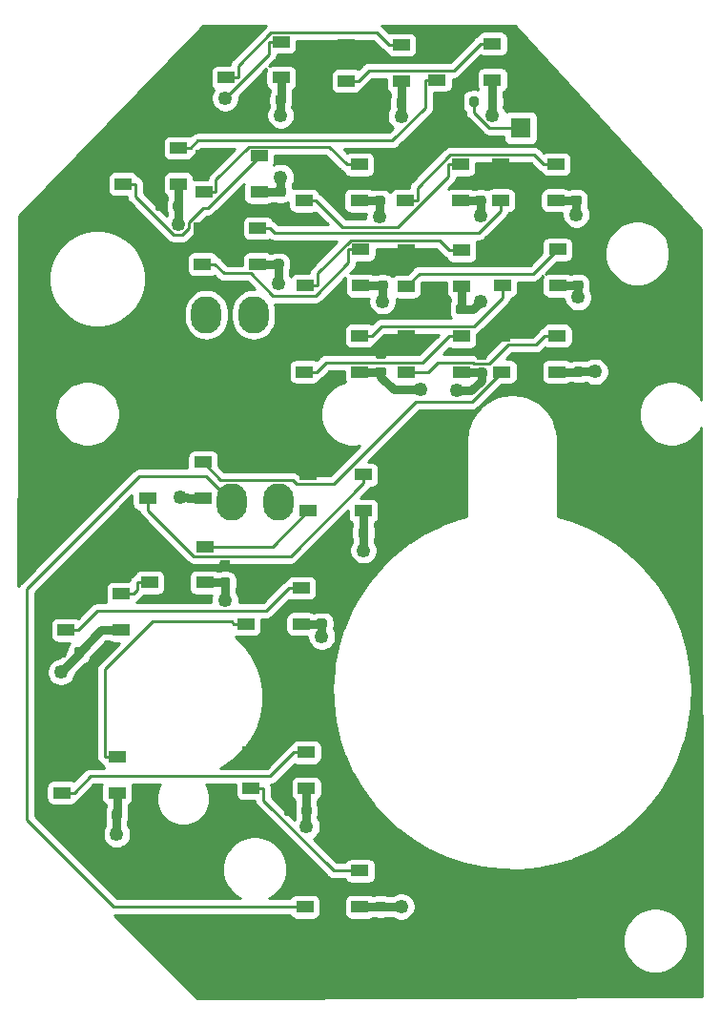
<source format=gbr>
%TF.GenerationSoftware,KiCad,Pcbnew,(5.1.6)-1*%
%TF.CreationDate,2020-12-21T16:45:17+11:00*%
%TF.ProjectId,Landing Gear Panel PCB V2,4c616e64-696e-4672-9047-656172205061,rev?*%
%TF.SameCoordinates,Original*%
%TF.FileFunction,Copper,L1,Top*%
%TF.FilePolarity,Positive*%
%FSLAX46Y46*%
G04 Gerber Fmt 4.6, Leading zero omitted, Abs format (unit mm)*
G04 Created by KiCad (PCBNEW (5.1.6)-1) date 2020-12-21 16:45:17*
%MOMM*%
%LPD*%
G01*
G04 APERTURE LIST*
%TA.AperFunction,ComponentPad*%
%ADD10O,2.700000X3.300000*%
%TD*%
%TA.AperFunction,SMDPad,CuDef*%
%ADD11R,1.500000X1.000000*%
%TD*%
%TA.AperFunction,ComponentPad*%
%ADD12C,1.800000*%
%TD*%
%TA.AperFunction,ComponentPad*%
%ADD13R,1.800000X1.800000*%
%TD*%
%TA.AperFunction,ViaPad*%
%ADD14C,1.250000*%
%TD*%
%TA.AperFunction,Conductor*%
%ADD15C,0.250000*%
%TD*%
%TA.AperFunction,Conductor*%
%ADD16C,0.750000*%
%TD*%
%TA.AperFunction,Conductor*%
%ADD17C,0.254000*%
%TD*%
G04 APERTURE END LIST*
%TO.P,C22,2*%
%TO.N,/LEDGND*%
%TA.AperFunction,SMDPad,CuDef*%
G36*
G01*
X96443750Y-117562000D02*
X96956250Y-117562000D01*
G75*
G02*
X97175000Y-117780750I0J-218750D01*
G01*
X97175000Y-118218250D01*
G75*
G02*
X96956250Y-118437000I-218750J0D01*
G01*
X96443750Y-118437000D01*
G75*
G02*
X96225000Y-118218250I0J218750D01*
G01*
X96225000Y-117780750D01*
G75*
G02*
X96443750Y-117562000I218750J0D01*
G01*
G37*
%TD.AperFunction*%
%TO.P,C22,1*%
%TO.N,/LED+5V*%
%TA.AperFunction,SMDPad,CuDef*%
G36*
G01*
X96443750Y-115987000D02*
X96956250Y-115987000D01*
G75*
G02*
X97175000Y-116205750I0J-218750D01*
G01*
X97175000Y-116643250D01*
G75*
G02*
X96956250Y-116862000I-218750J0D01*
G01*
X96443750Y-116862000D01*
G75*
G02*
X96225000Y-116643250I0J218750D01*
G01*
X96225000Y-116205750D01*
G75*
G02*
X96443750Y-115987000I218750J0D01*
G01*
G37*
%TD.AperFunction*%
%TD*%
%TO.P,C21,2*%
%TO.N,/LEDGND*%
%TA.AperFunction,SMDPad,CuDef*%
G36*
G01*
X87393750Y-60562500D02*
X87906250Y-60562500D01*
G75*
G02*
X88125000Y-60781250I0J-218750D01*
G01*
X88125000Y-61218750D01*
G75*
G02*
X87906250Y-61437500I-218750J0D01*
G01*
X87393750Y-61437500D01*
G75*
G02*
X87175000Y-61218750I0J218750D01*
G01*
X87175000Y-60781250D01*
G75*
G02*
X87393750Y-60562500I218750J0D01*
G01*
G37*
%TD.AperFunction*%
%TO.P,C21,1*%
%TO.N,/LED+5V*%
%TA.AperFunction,SMDPad,CuDef*%
G36*
G01*
X87393750Y-58987500D02*
X87906250Y-58987500D01*
G75*
G02*
X88125000Y-59206250I0J-218750D01*
G01*
X88125000Y-59643750D01*
G75*
G02*
X87906250Y-59862500I-218750J0D01*
G01*
X87393750Y-59862500D01*
G75*
G02*
X87175000Y-59643750I0J218750D01*
G01*
X87175000Y-59206250D01*
G75*
G02*
X87393750Y-58987500I218750J0D01*
G01*
G37*
%TD.AperFunction*%
%TD*%
%TO.P,C20,2*%
%TO.N,/LEDGND*%
%TA.AperFunction,SMDPad,CuDef*%
G36*
G01*
X114043750Y-70112500D02*
X114556250Y-70112500D01*
G75*
G02*
X114775000Y-70331250I0J-218750D01*
G01*
X114775000Y-70768750D01*
G75*
G02*
X114556250Y-70987500I-218750J0D01*
G01*
X114043750Y-70987500D01*
G75*
G02*
X113825000Y-70768750I0J218750D01*
G01*
X113825000Y-70331250D01*
G75*
G02*
X114043750Y-70112500I218750J0D01*
G01*
G37*
%TD.AperFunction*%
%TO.P,C20,1*%
%TO.N,/LED+5V*%
%TA.AperFunction,SMDPad,CuDef*%
G36*
G01*
X114043750Y-68537500D02*
X114556250Y-68537500D01*
G75*
G02*
X114775000Y-68756250I0J-218750D01*
G01*
X114775000Y-69193750D01*
G75*
G02*
X114556250Y-69412500I-218750J0D01*
G01*
X114043750Y-69412500D01*
G75*
G02*
X113825000Y-69193750I0J218750D01*
G01*
X113825000Y-68756250D01*
G75*
G02*
X114043750Y-68537500I218750J0D01*
G01*
G37*
%TD.AperFunction*%
%TD*%
%TO.P,C19,2*%
%TO.N,/LEDGND*%
%TA.AperFunction,SMDPad,CuDef*%
G36*
G01*
X105443750Y-70212500D02*
X105956250Y-70212500D01*
G75*
G02*
X106175000Y-70431250I0J-218750D01*
G01*
X106175000Y-70868750D01*
G75*
G02*
X105956250Y-71087500I-218750J0D01*
G01*
X105443750Y-71087500D01*
G75*
G02*
X105225000Y-70868750I0J218750D01*
G01*
X105225000Y-70431250D01*
G75*
G02*
X105443750Y-70212500I218750J0D01*
G01*
G37*
%TD.AperFunction*%
%TO.P,C19,1*%
%TO.N,/LED+5V*%
%TA.AperFunction,SMDPad,CuDef*%
G36*
G01*
X105443750Y-68637500D02*
X105956250Y-68637500D01*
G75*
G02*
X106175000Y-68856250I0J-218750D01*
G01*
X106175000Y-69293750D01*
G75*
G02*
X105956250Y-69512500I-218750J0D01*
G01*
X105443750Y-69512500D01*
G75*
G02*
X105225000Y-69293750I0J218750D01*
G01*
X105225000Y-68856250D01*
G75*
G02*
X105443750Y-68637500I218750J0D01*
G01*
G37*
%TD.AperFunction*%
%TD*%
%TO.P,C18,2*%
%TO.N,/LEDGND*%
%TA.AperFunction,SMDPad,CuDef*%
G36*
G01*
X96493750Y-70137500D02*
X97006250Y-70137500D01*
G75*
G02*
X97225000Y-70356250I0J-218750D01*
G01*
X97225000Y-70793750D01*
G75*
G02*
X97006250Y-71012500I-218750J0D01*
G01*
X96493750Y-71012500D01*
G75*
G02*
X96275000Y-70793750I0J218750D01*
G01*
X96275000Y-70356250D01*
G75*
G02*
X96493750Y-70137500I218750J0D01*
G01*
G37*
%TD.AperFunction*%
%TO.P,C18,1*%
%TO.N,/LED+5V*%
%TA.AperFunction,SMDPad,CuDef*%
G36*
G01*
X96493750Y-68562500D02*
X97006250Y-68562500D01*
G75*
G02*
X97225000Y-68781250I0J-218750D01*
G01*
X97225000Y-69218750D01*
G75*
G02*
X97006250Y-69437500I-218750J0D01*
G01*
X96493750Y-69437500D01*
G75*
G02*
X96275000Y-69218750I0J218750D01*
G01*
X96275000Y-68781250D01*
G75*
G02*
X96493750Y-68562500I218750J0D01*
G01*
G37*
%TD.AperFunction*%
%TD*%
%TO.P,C7,2*%
%TO.N,/LEDGND*%
%TA.AperFunction,SMDPad,CuDef*%
G36*
G01*
X96643750Y-62462500D02*
X97156250Y-62462500D01*
G75*
G02*
X97375000Y-62681250I0J-218750D01*
G01*
X97375000Y-63118750D01*
G75*
G02*
X97156250Y-63337500I-218750J0D01*
G01*
X96643750Y-63337500D01*
G75*
G02*
X96425000Y-63118750I0J218750D01*
G01*
X96425000Y-62681250D01*
G75*
G02*
X96643750Y-62462500I218750J0D01*
G01*
G37*
%TD.AperFunction*%
%TO.P,C7,1*%
%TO.N,/LED+5V*%
%TA.AperFunction,SMDPad,CuDef*%
G36*
G01*
X96643750Y-60887500D02*
X97156250Y-60887500D01*
G75*
G02*
X97375000Y-61106250I0J-218750D01*
G01*
X97375000Y-61543750D01*
G75*
G02*
X97156250Y-61762500I-218750J0D01*
G01*
X96643750Y-61762500D01*
G75*
G02*
X96425000Y-61543750I0J218750D01*
G01*
X96425000Y-61106250D01*
G75*
G02*
X96643750Y-60887500I218750J0D01*
G01*
G37*
%TD.AperFunction*%
%TD*%
D10*
%TO.P,J2,4*%
%TO.N,/DATAIN*%
X85450000Y-65500000D03*
%TO.P,J2,3*%
%TO.N,/LEDGND*%
X81250000Y-65500000D03*
%TO.P,J2,2*%
%TO.N,/LED+5V*%
X85450000Y-71000000D03*
%TO.P,J2,1*%
%TA.AperFunction,ComponentPad*%
G36*
G01*
X79900000Y-72399999D02*
X79900000Y-69600001D01*
G75*
G02*
X80150001Y-69350000I250001J0D01*
G01*
X82349999Y-69350000D01*
G75*
G02*
X82600000Y-69600001I0J-250001D01*
G01*
X82600000Y-72399999D01*
G75*
G02*
X82349999Y-72650000I-250001J0D01*
G01*
X80150001Y-72650000D01*
G75*
G02*
X79900000Y-72399999I0J250001D01*
G01*
G37*
%TD.AperFunction*%
%TD*%
%TO.P,J1,4*%
%TO.N,/DATAOUT*%
X83500000Y-82150000D03*
%TO.P,J1,3*%
%TO.N,/LEDGND*%
X87700000Y-82150000D03*
%TO.P,J1,2*%
%TO.N,/LED+5V*%
X83500000Y-76650000D03*
%TO.P,J1,1*%
%TA.AperFunction,ComponentPad*%
G36*
G01*
X89050000Y-75250001D02*
X89050000Y-78049999D01*
G75*
G02*
X88799999Y-78300000I-250001J0D01*
G01*
X86600001Y-78300000D01*
G75*
G02*
X86350000Y-78049999I0J250001D01*
G01*
X86350000Y-75250001D01*
G75*
G02*
X86600001Y-75000000I250001J0D01*
G01*
X88799999Y-75000000D01*
G75*
G02*
X89050000Y-75250001I0J-250001D01*
G01*
G37*
%TD.AperFunction*%
%TD*%
D11*
%TO.P,D6,1*%
%TO.N,/LED+5V*%
X89916000Y-52171600D03*
%TO.P,D6,2*%
%TO.N,Net-(D6-Pad2)*%
X89916000Y-55371600D03*
%TO.P,D6,4*%
%TO.N,Net-(D5-Pad2)*%
X94816000Y-52171600D03*
%TO.P,D6,3*%
%TO.N,/LEDGND*%
X94816000Y-55371600D03*
%TD*%
%TO.P,C11,2*%
%TO.N,/LEDGND*%
%TA.AperFunction,SMDPad,CuDef*%
G36*
G01*
X82650000Y-88800000D02*
X83150000Y-88800000D01*
G75*
G02*
X83375000Y-89025000I0J-225000D01*
G01*
X83375000Y-89475000D01*
G75*
G02*
X83150000Y-89700000I-225000J0D01*
G01*
X82650000Y-89700000D01*
G75*
G02*
X82425000Y-89475000I0J225000D01*
G01*
X82425000Y-89025000D01*
G75*
G02*
X82650000Y-88800000I225000J0D01*
G01*
G37*
%TD.AperFunction*%
%TO.P,C11,1*%
%TO.N,/LED+5V*%
%TA.AperFunction,SMDPad,CuDef*%
G36*
G01*
X82650000Y-87250000D02*
X83150000Y-87250000D01*
G75*
G02*
X83375000Y-87475000I0J-225000D01*
G01*
X83375000Y-87925000D01*
G75*
G02*
X83150000Y-88150000I-225000J0D01*
G01*
X82650000Y-88150000D01*
G75*
G02*
X82425000Y-87925000I0J225000D01*
G01*
X82425000Y-87475000D01*
G75*
G02*
X82650000Y-87250000I225000J0D01*
G01*
G37*
%TD.AperFunction*%
%TD*%
%TO.P,R1,2*%
%TO.N,/LEDGND*%
%TA.AperFunction,SMDPad,CuDef*%
G36*
G01*
X106250000Y-46875000D02*
X106250000Y-46325000D01*
G75*
G02*
X106450000Y-46125000I200000J0D01*
G01*
X106850000Y-46125000D01*
G75*
G02*
X107050000Y-46325000I0J-200000D01*
G01*
X107050000Y-46875000D01*
G75*
G02*
X106850000Y-47075000I-200000J0D01*
G01*
X106450000Y-47075000D01*
G75*
G02*
X106250000Y-46875000I0J200000D01*
G01*
G37*
%TD.AperFunction*%
%TO.P,R1,1*%
%TO.N,Net-(D24-Pad1)*%
%TA.AperFunction,SMDPad,CuDef*%
G36*
G01*
X104600000Y-46875000D02*
X104600000Y-46325000D01*
G75*
G02*
X104800000Y-46125000I200000J0D01*
G01*
X105200000Y-46125000D01*
G75*
G02*
X105400000Y-46325000I0J-200000D01*
G01*
X105400000Y-46875000D01*
G75*
G02*
X105200000Y-47075000I-200000J0D01*
G01*
X104800000Y-47075000D01*
G75*
G02*
X104600000Y-46875000I0J200000D01*
G01*
G37*
%TD.AperFunction*%
%TD*%
%TO.P,C17,2*%
%TO.N,/LEDGND*%
%TA.AperFunction,SMDPad,CuDef*%
G36*
G01*
X91250000Y-92450000D02*
X91750000Y-92450000D01*
G75*
G02*
X91975000Y-92675000I0J-225000D01*
G01*
X91975000Y-93125000D01*
G75*
G02*
X91750000Y-93350000I-225000J0D01*
G01*
X91250000Y-93350000D01*
G75*
G02*
X91025000Y-93125000I0J225000D01*
G01*
X91025000Y-92675000D01*
G75*
G02*
X91250000Y-92450000I225000J0D01*
G01*
G37*
%TD.AperFunction*%
%TO.P,C17,1*%
%TO.N,/LED+5V*%
%TA.AperFunction,SMDPad,CuDef*%
G36*
G01*
X91250000Y-90900000D02*
X91750000Y-90900000D01*
G75*
G02*
X91975000Y-91125000I0J-225000D01*
G01*
X91975000Y-91575000D01*
G75*
G02*
X91750000Y-91800000I-225000J0D01*
G01*
X91250000Y-91800000D01*
G75*
G02*
X91025000Y-91575000I0J225000D01*
G01*
X91025000Y-91125000D01*
G75*
G02*
X91250000Y-90900000I225000J0D01*
G01*
G37*
%TD.AperFunction*%
%TD*%
%TO.P,C16,2*%
%TO.N,/LEDGND*%
%TA.AperFunction,SMDPad,CuDef*%
G36*
G01*
X94750000Y-85100000D02*
X94750000Y-84600000D01*
G75*
G02*
X94975000Y-84375000I225000J0D01*
G01*
X95425000Y-84375000D01*
G75*
G02*
X95650000Y-84600000I0J-225000D01*
G01*
X95650000Y-85100000D01*
G75*
G02*
X95425000Y-85325000I-225000J0D01*
G01*
X94975000Y-85325000D01*
G75*
G02*
X94750000Y-85100000I0J225000D01*
G01*
G37*
%TD.AperFunction*%
%TO.P,C16,1*%
%TO.N,/LED+5V*%
%TA.AperFunction,SMDPad,CuDef*%
G36*
G01*
X93200000Y-85100000D02*
X93200000Y-84600000D01*
G75*
G02*
X93425000Y-84375000I225000J0D01*
G01*
X93875000Y-84375000D01*
G75*
G02*
X94100000Y-84600000I0J-225000D01*
G01*
X94100000Y-85100000D01*
G75*
G02*
X93875000Y-85325000I-225000J0D01*
G01*
X93425000Y-85325000D01*
G75*
G02*
X93200000Y-85100000I0J225000D01*
G01*
G37*
%TD.AperFunction*%
%TD*%
%TO.P,C15,2*%
%TO.N,/LEDGND*%
%TA.AperFunction,SMDPad,CuDef*%
G36*
G01*
X89700000Y-109750000D02*
X89700000Y-109250000D01*
G75*
G02*
X89925000Y-109025000I225000J0D01*
G01*
X90375000Y-109025000D01*
G75*
G02*
X90600000Y-109250000I0J-225000D01*
G01*
X90600000Y-109750000D01*
G75*
G02*
X90375000Y-109975000I-225000J0D01*
G01*
X89925000Y-109975000D01*
G75*
G02*
X89700000Y-109750000I0J225000D01*
G01*
G37*
%TD.AperFunction*%
%TO.P,C15,1*%
%TO.N,/LED+5V*%
%TA.AperFunction,SMDPad,CuDef*%
G36*
G01*
X88150000Y-109750000D02*
X88150000Y-109250000D01*
G75*
G02*
X88375000Y-109025000I225000J0D01*
G01*
X88825000Y-109025000D01*
G75*
G02*
X89050000Y-109250000I0J-225000D01*
G01*
X89050000Y-109750000D01*
G75*
G02*
X88825000Y-109975000I-225000J0D01*
G01*
X88375000Y-109975000D01*
G75*
G02*
X88150000Y-109750000I0J225000D01*
G01*
G37*
%TD.AperFunction*%
%TD*%
%TO.P,C14,2*%
%TO.N,/LEDGND*%
%TA.AperFunction,SMDPad,CuDef*%
G36*
G01*
X72850000Y-110100000D02*
X72850000Y-109600000D01*
G75*
G02*
X73075000Y-109375000I225000J0D01*
G01*
X73525000Y-109375000D01*
G75*
G02*
X73750000Y-109600000I0J-225000D01*
G01*
X73750000Y-110100000D01*
G75*
G02*
X73525000Y-110325000I-225000J0D01*
G01*
X73075000Y-110325000D01*
G75*
G02*
X72850000Y-110100000I0J225000D01*
G01*
G37*
%TD.AperFunction*%
%TO.P,C14,1*%
%TO.N,/LED+5V*%
%TA.AperFunction,SMDPad,CuDef*%
G36*
G01*
X71300000Y-110100000D02*
X71300000Y-109600000D01*
G75*
G02*
X71525000Y-109375000I225000J0D01*
G01*
X71975000Y-109375000D01*
G75*
G02*
X72200000Y-109600000I0J-225000D01*
G01*
X72200000Y-110100000D01*
G75*
G02*
X71975000Y-110325000I-225000J0D01*
G01*
X71525000Y-110325000D01*
G75*
G02*
X71300000Y-110100000I0J225000D01*
G01*
G37*
%TD.AperFunction*%
%TD*%
%TO.P,C13,2*%
%TO.N,/LEDGND*%
%TA.AperFunction,SMDPad,CuDef*%
G36*
G01*
X69500000Y-95700000D02*
X69500000Y-95200000D01*
G75*
G02*
X69725000Y-94975000I225000J0D01*
G01*
X70175000Y-94975000D01*
G75*
G02*
X70400000Y-95200000I0J-225000D01*
G01*
X70400000Y-95700000D01*
G75*
G02*
X70175000Y-95925000I-225000J0D01*
G01*
X69725000Y-95925000D01*
G75*
G02*
X69500000Y-95700000I0J225000D01*
G01*
G37*
%TD.AperFunction*%
%TO.P,C13,1*%
%TO.N,/LED+5V*%
%TA.AperFunction,SMDPad,CuDef*%
G36*
G01*
X67950000Y-95700000D02*
X67950000Y-95200000D01*
G75*
G02*
X68175000Y-94975000I225000J0D01*
G01*
X68625000Y-94975000D01*
G75*
G02*
X68850000Y-95200000I0J-225000D01*
G01*
X68850000Y-95700000D01*
G75*
G02*
X68625000Y-95925000I-225000J0D01*
G01*
X68175000Y-95925000D01*
G75*
G02*
X67950000Y-95700000I0J225000D01*
G01*
G37*
%TD.AperFunction*%
%TD*%
%TO.P,C12,2*%
%TO.N,/LEDGND*%
%TA.AperFunction,SMDPad,CuDef*%
G36*
G01*
X96400000Y-54950000D02*
X96900000Y-54950000D01*
G75*
G02*
X97125000Y-55175000I0J-225000D01*
G01*
X97125000Y-55625000D01*
G75*
G02*
X96900000Y-55850000I-225000J0D01*
G01*
X96400000Y-55850000D01*
G75*
G02*
X96175000Y-55625000I0J225000D01*
G01*
X96175000Y-55175000D01*
G75*
G02*
X96400000Y-54950000I225000J0D01*
G01*
G37*
%TD.AperFunction*%
%TO.P,C12,1*%
%TO.N,/LED+5V*%
%TA.AperFunction,SMDPad,CuDef*%
G36*
G01*
X96400000Y-53400000D02*
X96900000Y-53400000D01*
G75*
G02*
X97125000Y-53625000I0J-225000D01*
G01*
X97125000Y-54075000D01*
G75*
G02*
X96900000Y-54300000I-225000J0D01*
G01*
X96400000Y-54300000D01*
G75*
G02*
X96175000Y-54075000I0J225000D01*
G01*
X96175000Y-53625000D01*
G75*
G02*
X96400000Y-53400000I225000J0D01*
G01*
G37*
%TD.AperFunction*%
%TD*%
%TO.P,C10,2*%
%TO.N,/LEDGND*%
%TA.AperFunction,SMDPad,CuDef*%
G36*
G01*
X88100000Y-55025000D02*
X87600000Y-55025000D01*
G75*
G02*
X87375000Y-54800000I0J225000D01*
G01*
X87375000Y-54350000D01*
G75*
G02*
X87600000Y-54125000I225000J0D01*
G01*
X88100000Y-54125000D01*
G75*
G02*
X88325000Y-54350000I0J-225000D01*
G01*
X88325000Y-54800000D01*
G75*
G02*
X88100000Y-55025000I-225000J0D01*
G01*
G37*
%TD.AperFunction*%
%TO.P,C10,1*%
%TO.N,/LED+5V*%
%TA.AperFunction,SMDPad,CuDef*%
G36*
G01*
X88100000Y-56575000D02*
X87600000Y-56575000D01*
G75*
G02*
X87375000Y-56350000I0J225000D01*
G01*
X87375000Y-55900000D01*
G75*
G02*
X87600000Y-55675000I225000J0D01*
G01*
X88100000Y-55675000D01*
G75*
G02*
X88325000Y-55900000I0J-225000D01*
G01*
X88325000Y-56350000D01*
G75*
G02*
X88100000Y-56575000I-225000J0D01*
G01*
G37*
%TD.AperFunction*%
%TD*%
%TO.P,C9,2*%
%TO.N,/LEDGND*%
%TA.AperFunction,SMDPad,CuDef*%
G36*
G01*
X78300000Y-56100000D02*
X78300000Y-55600000D01*
G75*
G02*
X78525000Y-55375000I225000J0D01*
G01*
X78975000Y-55375000D01*
G75*
G02*
X79200000Y-55600000I0J-225000D01*
G01*
X79200000Y-56100000D01*
G75*
G02*
X78975000Y-56325000I-225000J0D01*
G01*
X78525000Y-56325000D01*
G75*
G02*
X78300000Y-56100000I0J225000D01*
G01*
G37*
%TD.AperFunction*%
%TO.P,C9,1*%
%TO.N,/LED+5V*%
%TA.AperFunction,SMDPad,CuDef*%
G36*
G01*
X76750000Y-56100000D02*
X76750000Y-55600000D01*
G75*
G02*
X76975000Y-55375000I225000J0D01*
G01*
X77425000Y-55375000D01*
G75*
G02*
X77650000Y-55600000I0J-225000D01*
G01*
X77650000Y-56100000D01*
G75*
G02*
X77425000Y-56325000I-225000J0D01*
G01*
X76975000Y-56325000D01*
G75*
G02*
X76750000Y-56100000I0J225000D01*
G01*
G37*
%TD.AperFunction*%
%TD*%
%TO.P,C8,2*%
%TO.N,/LEDGND*%
%TA.AperFunction,SMDPad,CuDef*%
G36*
G01*
X105350000Y-54925000D02*
X105850000Y-54925000D01*
G75*
G02*
X106075000Y-55150000I0J-225000D01*
G01*
X106075000Y-55600000D01*
G75*
G02*
X105850000Y-55825000I-225000J0D01*
G01*
X105350000Y-55825000D01*
G75*
G02*
X105125000Y-55600000I0J225000D01*
G01*
X105125000Y-55150000D01*
G75*
G02*
X105350000Y-54925000I225000J0D01*
G01*
G37*
%TD.AperFunction*%
%TO.P,C8,1*%
%TO.N,/LED+5V*%
%TA.AperFunction,SMDPad,CuDef*%
G36*
G01*
X105350000Y-53375000D02*
X105850000Y-53375000D01*
G75*
G02*
X106075000Y-53600000I0J-225000D01*
G01*
X106075000Y-54050000D01*
G75*
G02*
X105850000Y-54275000I-225000J0D01*
G01*
X105350000Y-54275000D01*
G75*
G02*
X105125000Y-54050000I0J225000D01*
G01*
X105125000Y-53600000D01*
G75*
G02*
X105350000Y-53375000I225000J0D01*
G01*
G37*
%TD.AperFunction*%
%TD*%
%TO.P,C6,2*%
%TO.N,/LEDGND*%
%TA.AperFunction,SMDPad,CuDef*%
G36*
G01*
X103425000Y-65250000D02*
X103425000Y-64750000D01*
G75*
G02*
X103650000Y-64525000I225000J0D01*
G01*
X104100000Y-64525000D01*
G75*
G02*
X104325000Y-64750000I0J-225000D01*
G01*
X104325000Y-65250000D01*
G75*
G02*
X104100000Y-65475000I-225000J0D01*
G01*
X103650000Y-65475000D01*
G75*
G02*
X103425000Y-65250000I0J225000D01*
G01*
G37*
%TD.AperFunction*%
%TO.P,C6,1*%
%TO.N,/LED+5V*%
%TA.AperFunction,SMDPad,CuDef*%
G36*
G01*
X101875000Y-65250000D02*
X101875000Y-64750000D01*
G75*
G02*
X102100000Y-64525000I225000J0D01*
G01*
X102550000Y-64525000D01*
G75*
G02*
X102775000Y-64750000I0J-225000D01*
G01*
X102775000Y-65250000D01*
G75*
G02*
X102550000Y-65475000I-225000J0D01*
G01*
X102100000Y-65475000D01*
G75*
G02*
X101875000Y-65250000I0J225000D01*
G01*
G37*
%TD.AperFunction*%
%TD*%
%TO.P,C5,2*%
%TO.N,/LEDGND*%
%TA.AperFunction,SMDPad,CuDef*%
G36*
G01*
X113850000Y-54900000D02*
X114350000Y-54900000D01*
G75*
G02*
X114575000Y-55125000I0J-225000D01*
G01*
X114575000Y-55575000D01*
G75*
G02*
X114350000Y-55800000I-225000J0D01*
G01*
X113850000Y-55800000D01*
G75*
G02*
X113625000Y-55575000I0J225000D01*
G01*
X113625000Y-55125000D01*
G75*
G02*
X113850000Y-54900000I225000J0D01*
G01*
G37*
%TD.AperFunction*%
%TO.P,C5,1*%
%TO.N,/LED+5V*%
%TA.AperFunction,SMDPad,CuDef*%
G36*
G01*
X113850000Y-53350000D02*
X114350000Y-53350000D01*
G75*
G02*
X114575000Y-53575000I0J-225000D01*
G01*
X114575000Y-54025000D01*
G75*
G02*
X114350000Y-54250000I-225000J0D01*
G01*
X113850000Y-54250000D01*
G75*
G02*
X113625000Y-54025000I0J225000D01*
G01*
X113625000Y-53575000D01*
G75*
G02*
X113850000Y-53350000I225000J0D01*
G01*
G37*
%TD.AperFunction*%
%TD*%
%TO.P,C4,2*%
%TO.N,/LEDGND*%
%TA.AperFunction,SMDPad,CuDef*%
G36*
G01*
X114000000Y-62450000D02*
X114500000Y-62450000D01*
G75*
G02*
X114725000Y-62675000I0J-225000D01*
G01*
X114725000Y-63125000D01*
G75*
G02*
X114500000Y-63350000I-225000J0D01*
G01*
X114000000Y-63350000D01*
G75*
G02*
X113775000Y-63125000I0J225000D01*
G01*
X113775000Y-62675000D01*
G75*
G02*
X114000000Y-62450000I225000J0D01*
G01*
G37*
%TD.AperFunction*%
%TO.P,C4,1*%
%TO.N,/LED+5V*%
%TA.AperFunction,SMDPad,CuDef*%
G36*
G01*
X114000000Y-60900000D02*
X114500000Y-60900000D01*
G75*
G02*
X114725000Y-61125000I0J-225000D01*
G01*
X114725000Y-61575000D01*
G75*
G02*
X114500000Y-61800000I-225000J0D01*
G01*
X114000000Y-61800000D01*
G75*
G02*
X113775000Y-61575000I0J225000D01*
G01*
X113775000Y-61125000D01*
G75*
G02*
X114000000Y-60900000I225000J0D01*
G01*
G37*
%TD.AperFunction*%
%TD*%
%TO.P,C3,2*%
%TO.N,/LEDGND*%
%TA.AperFunction,SMDPad,CuDef*%
G36*
G01*
X98125000Y-46950000D02*
X98125000Y-46450000D01*
G75*
G02*
X98350000Y-46225000I225000J0D01*
G01*
X98800000Y-46225000D01*
G75*
G02*
X99025000Y-46450000I0J-225000D01*
G01*
X99025000Y-46950000D01*
G75*
G02*
X98800000Y-47175000I-225000J0D01*
G01*
X98350000Y-47175000D01*
G75*
G02*
X98125000Y-46950000I0J225000D01*
G01*
G37*
%TD.AperFunction*%
%TO.P,C3,1*%
%TO.N,/LED+5V*%
%TA.AperFunction,SMDPad,CuDef*%
G36*
G01*
X96575000Y-46950000D02*
X96575000Y-46450000D01*
G75*
G02*
X96800000Y-46225000I225000J0D01*
G01*
X97250000Y-46225000D01*
G75*
G02*
X97475000Y-46450000I0J-225000D01*
G01*
X97475000Y-46950000D01*
G75*
G02*
X97250000Y-47175000I-225000J0D01*
G01*
X96800000Y-47175000D01*
G75*
G02*
X96575000Y-46950000I0J225000D01*
G01*
G37*
%TD.AperFunction*%
%TD*%
%TO.P,C2,2*%
%TO.N,/LEDGND*%
%TA.AperFunction,SMDPad,CuDef*%
G36*
G01*
X87400000Y-46700000D02*
X87400000Y-46200000D01*
G75*
G02*
X87625000Y-45975000I225000J0D01*
G01*
X88075000Y-45975000D01*
G75*
G02*
X88300000Y-46200000I0J-225000D01*
G01*
X88300000Y-46700000D01*
G75*
G02*
X88075000Y-46925000I-225000J0D01*
G01*
X87625000Y-46925000D01*
G75*
G02*
X87400000Y-46700000I0J225000D01*
G01*
G37*
%TD.AperFunction*%
%TO.P,C2,1*%
%TO.N,/LED+5V*%
%TA.AperFunction,SMDPad,CuDef*%
G36*
G01*
X85850000Y-46700000D02*
X85850000Y-46200000D01*
G75*
G02*
X86075000Y-45975000I225000J0D01*
G01*
X86525000Y-45975000D01*
G75*
G02*
X86750000Y-46200000I0J-225000D01*
G01*
X86750000Y-46700000D01*
G75*
G02*
X86525000Y-46925000I-225000J0D01*
G01*
X86075000Y-46925000D01*
G75*
G02*
X85850000Y-46700000I0J225000D01*
G01*
G37*
%TD.AperFunction*%
%TD*%
D12*
%TO.P,D24,2*%
%TO.N,/LED+5V*%
X111684000Y-48920400D03*
D13*
%TO.P,D24,1*%
%TO.N,Net-(D24-Pad1)*%
X109144000Y-48920400D03*
%TD*%
D11*
%TO.P,D16,1*%
%TO.N,/LED+5V*%
X76050000Y-78600000D03*
%TO.P,D16,2*%
%TO.N,Net-(D16-Pad2)*%
X76050000Y-81800000D03*
%TO.P,D16,4*%
%TO.N,Net-(D15-Pad2)*%
X80950000Y-78600000D03*
%TO.P,D16,3*%
%TO.N,/LEDGND*%
X80950000Y-81800000D03*
%TD*%
%TO.P,D23,1*%
%TO.N,/LED+5V*%
X89994400Y-114834000D03*
%TO.P,D23,2*%
%TO.N,/DATAOUT*%
X89994400Y-118034000D03*
%TO.P,D23,4*%
%TO.N,Net-(D22-Pad2)*%
X94894400Y-114834000D03*
%TO.P,D23,3*%
%TO.N,/LEDGND*%
X94894400Y-118034000D03*
%TD*%
%TO.P,D22,1*%
%TO.N,/LED+5V*%
X85230800Y-104318000D03*
%TO.P,D22,2*%
%TO.N,Net-(D22-Pad2)*%
X85230800Y-107518000D03*
%TO.P,D22,4*%
%TO.N,Net-(D21-Pad2)*%
X90130800Y-104318000D03*
%TO.P,D22,3*%
%TO.N,/LEDGND*%
X90130800Y-107518000D03*
%TD*%
%TO.P,D21,1*%
%TO.N,/LED+5V*%
X68427600Y-104699000D03*
%TO.P,D21,2*%
%TO.N,Net-(D21-Pad2)*%
X68427600Y-107899000D03*
%TO.P,D21,4*%
%TO.N,Net-(D20-Pad2)*%
X73327600Y-104699000D03*
%TO.P,D21,3*%
%TO.N,/LEDGND*%
X73327600Y-107899000D03*
%TD*%
%TO.P,D20,1*%
%TO.N,/LED+5V*%
X84773600Y-89738400D03*
%TO.P,D20,2*%
%TO.N,Net-(D20-Pad2)*%
X84773600Y-92938400D03*
%TO.P,D20,4*%
%TO.N,Net-(D19-Pad2)*%
X89673600Y-89738400D03*
%TO.P,D20,3*%
%TO.N,/LEDGND*%
X89673600Y-92938400D03*
%TD*%
%TO.P,D19,1*%
%TO.N,/LED+5V*%
X68783200Y-90271600D03*
%TO.P,D19,2*%
%TO.N,Net-(D19-Pad2)*%
X68783200Y-93471600D03*
%TO.P,D19,4*%
%TO.N,Net-(D18-Pad2)*%
X73683200Y-90271600D03*
%TO.P,D19,3*%
%TO.N,/LEDGND*%
X73683200Y-93471600D03*
%TD*%
%TO.P,D18,1*%
%TO.N,/LED+5V*%
X76200000Y-86055200D03*
%TO.P,D18,2*%
%TO.N,Net-(D18-Pad2)*%
X76200000Y-89255200D03*
%TO.P,D18,4*%
%TO.N,Net-(D17-Pad2)*%
X81100000Y-86055200D03*
%TO.P,D18,3*%
%TO.N,/LEDGND*%
X81100000Y-89255200D03*
%TD*%
%TO.P,D17,1*%
%TO.N,/LED+5V*%
X90300000Y-79700000D03*
%TO.P,D17,2*%
%TO.N,Net-(D17-Pad2)*%
X90300000Y-82900000D03*
%TO.P,D17,4*%
%TO.N,Net-(D16-Pad2)*%
X95200000Y-79700000D03*
%TO.P,D17,3*%
%TO.N,/LEDGND*%
X95200000Y-82900000D03*
%TD*%
%TO.P,D15,1*%
%TO.N,/LED+5V*%
X107493000Y-67360800D03*
%TO.P,D15,2*%
%TO.N,Net-(D15-Pad2)*%
X107493000Y-70560800D03*
%TO.P,D15,4*%
%TO.N,Net-(D14-Pad2)*%
X112393000Y-67360800D03*
%TO.P,D15,3*%
%TO.N,/LEDGND*%
X112393000Y-70560800D03*
%TD*%
%TO.P,D14,1*%
%TO.N,/LED+5V*%
X99009000Y-67411600D03*
%TO.P,D14,2*%
%TO.N,Net-(D14-Pad2)*%
X99009000Y-70611600D03*
%TO.P,D14,4*%
%TO.N,Net-(D13-Pad2)*%
X103909000Y-67411600D03*
%TO.P,D14,3*%
%TO.N,/LEDGND*%
X103909000Y-70611600D03*
%TD*%
%TO.P,D13,1*%
%TO.N,/LED+5V*%
X89966800Y-67360800D03*
%TO.P,D13,2*%
%TO.N,Net-(D13-Pad2)*%
X89966800Y-70560800D03*
%TO.P,D13,4*%
%TO.N,Net-(D12-Pad2)*%
X94866800Y-67360800D03*
%TO.P,D13,3*%
%TO.N,/LEDGND*%
X94866800Y-70560800D03*
%TD*%
%TO.P,D12,1*%
%TO.N,/LED+5V*%
X107532000Y-59715600D03*
%TO.P,D12,2*%
%TO.N,Net-(D12-Pad2)*%
X107532000Y-62915600D03*
%TO.P,D12,4*%
%TO.N,Net-(D11-Pad2)*%
X112432000Y-59715600D03*
%TO.P,D12,3*%
%TO.N,/LEDGND*%
X112432000Y-62915600D03*
%TD*%
%TO.P,D11,1*%
%TO.N,/LED+5V*%
X99009000Y-59791600D03*
%TO.P,D11,2*%
%TO.N,Net-(D11-Pad2)*%
X99009000Y-62991600D03*
%TO.P,D11,4*%
%TO.N,Net-(D10-Pad2)*%
X103909000Y-59791600D03*
%TO.P,D11,3*%
%TO.N,/LEDGND*%
X103909000Y-62991600D03*
%TD*%
%TO.P,D10,1*%
%TO.N,/LED+5V*%
X90056800Y-59715600D03*
%TO.P,D10,2*%
%TO.N,Net-(D10-Pad2)*%
X90056800Y-62915600D03*
%TO.P,D10,4*%
%TO.N,Net-(D10-Pad4)*%
X94956800Y-59715600D03*
%TO.P,D10,3*%
%TO.N,/LEDGND*%
X94956800Y-62915600D03*
%TD*%
%TO.P,D9,1*%
%TO.N,/LED+5V*%
X80924400Y-57810400D03*
%TO.P,D9,2*%
%TO.N,Net-(D10-Pad4)*%
X80924400Y-61010400D03*
%TO.P,D9,4*%
%TO.N,Net-(D8-Pad2)*%
X85824400Y-57810400D03*
%TO.P,D9,3*%
%TO.N,/LEDGND*%
X85824400Y-61010400D03*
%TD*%
%TO.P,D8,1*%
%TO.N,/LED+5V*%
X107380000Y-52146400D03*
%TO.P,D8,2*%
%TO.N,Net-(D8-Pad2)*%
X107380000Y-55346400D03*
%TO.P,D8,4*%
%TO.N,Net-(D7-Pad2)*%
X112280000Y-52146400D03*
%TO.P,D8,3*%
%TO.N,/LEDGND*%
X112280000Y-55346400D03*
%TD*%
%TO.P,D7,1*%
%TO.N,/LED+5V*%
X98908000Y-52171600D03*
%TO.P,D7,2*%
%TO.N,Net-(D7-Pad2)*%
X98908000Y-55371600D03*
%TO.P,D7,4*%
%TO.N,Net-(D6-Pad2)*%
X103808000Y-52171600D03*
%TO.P,D7,3*%
%TO.N,/LEDGND*%
X103808000Y-55371600D03*
%TD*%
%TO.P,D5,1*%
%TO.N,/LED+5V*%
X81026000Y-51409600D03*
%TO.P,D5,2*%
%TO.N,Net-(D5-Pad2)*%
X81026000Y-54609600D03*
%TO.P,D5,4*%
%TO.N,Net-(D4-Pad2)*%
X85926000Y-51409600D03*
%TO.P,D5,3*%
%TO.N,/LEDGND*%
X85926000Y-54609600D03*
%TD*%
%TO.P,D4,1*%
%TO.N,/LED+5V*%
X73863200Y-50698400D03*
%TO.P,D4,2*%
%TO.N,Net-(D4-Pad2)*%
X73863200Y-53898400D03*
%TO.P,D4,4*%
%TO.N,Net-(D3-Pad2)*%
X78763200Y-50698400D03*
%TO.P,D4,3*%
%TO.N,/LEDGND*%
X78763200Y-53898400D03*
%TD*%
%TO.P,D3,1*%
%TO.N,/LED+5V*%
X101752000Y-41452800D03*
%TO.P,D3,2*%
%TO.N,Net-(D3-Pad2)*%
X101752000Y-44652800D03*
%TO.P,D3,4*%
%TO.N,Net-(D2-Pad2)*%
X106652000Y-41452800D03*
%TO.P,D3,3*%
%TO.N,/LEDGND*%
X106652000Y-44652800D03*
%TD*%
%TO.P,D2,1*%
%TO.N,/LED+5V*%
X93675200Y-41554400D03*
%TO.P,D2,2*%
%TO.N,Net-(D2-Pad2)*%
X93675200Y-44754400D03*
%TO.P,D2,4*%
%TO.N,Net-(D1-Pad2)*%
X98575200Y-41554400D03*
%TO.P,D2,3*%
%TO.N,/LEDGND*%
X98575200Y-44754400D03*
%TD*%
%TO.P,D1,1*%
%TO.N,/LED+5V*%
X82995600Y-41275200D03*
%TO.P,D1,2*%
%TO.N,Net-(D1-Pad2)*%
X82995600Y-44475200D03*
%TO.P,D1,4*%
%TO.N,/DATAIN*%
X87895600Y-41275200D03*
%TO.P,D1,3*%
%TO.N,/LEDGND*%
X87895600Y-44475200D03*
%TD*%
D14*
%TO.N,/LEDGND*%
X78967400Y-81665300D03*
X87650000Y-62700000D03*
X98550000Y-118000000D03*
X90150000Y-110900000D03*
X73300000Y-111600000D03*
X68350000Y-97200000D03*
X87850000Y-47800000D03*
X98550000Y-47900000D03*
X106650000Y-47800000D03*
X82900000Y-90800000D03*
X91500000Y-94050000D03*
X95200000Y-86400000D03*
X115750000Y-70550000D03*
X103450000Y-72250000D03*
X100250000Y-72150000D03*
X96900000Y-64300000D03*
X114250000Y-63950000D03*
X114100000Y-56600000D03*
X105600000Y-56700000D03*
X96650000Y-56800000D03*
X78750000Y-57450000D03*
X87850000Y-53300000D03*
X105600000Y-64350000D03*
%TO.N,/LED+5V*%
X79134500Y-52298400D03*
%TO.N,/DATAIN*%
X82919500Y-46269500D03*
%TD*%
D15*
%TO.N,Net-(D1-Pad2)*%
X98575200Y-41554400D02*
X97499900Y-41554400D01*
X82995600Y-44475200D02*
X84070900Y-44475200D01*
X84070900Y-44475200D02*
X84070900Y-43387400D01*
X84070900Y-43387400D02*
X87008500Y-40449800D01*
X87008500Y-40449800D02*
X96395300Y-40449800D01*
X96395300Y-40449800D02*
X97499900Y-41554400D01*
%TO.N,Net-(D2-Pad2)*%
X106652000Y-41452800D02*
X105576700Y-41452800D01*
X93675200Y-44754400D02*
X94750500Y-44754400D01*
X94750500Y-44754400D02*
X95677500Y-43827400D01*
X95677500Y-43827400D02*
X103202100Y-43827400D01*
X103202100Y-43827400D02*
X105576700Y-41452800D01*
%TO.N,Net-(D3-Pad2)*%
X78763200Y-50698400D02*
X79838500Y-50698400D01*
X101752000Y-44652800D02*
X100676700Y-44652800D01*
X100676700Y-44652800D02*
X100676700Y-47158500D01*
X100676700Y-47158500D02*
X97771100Y-50064100D01*
X97771100Y-50064100D02*
X80472800Y-50064100D01*
X80472800Y-50064100D02*
X79838500Y-50698400D01*
%TO.N,Net-(D4-Pad2)*%
X73863200Y-53898400D02*
X74938500Y-53898400D01*
X74938500Y-53898400D02*
X74938500Y-54991200D01*
X74938500Y-54991200D02*
X78357800Y-58410500D01*
X78357800Y-58410500D02*
X79140000Y-58410500D01*
X79140000Y-58410500D02*
X79700400Y-57850100D01*
X79700400Y-57850100D02*
X79700400Y-57309400D01*
X79700400Y-57309400D02*
X80987300Y-56022500D01*
X80987300Y-56022500D02*
X81378500Y-56022500D01*
X81378500Y-56022500D02*
X85926000Y-51475000D01*
X85926000Y-51475000D02*
X85926000Y-51409600D01*
%TO.N,Net-(D5-Pad2)*%
X81026000Y-54609600D02*
X82101300Y-54609600D01*
X94816000Y-52171600D02*
X93740700Y-52171600D01*
X82101300Y-54609600D02*
X82101300Y-53522400D01*
X82101300Y-53522400D02*
X85039500Y-50584200D01*
X85039500Y-50584200D02*
X92153300Y-50584200D01*
X92153300Y-50584200D02*
X93740700Y-52171600D01*
%TO.N,Net-(D6-Pad2)*%
X102732700Y-52171600D02*
X102732700Y-53268200D01*
X102732700Y-53268200D02*
X98249400Y-57751500D01*
X98249400Y-57751500D02*
X93371200Y-57751500D01*
X93371200Y-57751500D02*
X90991300Y-55371600D01*
X89916000Y-55371600D02*
X90991300Y-55371600D01*
X103808000Y-52171600D02*
X102732700Y-52171600D01*
%TO.N,Net-(D7-Pad2)*%
X112280000Y-52146400D02*
X111204700Y-52146400D01*
X98908000Y-55371600D02*
X99983300Y-55371600D01*
X99983300Y-55371600D02*
X99983300Y-54223500D01*
X99983300Y-54223500D02*
X102885700Y-51321100D01*
X102885700Y-51321100D02*
X110379400Y-51321100D01*
X110379400Y-51321100D02*
X111204700Y-52146400D01*
%TO.N,Net-(D8-Pad2)*%
X85824400Y-57810400D02*
X86899700Y-57810400D01*
X107380000Y-55346400D02*
X107380000Y-56282600D01*
X107380000Y-56282600D02*
X105414800Y-58247800D01*
X105414800Y-58247800D02*
X87337100Y-58247800D01*
X87337100Y-58247800D02*
X86899700Y-57810400D01*
%TO.N,Net-(D10-Pad4)*%
X94956800Y-59715600D02*
X93881500Y-59715600D01*
X80924400Y-61010400D02*
X81999700Y-61010400D01*
X81999700Y-61010400D02*
X82825000Y-61835700D01*
X82825000Y-61835700D02*
X85220100Y-61835700D01*
X85220100Y-61835700D02*
X87182400Y-63798000D01*
X87182400Y-63798000D02*
X90949300Y-63798000D01*
X90949300Y-63798000D02*
X93881500Y-60865800D01*
X93881500Y-60865800D02*
X93881500Y-59715600D01*
%TO.N,Net-(D10-Pad2)*%
X103909000Y-59791600D02*
X102833700Y-59791600D01*
X90056800Y-62915600D02*
X91132100Y-62915600D01*
X91132100Y-62915600D02*
X91132100Y-61813500D01*
X91132100Y-61813500D02*
X94055400Y-58890200D01*
X94055400Y-58890200D02*
X101932300Y-58890200D01*
X101932300Y-58890200D02*
X102833700Y-59791600D01*
%TO.N,Net-(D11-Pad2)*%
X112432000Y-59715600D02*
X110297600Y-61850000D01*
X100150600Y-61850000D02*
X99009000Y-62991600D01*
X110297600Y-61850000D02*
X100150600Y-61850000D01*
%TO.N,Net-(D12-Pad2)*%
X94866800Y-67360800D02*
X95942100Y-67360800D01*
X107532000Y-62915600D02*
X107532000Y-63989800D01*
X107532000Y-63989800D02*
X104986300Y-66535500D01*
X104986300Y-66535500D02*
X96767400Y-66535500D01*
X96767400Y-66535500D02*
X95942100Y-67360800D01*
%TO.N,Net-(D13-Pad2)*%
X103909000Y-67411600D02*
X102833700Y-67411600D01*
X89966800Y-70560800D02*
X91042100Y-70560800D01*
X91042100Y-70560800D02*
X91867500Y-69735400D01*
X91867500Y-69735400D02*
X95958500Y-69735400D01*
X95958500Y-69735400D02*
X96009300Y-69786200D01*
X96009300Y-69786200D02*
X100459100Y-69786200D01*
X100459100Y-69786200D02*
X102833700Y-67411600D01*
%TO.N,Net-(D14-Pad2)*%
X112393000Y-67360800D02*
X111317700Y-67360800D01*
X99009000Y-70611600D02*
X100980100Y-70611600D01*
X100980100Y-70611600D02*
X101829000Y-69762700D01*
X101829000Y-69762700D02*
X104909900Y-69762700D01*
X104909900Y-69762700D02*
X105009700Y-69862500D01*
X105009700Y-69862500D02*
X106374100Y-69862500D01*
X106374100Y-69862500D02*
X108050500Y-68186100D01*
X108050500Y-68186100D02*
X110492400Y-68186100D01*
X110492400Y-68186100D02*
X111317700Y-67360800D01*
%TO.N,Net-(D15-Pad2)*%
X104853799Y-73200001D02*
X107493000Y-70560800D01*
X99864997Y-73200001D02*
X104853799Y-73200001D01*
X92539997Y-80525001D02*
X99864997Y-73200001D01*
X89289999Y-80525001D02*
X92539997Y-80525001D01*
X88939988Y-80174990D02*
X89289999Y-80525001D01*
X82524990Y-80174990D02*
X88939988Y-80174990D01*
X80950000Y-78600000D02*
X82524990Y-80174990D01*
%TO.N,Net-(D16-Pad2)*%
X80134788Y-86924990D02*
X76050000Y-82840202D01*
X88725010Y-86924990D02*
X80134788Y-86924990D01*
X95200000Y-80450000D02*
X88725010Y-86924990D01*
X76050000Y-82840202D02*
X76050000Y-81800000D01*
X95200000Y-79700000D02*
X95200000Y-80450000D01*
%TO.N,Net-(D17-Pad2)*%
X81100000Y-86055200D02*
X82175300Y-86055200D01*
X90300000Y-82900000D02*
X87144800Y-86055200D01*
X87144800Y-86055200D02*
X82175300Y-86055200D01*
%TO.N,Net-(D18-Pad2)*%
X76200000Y-89255200D02*
X75124700Y-89255200D01*
X73683200Y-90271600D02*
X74758500Y-90271600D01*
X75124700Y-89255200D02*
X75124700Y-89905400D01*
X75124700Y-89905400D02*
X74758500Y-90271600D01*
%TO.N,Net-(D19-Pad2)*%
X89673600Y-89738400D02*
X88598300Y-89738400D01*
X68783200Y-93471600D02*
X69858500Y-93471600D01*
X69858500Y-93471600D02*
X71573400Y-91756700D01*
X71573400Y-91756700D02*
X86580000Y-91756700D01*
X86580000Y-91756700D02*
X88598300Y-89738400D01*
%TO.N,Net-(D20-Pad2)*%
X73327600Y-104699000D02*
X72252300Y-104699000D01*
X84773600Y-92938400D02*
X83698300Y-92938400D01*
X83698300Y-92938400D02*
X83484600Y-92724700D01*
X83484600Y-92724700D02*
X76477100Y-92724700D01*
X76477100Y-92724700D02*
X72252300Y-96949500D01*
X72252300Y-96949500D02*
X72252300Y-104699000D01*
%TO.N,Net-(D21-Pad2)*%
X90130800Y-104318000D02*
X89055500Y-104318000D01*
X68427600Y-107899000D02*
X69502900Y-107899000D01*
X69502900Y-107899000D02*
X70946400Y-106455500D01*
X70946400Y-106455500D02*
X86918000Y-106455500D01*
X86918000Y-106455500D02*
X89055500Y-104318000D01*
%TO.N,Net-(D22-Pad2)*%
X85230800Y-107518000D02*
X86306100Y-107518000D01*
X86306100Y-107518000D02*
X86306100Y-108593300D01*
X86306100Y-108593300D02*
X92546800Y-114834000D01*
X92546800Y-114834000D02*
X94894400Y-114834000D01*
D16*
%TO.N,/LEDGND*%
X80950000Y-81800000D02*
X79624700Y-81800000D01*
X78967400Y-81665300D02*
X79490000Y-81665300D01*
X79490000Y-81665300D02*
X79624700Y-81800000D01*
X96700000Y-118000000D02*
X96700000Y-117999500D01*
X96700000Y-118000000D02*
X98550000Y-118000000D01*
X94894400Y-118034000D02*
X96666000Y-118034000D01*
X96666000Y-118034000D02*
X96700000Y-118000000D01*
X95200000Y-84850000D02*
X95200000Y-86400000D01*
X95200000Y-82900000D02*
X95200000Y-84850000D01*
X98550000Y-47900000D02*
X98575000Y-47875000D01*
X98575000Y-46700000D02*
X98550000Y-47900000D01*
X95200000Y-86400000D02*
X95200000Y-86450000D01*
X87650000Y-61000000D02*
X87650000Y-62700000D01*
X85824400Y-61010400D02*
X87639600Y-61010400D01*
X87639600Y-61010400D02*
X87650000Y-61000000D01*
X90150000Y-109500000D02*
X90150000Y-110900000D01*
X90130800Y-107518000D02*
X90130800Y-109481000D01*
X90130800Y-109481000D02*
X90150000Y-109500000D01*
X73300000Y-109850000D02*
X73300000Y-111600000D01*
X73327600Y-107899000D02*
X73327600Y-109822000D01*
X73327600Y-109822000D02*
X73300000Y-109850000D01*
X69950000Y-95450000D02*
X69950000Y-95600000D01*
X69950000Y-95600000D02*
X68350000Y-97200000D01*
X73683200Y-93471600D02*
X71928400Y-93471600D01*
X71928400Y-93471600D02*
X69950000Y-95450000D01*
X87850000Y-46450000D02*
X87850000Y-47800000D01*
X87895600Y-44475200D02*
X87895600Y-46404400D01*
X87895600Y-46404400D02*
X87850000Y-46450000D01*
X98575200Y-44754400D02*
X98575200Y-46699800D01*
X98575200Y-46699800D02*
X98575000Y-46700000D01*
X106650000Y-46600000D02*
X106650000Y-47800000D01*
X106652000Y-44652800D02*
X106652000Y-46598000D01*
X106652000Y-46598000D02*
X106650000Y-46600000D01*
X82900000Y-89250000D02*
X82900000Y-90800000D01*
X81100000Y-89255200D02*
X82894800Y-89255200D01*
X82894800Y-89255200D02*
X82900000Y-89250000D01*
X91500000Y-92900000D02*
X91500000Y-94050000D01*
X89673600Y-92938400D02*
X91461600Y-92938400D01*
X91461600Y-92938400D02*
X91500000Y-92900000D01*
X114300000Y-70550000D02*
X115750000Y-70550000D01*
X112393000Y-70560800D02*
X114289000Y-70560800D01*
X114289000Y-70560800D02*
X114300000Y-70550000D01*
X105700000Y-70650000D02*
X105700000Y-71350000D01*
X105700000Y-71350000D02*
X104800000Y-72250000D01*
X104800000Y-72250000D02*
X103450000Y-72250000D01*
X103909000Y-70611600D02*
X105662000Y-70611600D01*
X105662000Y-70611600D02*
X105700000Y-70650000D01*
X96750000Y-70575000D02*
X96750000Y-71012500D01*
X96750000Y-71012500D02*
X97887500Y-72150000D01*
X97887500Y-72150000D02*
X100250000Y-72150000D01*
X94866800Y-70560800D02*
X96735800Y-70560800D01*
X96735800Y-70560800D02*
X96750000Y-70575000D01*
X96900000Y-62900000D02*
X96900000Y-64300000D01*
X94956800Y-62915600D02*
X96884400Y-62915600D01*
X96884400Y-62915600D02*
X96900000Y-62900000D01*
X114250000Y-62900000D02*
X114250000Y-63950000D01*
X112432000Y-62915600D02*
X114234000Y-62915600D01*
X114234000Y-62915600D02*
X114250000Y-62900000D01*
X114100000Y-55350000D02*
X114100000Y-56600000D01*
X112280000Y-55346400D02*
X114096000Y-55346400D01*
X114096000Y-55346400D02*
X114100000Y-55350000D01*
X105600000Y-55375000D02*
X105600000Y-56700000D01*
X103808000Y-55371600D02*
X105597000Y-55371600D01*
X105597000Y-55371600D02*
X105600000Y-55375000D01*
X96650000Y-55400000D02*
X96650000Y-56800000D01*
X94816000Y-55371600D02*
X96621600Y-55371600D01*
X96621600Y-55371600D02*
X96650000Y-55400000D01*
X78750000Y-55850000D02*
X78750000Y-57450000D01*
X78763200Y-53898400D02*
X78763200Y-55836800D01*
X78763200Y-55836800D02*
X78750000Y-55850000D01*
X85960600Y-54575000D02*
X85926000Y-54609600D01*
X87850000Y-54575000D02*
X85960600Y-54575000D01*
X87850000Y-54575000D02*
X87850000Y-53300000D01*
X87850000Y-53300000D02*
X87850000Y-53300000D01*
X103909000Y-64966000D02*
X103875000Y-65000000D01*
X103909000Y-62991600D02*
X103909000Y-64966000D01*
X103875000Y-65000000D02*
X104950000Y-65000000D01*
X104950000Y-65000000D02*
X105600000Y-64350000D01*
X105600000Y-64350000D02*
X105600000Y-64350000D01*
D15*
%TO.N,Net-(D24-Pad1)*%
X109144000Y-48920400D02*
X106386600Y-48920400D01*
X106386600Y-48920400D02*
X105000000Y-47533800D01*
X105000000Y-47533800D02*
X105000000Y-46600000D01*
%TO.N,/DATAIN*%
X87895600Y-41275200D02*
X86820300Y-41275200D01*
X86820300Y-41275200D02*
X86820300Y-42368700D01*
X86820300Y-42368700D02*
X82919500Y-46269500D01*
%TO.N,/DATAOUT*%
X83024999Y-82625001D02*
X83500000Y-82150000D01*
X81200000Y-79850000D02*
X83500000Y-82150000D01*
X73034000Y-118034000D02*
X65300000Y-110300000D01*
X75300000Y-79850000D02*
X81200000Y-79850000D01*
X89994400Y-118034000D02*
X73034000Y-118034000D01*
X65300000Y-89850000D02*
X75300000Y-79850000D01*
X65300000Y-110300000D02*
X65300000Y-89850000D01*
%TD*%
D17*
%TO.N,/LED+5V*%
G36*
X86468499Y-39909799D02*
G01*
X86444701Y-39938797D01*
X83559898Y-42823601D01*
X83530900Y-42847399D01*
X83507102Y-42876397D01*
X83507101Y-42876398D01*
X83435926Y-42963124D01*
X83365354Y-43095154D01*
X83321898Y-43238415D01*
X83312175Y-43337128D01*
X82245600Y-43337128D01*
X82121118Y-43349388D01*
X82001420Y-43385698D01*
X81891106Y-43444663D01*
X81794415Y-43524015D01*
X81715063Y-43620706D01*
X81656098Y-43731020D01*
X81619788Y-43850718D01*
X81607528Y-43975200D01*
X81607528Y-44975200D01*
X81619788Y-45099682D01*
X81656098Y-45219380D01*
X81715063Y-45329694D01*
X81794415Y-45426385D01*
X81891106Y-45505737D01*
X81908300Y-45514928D01*
X81802902Y-45672666D01*
X81707921Y-45901971D01*
X81659500Y-46145401D01*
X81659500Y-46393599D01*
X81707921Y-46637029D01*
X81802902Y-46866334D01*
X81940794Y-47072703D01*
X82116297Y-47248206D01*
X82322666Y-47386098D01*
X82551971Y-47481079D01*
X82795401Y-47529500D01*
X83043599Y-47529500D01*
X83287029Y-47481079D01*
X83516334Y-47386098D01*
X83722703Y-47248206D01*
X83898206Y-47072703D01*
X84036098Y-46866334D01*
X84131079Y-46637029D01*
X84179500Y-46393599D01*
X84179500Y-46145401D01*
X84169363Y-46094438D01*
X86582872Y-43680929D01*
X86556098Y-43731020D01*
X86519788Y-43850718D01*
X86507528Y-43975200D01*
X86507528Y-44975200D01*
X86519788Y-45099682D01*
X86556098Y-45219380D01*
X86615063Y-45329694D01*
X86694415Y-45426385D01*
X86791106Y-45505737D01*
X86885601Y-45556246D01*
X86885601Y-45761253D01*
X86827625Y-45869717D01*
X86778512Y-46031623D01*
X86761928Y-46200000D01*
X86761928Y-46700000D01*
X86778512Y-46868377D01*
X86827625Y-47030283D01*
X86837089Y-47047988D01*
X86733402Y-47203166D01*
X86638421Y-47432471D01*
X86590000Y-47675901D01*
X86590000Y-47924099D01*
X86638421Y-48167529D01*
X86733402Y-48396834D01*
X86871294Y-48603203D01*
X87046797Y-48778706D01*
X87253166Y-48916598D01*
X87482471Y-49011579D01*
X87725901Y-49060000D01*
X87974099Y-49060000D01*
X88217529Y-49011579D01*
X88446834Y-48916598D01*
X88653203Y-48778706D01*
X88828706Y-48603203D01*
X88966598Y-48396834D01*
X89061579Y-48167529D01*
X89110000Y-47924099D01*
X89110000Y-47675901D01*
X89061579Y-47432471D01*
X88966598Y-47203166D01*
X88862911Y-47047988D01*
X88872375Y-47030283D01*
X88921488Y-46868377D01*
X88938072Y-46700000D01*
X88938072Y-46200000D01*
X88921488Y-46031623D01*
X88905600Y-45979247D01*
X88905600Y-45556246D01*
X89000094Y-45505737D01*
X89096785Y-45426385D01*
X89176137Y-45329694D01*
X89235102Y-45219380D01*
X89271412Y-45099682D01*
X89283672Y-44975200D01*
X89283672Y-43975200D01*
X89271412Y-43850718D01*
X89235102Y-43731020D01*
X89176137Y-43620706D01*
X89096785Y-43524015D01*
X89000094Y-43444663D01*
X88889780Y-43385698D01*
X88770082Y-43349388D01*
X88645600Y-43337128D01*
X87145600Y-43337128D01*
X87021118Y-43349388D01*
X86901420Y-43385698D01*
X86851330Y-43412472D01*
X87331303Y-42932499D01*
X87360301Y-42908701D01*
X87455274Y-42792976D01*
X87525846Y-42660947D01*
X87569303Y-42517686D01*
X87579587Y-42413272D01*
X88645600Y-42413272D01*
X88770082Y-42401012D01*
X88889780Y-42364702D01*
X89000094Y-42305737D01*
X89096785Y-42226385D01*
X89176137Y-42129694D01*
X89235102Y-42019380D01*
X89271412Y-41899682D01*
X89283672Y-41775200D01*
X89283672Y-41209800D01*
X96080499Y-41209800D01*
X96936101Y-42065403D01*
X96959899Y-42094401D01*
X97075624Y-42189374D01*
X97207653Y-42259946D01*
X97225633Y-42265400D01*
X97235698Y-42298580D01*
X97294663Y-42408894D01*
X97374015Y-42505585D01*
X97470706Y-42584937D01*
X97581020Y-42643902D01*
X97700718Y-42680212D01*
X97825200Y-42692472D01*
X99325200Y-42692472D01*
X99449682Y-42680212D01*
X99569380Y-42643902D01*
X99679694Y-42584937D01*
X99776385Y-42505585D01*
X99855737Y-42408894D01*
X99914702Y-42298580D01*
X99951012Y-42178882D01*
X99963272Y-42054400D01*
X99963272Y-41054400D01*
X99951012Y-40929918D01*
X99914702Y-40810220D01*
X99855737Y-40699906D01*
X99776385Y-40603215D01*
X99679694Y-40523863D01*
X99569380Y-40464898D01*
X99449682Y-40428588D01*
X99325200Y-40416328D01*
X97825200Y-40416328D01*
X97700718Y-40428588D01*
X97581020Y-40464898D01*
X97518577Y-40498275D01*
X96959104Y-39938802D01*
X96935301Y-39909799D01*
X96834166Y-39826800D01*
X108624473Y-39826800D01*
X125171790Y-57914558D01*
X125182937Y-73041395D01*
X125132018Y-72918466D01*
X124815344Y-72444529D01*
X124412294Y-72041479D01*
X123938357Y-71724805D01*
X123411746Y-71506675D01*
X122852700Y-71395474D01*
X122282700Y-71395474D01*
X121723654Y-71506675D01*
X121197043Y-71724805D01*
X120723106Y-72041479D01*
X120320056Y-72444529D01*
X120003382Y-72918466D01*
X119785252Y-73445077D01*
X119674051Y-74004123D01*
X119674051Y-74574123D01*
X119785252Y-75133169D01*
X120003382Y-75659780D01*
X120320056Y-76133717D01*
X120723106Y-76536767D01*
X121197043Y-76853441D01*
X121723654Y-77071571D01*
X122282700Y-77182772D01*
X122852700Y-77182772D01*
X123411746Y-77071571D01*
X123938357Y-76853441D01*
X124412294Y-76536767D01*
X124815344Y-76133717D01*
X125132018Y-75659780D01*
X125184773Y-75532419D01*
X125221916Y-125936307D01*
X80434564Y-126135583D01*
X75044981Y-120746000D01*
X118213551Y-120746000D01*
X118213551Y-121316000D01*
X118324752Y-121875046D01*
X118542882Y-122401657D01*
X118859556Y-122875594D01*
X119262606Y-123278644D01*
X119736543Y-123595318D01*
X120263154Y-123813448D01*
X120822200Y-123924649D01*
X121392200Y-123924649D01*
X121951246Y-123813448D01*
X122477857Y-123595318D01*
X122951794Y-123278644D01*
X123354844Y-122875594D01*
X123671518Y-122401657D01*
X123889648Y-121875046D01*
X124000849Y-121316000D01*
X124000849Y-120746000D01*
X123889648Y-120186954D01*
X123671518Y-119660343D01*
X123354844Y-119186406D01*
X122951794Y-118783356D01*
X122477857Y-118466682D01*
X121951246Y-118248552D01*
X121392200Y-118137351D01*
X120822200Y-118137351D01*
X120263154Y-118248552D01*
X119736543Y-118466682D01*
X119262606Y-118783356D01*
X118859556Y-119186406D01*
X118542882Y-119660343D01*
X118324752Y-120186954D01*
X118213551Y-120746000D01*
X75044981Y-120746000D01*
X73092981Y-118794000D01*
X88663354Y-118794000D01*
X88713863Y-118888494D01*
X88793215Y-118985185D01*
X88889906Y-119064537D01*
X89000220Y-119123502D01*
X89119918Y-119159812D01*
X89244400Y-119172072D01*
X90744400Y-119172072D01*
X90868882Y-119159812D01*
X90988580Y-119123502D01*
X91098894Y-119064537D01*
X91195585Y-118985185D01*
X91274937Y-118888494D01*
X91333902Y-118778180D01*
X91370212Y-118658482D01*
X91382472Y-118534000D01*
X91382472Y-117534000D01*
X93506328Y-117534000D01*
X93506328Y-118534000D01*
X93518588Y-118658482D01*
X93554898Y-118778180D01*
X93613863Y-118888494D01*
X93693215Y-118985185D01*
X93789906Y-119064537D01*
X93900220Y-119123502D01*
X94019918Y-119159812D01*
X94144400Y-119172072D01*
X95644400Y-119172072D01*
X95768882Y-119159812D01*
X95888580Y-119123502D01*
X95998894Y-119064537D01*
X96023918Y-119044000D01*
X96228436Y-119044000D01*
X96276592Y-119058608D01*
X96443750Y-119075072D01*
X96956250Y-119075072D01*
X97123408Y-119058608D01*
X97283648Y-119010000D01*
X97793632Y-119010000D01*
X97953166Y-119116598D01*
X98182471Y-119211579D01*
X98425901Y-119260000D01*
X98674099Y-119260000D01*
X98917529Y-119211579D01*
X99146834Y-119116598D01*
X99353203Y-118978706D01*
X99528706Y-118803203D01*
X99666598Y-118596834D01*
X99761579Y-118367529D01*
X99810000Y-118124099D01*
X99810000Y-117875901D01*
X99761579Y-117632471D01*
X99666598Y-117403166D01*
X99528706Y-117196797D01*
X99353203Y-117021294D01*
X99146834Y-116883402D01*
X98917529Y-116788421D01*
X98674099Y-116740000D01*
X98425901Y-116740000D01*
X98182471Y-116788421D01*
X97953166Y-116883402D01*
X97793632Y-116990000D01*
X97285732Y-116990000D01*
X97284142Y-116989150D01*
X97123408Y-116940392D01*
X96956250Y-116923928D01*
X96443750Y-116923928D01*
X96276592Y-116940392D01*
X96115858Y-116989150D01*
X96050658Y-117024000D01*
X96023918Y-117024000D01*
X95998894Y-117003463D01*
X95888580Y-116944498D01*
X95768882Y-116908188D01*
X95644400Y-116895928D01*
X94144400Y-116895928D01*
X94019918Y-116908188D01*
X93900220Y-116944498D01*
X93789906Y-117003463D01*
X93693215Y-117082815D01*
X93613863Y-117179506D01*
X93554898Y-117289820D01*
X93518588Y-117409518D01*
X93506328Y-117534000D01*
X91382472Y-117534000D01*
X91370212Y-117409518D01*
X91333902Y-117289820D01*
X91274937Y-117179506D01*
X91195585Y-117082815D01*
X91098894Y-117003463D01*
X90988580Y-116944498D01*
X90868882Y-116908188D01*
X90744400Y-116895928D01*
X89244400Y-116895928D01*
X89119918Y-116908188D01*
X89000220Y-116944498D01*
X88889906Y-117003463D01*
X88793215Y-117082815D01*
X88713863Y-117179506D01*
X88663354Y-117274000D01*
X86848609Y-117274000D01*
X86917856Y-117245317D01*
X87391793Y-116928643D01*
X87794843Y-116525593D01*
X88111517Y-116051656D01*
X88329647Y-115525046D01*
X88440848Y-114965999D01*
X88440848Y-114396001D01*
X88329647Y-113836954D01*
X88111517Y-113310344D01*
X87794843Y-112836407D01*
X87391793Y-112433357D01*
X86917856Y-112116683D01*
X86391246Y-111898553D01*
X85832199Y-111787352D01*
X85262201Y-111787352D01*
X84703154Y-111898553D01*
X84176544Y-112116683D01*
X83702607Y-112433357D01*
X83299557Y-112836407D01*
X82982883Y-113310344D01*
X82764753Y-113836954D01*
X82653552Y-114396001D01*
X82653552Y-114965999D01*
X82764753Y-115525046D01*
X82982883Y-116051656D01*
X83299557Y-116525593D01*
X83702607Y-116928643D01*
X84176544Y-117245317D01*
X84245791Y-117274000D01*
X73348802Y-117274000D01*
X66060000Y-109985199D01*
X66060000Y-107399000D01*
X67039528Y-107399000D01*
X67039528Y-108399000D01*
X67051788Y-108523482D01*
X67088098Y-108643180D01*
X67147063Y-108753494D01*
X67226415Y-108850185D01*
X67323106Y-108929537D01*
X67433420Y-108988502D01*
X67553118Y-109024812D01*
X67677600Y-109037072D01*
X69177600Y-109037072D01*
X69302082Y-109024812D01*
X69421780Y-108988502D01*
X69532094Y-108929537D01*
X69628785Y-108850185D01*
X69708137Y-108753494D01*
X69767102Y-108643180D01*
X69777167Y-108610000D01*
X69795147Y-108604546D01*
X69927176Y-108533974D01*
X70042901Y-108439001D01*
X70066704Y-108409997D01*
X71261202Y-107215500D01*
X71969691Y-107215500D01*
X71951788Y-107274518D01*
X71939528Y-107399000D01*
X71939528Y-108399000D01*
X71951788Y-108523482D01*
X71988098Y-108643180D01*
X72047063Y-108753494D01*
X72126415Y-108850185D01*
X72223106Y-108929537D01*
X72317601Y-108980046D01*
X72317601Y-109194928D01*
X72277625Y-109269717D01*
X72228512Y-109431623D01*
X72211928Y-109600000D01*
X72211928Y-110100000D01*
X72228512Y-110268377D01*
X72277625Y-110430283D01*
X72290000Y-110453436D01*
X72290001Y-110843631D01*
X72183402Y-111003166D01*
X72088421Y-111232471D01*
X72040000Y-111475901D01*
X72040000Y-111724099D01*
X72088421Y-111967529D01*
X72183402Y-112196834D01*
X72321294Y-112403203D01*
X72496797Y-112578706D01*
X72703166Y-112716598D01*
X72932471Y-112811579D01*
X73175901Y-112860000D01*
X73424099Y-112860000D01*
X73667529Y-112811579D01*
X73896834Y-112716598D01*
X74103203Y-112578706D01*
X74278706Y-112403203D01*
X74416598Y-112196834D01*
X74511579Y-111967529D01*
X74560000Y-111724099D01*
X74560000Y-111475901D01*
X74511579Y-111232471D01*
X74416598Y-111003166D01*
X74310000Y-110843632D01*
X74310000Y-110453435D01*
X74322375Y-110430283D01*
X74371488Y-110268377D01*
X74388072Y-110100000D01*
X74388072Y-109600000D01*
X74371488Y-109431623D01*
X74337600Y-109319908D01*
X74337600Y-108980046D01*
X74432094Y-108929537D01*
X74528785Y-108850185D01*
X74608137Y-108753494D01*
X74667102Y-108643180D01*
X74703412Y-108523482D01*
X74715672Y-108399000D01*
X74715672Y-107399000D01*
X74703412Y-107274518D01*
X74685509Y-107215500D01*
X77130703Y-107215500D01*
X77075298Y-107298420D01*
X76894803Y-107734175D01*
X76802787Y-108196771D01*
X76802787Y-108668429D01*
X76894803Y-109131025D01*
X77075298Y-109566780D01*
X77337338Y-109958950D01*
X77670850Y-110292462D01*
X78063020Y-110554502D01*
X78498775Y-110734997D01*
X78961371Y-110827013D01*
X79433029Y-110827013D01*
X79895625Y-110734997D01*
X80331380Y-110554502D01*
X80723550Y-110292462D01*
X81057062Y-109958950D01*
X81319102Y-109566780D01*
X81499597Y-109131025D01*
X81591613Y-108668429D01*
X81591613Y-108196771D01*
X81499597Y-107734175D01*
X81319102Y-107298420D01*
X81263697Y-107215500D01*
X83842728Y-107215500D01*
X83842728Y-108018000D01*
X83854988Y-108142482D01*
X83891298Y-108262180D01*
X83950263Y-108372494D01*
X84029615Y-108469185D01*
X84126306Y-108548537D01*
X84236620Y-108607502D01*
X84356318Y-108643812D01*
X84480800Y-108656072D01*
X85548607Y-108656072D01*
X85557098Y-108742286D01*
X85562483Y-108760037D01*
X85600554Y-108885546D01*
X85671126Y-109017576D01*
X85737334Y-109098250D01*
X85766100Y-109133301D01*
X85795098Y-109157099D01*
X91983001Y-115345003D01*
X92006799Y-115374001D01*
X92035797Y-115397799D01*
X92122524Y-115468974D01*
X92254553Y-115539546D01*
X92397814Y-115583003D01*
X92546800Y-115597677D01*
X92584133Y-115594000D01*
X93563354Y-115594000D01*
X93613863Y-115688494D01*
X93693215Y-115785185D01*
X93789906Y-115864537D01*
X93900220Y-115923502D01*
X94019918Y-115959812D01*
X94144400Y-115972072D01*
X95644400Y-115972072D01*
X95768882Y-115959812D01*
X95888580Y-115923502D01*
X95998894Y-115864537D01*
X96095585Y-115785185D01*
X96174937Y-115688494D01*
X96233902Y-115578180D01*
X96270212Y-115458482D01*
X96282472Y-115334000D01*
X96282472Y-114334000D01*
X96270212Y-114209518D01*
X96233902Y-114089820D01*
X96174937Y-113979506D01*
X96095585Y-113882815D01*
X95998894Y-113803463D01*
X95888580Y-113744498D01*
X95768882Y-113708188D01*
X95644400Y-113695928D01*
X94144400Y-113695928D01*
X94019918Y-113708188D01*
X93900220Y-113744498D01*
X93789906Y-113803463D01*
X93693215Y-113882815D01*
X93613863Y-113979506D01*
X93563354Y-114074000D01*
X92861602Y-114074000D01*
X90781222Y-111993620D01*
X90953203Y-111878706D01*
X91128706Y-111703203D01*
X91266598Y-111496834D01*
X91361579Y-111267529D01*
X91410000Y-111024099D01*
X91410000Y-110775901D01*
X91361579Y-110532471D01*
X91266598Y-110303166D01*
X91160000Y-110143632D01*
X91160000Y-110103435D01*
X91172375Y-110080283D01*
X91221488Y-109918377D01*
X91238072Y-109750000D01*
X91238072Y-109250000D01*
X91221488Y-109081623D01*
X91172375Y-108919717D01*
X91140800Y-108860645D01*
X91140800Y-108599046D01*
X91235294Y-108548537D01*
X91331985Y-108469185D01*
X91411337Y-108372494D01*
X91470302Y-108262180D01*
X91506612Y-108142482D01*
X91518872Y-108018000D01*
X91518872Y-107018000D01*
X91506612Y-106893518D01*
X91470302Y-106773820D01*
X91411337Y-106663506D01*
X91331985Y-106566815D01*
X91235294Y-106487463D01*
X91124980Y-106428498D01*
X91005282Y-106392188D01*
X90880800Y-106379928D01*
X89380800Y-106379928D01*
X89256318Y-106392188D01*
X89136620Y-106428498D01*
X89026306Y-106487463D01*
X88929615Y-106566815D01*
X88850263Y-106663506D01*
X88791298Y-106773820D01*
X88754988Y-106893518D01*
X88742728Y-107018000D01*
X88742728Y-108018000D01*
X88754988Y-108142482D01*
X88791298Y-108262180D01*
X88850263Y-108372494D01*
X88929615Y-108469185D01*
X89026306Y-108548537D01*
X89120801Y-108599046D01*
X89120801Y-108942214D01*
X89078512Y-109081623D01*
X89061928Y-109250000D01*
X89061928Y-109750000D01*
X89078512Y-109918377D01*
X89127625Y-110080283D01*
X89140000Y-110103436D01*
X89140000Y-110143631D01*
X89056379Y-110268778D01*
X87066100Y-108278499D01*
X87066100Y-107555333D01*
X87069777Y-107518000D01*
X87055103Y-107369014D01*
X87011646Y-107225753D01*
X87003623Y-107210744D01*
X87066986Y-107204503D01*
X87210247Y-107161046D01*
X87342276Y-107090474D01*
X87458001Y-106995501D01*
X87481804Y-106966498D01*
X89074177Y-105374125D01*
X89136620Y-105407502D01*
X89256318Y-105443812D01*
X89380800Y-105456072D01*
X90880800Y-105456072D01*
X91005282Y-105443812D01*
X91124980Y-105407502D01*
X91235294Y-105348537D01*
X91331985Y-105269185D01*
X91411337Y-105172494D01*
X91470302Y-105062180D01*
X91506612Y-104942482D01*
X91518872Y-104818000D01*
X91518872Y-103818000D01*
X91506612Y-103693518D01*
X91470302Y-103573820D01*
X91411337Y-103463506D01*
X91331985Y-103366815D01*
X91235294Y-103287463D01*
X91124980Y-103228498D01*
X91005282Y-103192188D01*
X90880800Y-103179928D01*
X89380800Y-103179928D01*
X89256318Y-103192188D01*
X89136620Y-103228498D01*
X89026306Y-103287463D01*
X88929615Y-103366815D01*
X88850263Y-103463506D01*
X88791298Y-103573820D01*
X88781233Y-103607000D01*
X88763253Y-103612454D01*
X88631224Y-103683026D01*
X88631222Y-103683027D01*
X88631223Y-103683027D01*
X88544496Y-103754201D01*
X88544492Y-103754205D01*
X88515499Y-103777999D01*
X88491705Y-103806992D01*
X86603199Y-105695500D01*
X82523914Y-105695500D01*
X82909552Y-105499008D01*
X83811528Y-104843684D01*
X84599884Y-104055328D01*
X85255208Y-103153352D01*
X85761363Y-102159965D01*
X86105887Y-101099629D01*
X86280297Y-99998452D01*
X86280297Y-98883548D01*
X86181880Y-98262167D01*
X92442389Y-98262167D01*
X92466024Y-99830626D01*
X92467262Y-99849202D01*
X92467526Y-99867794D01*
X92471052Y-99906073D01*
X92471055Y-99906112D01*
X92471058Y-99906131D01*
X92655792Y-101463833D01*
X92658931Y-101482172D01*
X92661106Y-101500649D01*
X92668547Y-101538356D01*
X92668555Y-101538402D01*
X92668561Y-101538424D01*
X93012436Y-103068881D01*
X93017442Y-103086794D01*
X93021506Y-103104956D01*
X93032797Y-103141742D01*
X93532176Y-104628766D01*
X93539001Y-104646082D01*
X93544907Y-104663718D01*
X93559906Y-104699115D01*
X93559919Y-104699149D01*
X93559927Y-104699165D01*
X94209510Y-106126963D01*
X94218070Y-106143468D01*
X94225765Y-106160421D01*
X94244331Y-106194105D01*
X94244340Y-106194122D01*
X94244345Y-106194130D01*
X95037257Y-107547600D01*
X95047479Y-107563153D01*
X95056866Y-107579209D01*
X95078795Y-107610803D01*
X95078807Y-107610822D01*
X95078814Y-107610831D01*
X96006651Y-108875625D01*
X96018420Y-108890049D01*
X96029406Y-108905051D01*
X96054464Y-108934221D01*
X96054480Y-108934241D01*
X96054489Y-108934250D01*
X97107422Y-110096968D01*
X97120605Y-110110099D01*
X97133080Y-110123899D01*
X97161002Y-110150337D01*
X97161022Y-110150357D01*
X97161033Y-110150366D01*
X98327906Y-111198690D01*
X98342371Y-111210398D01*
X98356197Y-111222841D01*
X98386710Y-111246286D01*
X99655174Y-112169120D01*
X99670772Y-112179283D01*
X99685798Y-112190235D01*
X99718531Y-112210402D01*
X99718559Y-112210420D01*
X99718574Y-112210428D01*
X101075163Y-112997976D01*
X101091716Y-113006478D01*
X101107796Y-113015832D01*
X101142411Y-113032518D01*
X101142458Y-113032542D01*
X101142482Y-113032551D01*
X102572832Y-113676477D01*
X102590168Y-113683231D01*
X102607127Y-113690884D01*
X102643324Y-113703942D01*
X104132312Y-114197435D01*
X104150253Y-114202372D01*
X104167906Y-114208240D01*
X104205226Y-114217501D01*
X104205254Y-114217509D01*
X104205269Y-114217511D01*
X105737083Y-114555330D01*
X105755433Y-114558397D01*
X105773598Y-114562419D01*
X105811668Y-114567794D01*
X105811701Y-114567800D01*
X105811718Y-114567801D01*
X107370139Y-114746371D01*
X107388706Y-114747535D01*
X107407190Y-114749669D01*
X107445644Y-114751104D01*
X109014184Y-114768535D01*
X109032774Y-114767784D01*
X109051378Y-114768007D01*
X109089775Y-114765481D01*
X110651798Y-114621584D01*
X110670208Y-114618927D01*
X110688741Y-114617236D01*
X110726631Y-114610784D01*
X110726676Y-114610777D01*
X110726698Y-114610771D01*
X112265632Y-114307078D01*
X112283662Y-114302545D01*
X112301932Y-114298956D01*
X112338992Y-114288634D01*
X112339002Y-114288631D01*
X112339007Y-114288629D01*
X113838589Y-113828348D01*
X113856066Y-113821982D01*
X113873862Y-113816537D01*
X113909660Y-113802462D01*
X113909674Y-113802457D01*
X113909681Y-113802454D01*
X115354003Y-113190466D01*
X115370732Y-113182338D01*
X115387875Y-113175092D01*
X115422050Y-113157405D01*
X116795820Y-112400190D01*
X116811632Y-112390381D01*
X116827932Y-112381415D01*
X116860090Y-112360320D01*
X116860108Y-112360309D01*
X116860117Y-112360302D01*
X118148765Y-111465891D01*
X118163483Y-111454510D01*
X118178777Y-111443915D01*
X118208589Y-111419633D01*
X118208613Y-111419614D01*
X118208624Y-111419604D01*
X119398505Y-110397469D01*
X119411969Y-110384641D01*
X119426099Y-110372525D01*
X119453259Y-110345304D01*
X119453279Y-110345285D01*
X119453288Y-110345274D01*
X120531798Y-109206243D01*
X120543876Y-109192095D01*
X120556682Y-109178594D01*
X120580898Y-109148728D01*
X120580918Y-109148705D01*
X120580927Y-109148692D01*
X121536639Y-107904833D01*
X121547196Y-107889522D01*
X121558549Y-107874773D01*
X121579584Y-107842550D01*
X122402383Y-106507027D01*
X122411314Y-106490706D01*
X122421087Y-106474873D01*
X122438698Y-106440659D01*
X123119856Y-105027632D01*
X123127063Y-105010477D01*
X123135155Y-104993727D01*
X123149148Y-104957904D01*
X123149157Y-104957883D01*
X123149160Y-104957872D01*
X123681457Y-103482324D01*
X123686862Y-103464519D01*
X123693190Y-103447025D01*
X123703422Y-103409969D01*
X123703433Y-103409933D01*
X123703437Y-103409914D01*
X124081238Y-101887472D01*
X124084785Y-101869201D01*
X124089280Y-101851154D01*
X124095650Y-101813237D01*
X124095656Y-101813205D01*
X124095657Y-101813189D01*
X124314961Y-100259975D01*
X124316609Y-100241465D01*
X124319229Y-100223023D01*
X124321669Y-100184620D01*
X124380153Y-98617074D01*
X124379889Y-98598473D01*
X124380599Y-98579879D01*
X124379081Y-98541469D01*
X124379080Y-98541428D01*
X124379078Y-98541407D01*
X124276121Y-96976175D01*
X124273946Y-96957693D01*
X124272741Y-96939131D01*
X124267283Y-96901084D01*
X124267278Y-96901040D01*
X124267273Y-96901018D01*
X124003968Y-95354661D01*
X123999909Y-95336520D01*
X123996799Y-95318161D01*
X123987448Y-95280835D01*
X123566578Y-93769712D01*
X123560670Y-93752067D01*
X123555694Y-93734142D01*
X123542573Y-93698022D01*
X123542557Y-93697974D01*
X123542547Y-93697951D01*
X122968583Y-92238119D01*
X122960896Y-92221183D01*
X122954101Y-92203856D01*
X122937315Y-92169231D01*
X122937315Y-92169230D01*
X122937310Y-92169222D01*
X122216320Y-90776109D01*
X122206925Y-90760040D01*
X122198392Y-90743517D01*
X122178147Y-90710817D01*
X122178136Y-90710799D01*
X122178130Y-90710790D01*
X121317758Y-89399170D01*
X121306762Y-89384153D01*
X121296575Y-89368594D01*
X121273063Y-89338132D01*
X120282415Y-88121891D01*
X120269943Y-88108094D01*
X120258202Y-88093654D01*
X120231701Y-88065790D01*
X120231683Y-88065770D01*
X120231673Y-88065761D01*
X119121264Y-86957803D01*
X119107437Y-86945359D01*
X119094276Y-86932204D01*
X119065053Y-86907214D01*
X119065031Y-86907194D01*
X119065019Y-86907185D01*
X117846603Y-85919240D01*
X117831571Y-85908284D01*
X117817127Y-85896551D01*
X117785492Y-85874698D01*
X117785466Y-85874679D01*
X117785452Y-85874671D01*
X116471938Y-85017203D01*
X116455865Y-85007853D01*
X116440286Y-84997664D01*
X116406545Y-84979163D01*
X115011832Y-84261250D01*
X114994882Y-84253601D01*
X114978339Y-84245068D01*
X114942893Y-84230142D01*
X114942874Y-84230133D01*
X114942864Y-84230130D01*
X113481755Y-83659389D01*
X113464105Y-83653522D01*
X113446775Y-83646735D01*
X113410000Y-83635537D01*
X113409964Y-83635525D01*
X113409946Y-83635521D01*
X112437805Y-83367079D01*
X112444233Y-76545588D01*
X112443949Y-76542678D01*
X112443859Y-76529764D01*
X112440369Y-76496560D01*
X112440369Y-76463173D01*
X112439296Y-76452967D01*
X112367461Y-75812546D01*
X112353611Y-75747385D01*
X112340672Y-75682039D01*
X112337637Y-75672235D01*
X112142779Y-75057963D01*
X112116525Y-74996706D01*
X112091150Y-74935142D01*
X112086269Y-74926115D01*
X111775809Y-74361391D01*
X111738150Y-74306391D01*
X111701308Y-74250939D01*
X111694767Y-74243031D01*
X111280531Y-73749364D01*
X111232920Y-73702740D01*
X111185994Y-73655485D01*
X111178042Y-73648999D01*
X110675807Y-73245191D01*
X110620016Y-73208682D01*
X110564837Y-73171464D01*
X110555784Y-73166650D01*
X110555776Y-73166645D01*
X110555768Y-73166642D01*
X109984674Y-72868080D01*
X109922854Y-72843103D01*
X109861497Y-72817311D01*
X109851673Y-72814344D01*
X109233455Y-72632392D01*
X109167949Y-72619896D01*
X109102761Y-72606515D01*
X109092550Y-72605513D01*
X109092548Y-72605513D01*
X108450763Y-72547106D01*
X108384114Y-72547571D01*
X108317531Y-72547106D01*
X108307329Y-72548107D01*
X108307320Y-72548107D01*
X108307312Y-72548109D01*
X107666411Y-72615471D01*
X107601153Y-72628867D01*
X107535720Y-72641349D01*
X107525896Y-72644314D01*
X106910279Y-72834879D01*
X106848824Y-72860712D01*
X106787101Y-72885650D01*
X106778040Y-72890467D01*
X106211162Y-73196977D01*
X106155874Y-73234269D01*
X106100193Y-73270706D01*
X106092245Y-73277188D01*
X106092239Y-73277192D01*
X106092234Y-73277197D01*
X105595692Y-73687972D01*
X105548749Y-73735243D01*
X105501155Y-73781851D01*
X105494619Y-73789752D01*
X105494614Y-73789757D01*
X105494610Y-73789762D01*
X105087311Y-74289161D01*
X105050444Y-74344651D01*
X105012810Y-74399613D01*
X105007929Y-74408640D01*
X104705384Y-74977644D01*
X104679991Y-75039250D01*
X104653755Y-75100464D01*
X104650720Y-75110267D01*
X104464457Y-75727199D01*
X104451513Y-75792574D01*
X104437668Y-75857708D01*
X104436595Y-75867914D01*
X104374034Y-76505965D01*
X104370200Y-76544896D01*
X104370201Y-83362127D01*
X103734719Y-83530187D01*
X103720975Y-83534590D01*
X103706967Y-83538112D01*
X103670489Y-83550362D01*
X102197046Y-84088496D01*
X102179920Y-84095770D01*
X102162440Y-84102137D01*
X102127414Y-84118072D01*
X100717093Y-84804815D01*
X100700807Y-84813810D01*
X100684072Y-84821941D01*
X100650886Y-84841382D01*
X100650869Y-84841392D01*
X100650861Y-84841398D01*
X99318611Y-85669467D01*
X99303342Y-85680085D01*
X99287526Y-85689896D01*
X99256499Y-85712658D01*
X98016418Y-86673293D01*
X98002318Y-86685427D01*
X97987598Y-86696809D01*
X97959094Y-86722622D01*
X97959074Y-86722639D01*
X97959065Y-86722649D01*
X96824308Y-87805657D01*
X96811530Y-87819176D01*
X96798057Y-87832012D01*
X96772341Y-87860636D01*
X95754911Y-89054563D01*
X95743588Y-89069326D01*
X95731509Y-89083476D01*
X95708889Y-89114568D01*
X95708870Y-89114593D01*
X95708862Y-89114607D01*
X94819558Y-90406779D01*
X94809816Y-90422622D01*
X94799251Y-90437945D01*
X94779949Y-90471195D01*
X94779931Y-90471224D01*
X94779924Y-90471239D01*
X94028157Y-91847980D01*
X94020097Y-91864737D01*
X94011161Y-91881068D01*
X93995365Y-91916156D01*
X93389093Y-93362895D01*
X93382795Y-93380401D01*
X93375589Y-93397555D01*
X93363483Y-93434081D01*
X92909136Y-94935478D01*
X92904671Y-94953540D01*
X92899266Y-94971343D01*
X92890979Y-95008920D01*
X92593371Y-96549066D01*
X92590787Y-96567487D01*
X92587240Y-96585755D01*
X92582860Y-96623985D01*
X92445144Y-98186565D01*
X92444466Y-98205158D01*
X92442817Y-98223690D01*
X92442389Y-98262167D01*
X86181880Y-98262167D01*
X86105887Y-97782371D01*
X85761363Y-96722035D01*
X85255208Y-95728648D01*
X84599884Y-94826672D01*
X83811528Y-94038316D01*
X83809935Y-94037159D01*
X83899118Y-94064212D01*
X84023600Y-94076472D01*
X85523600Y-94076472D01*
X85648082Y-94064212D01*
X85767780Y-94027902D01*
X85878094Y-93968937D01*
X85974785Y-93889585D01*
X86054137Y-93792894D01*
X86113102Y-93682580D01*
X86149412Y-93562882D01*
X86161672Y-93438400D01*
X86161672Y-92516700D01*
X86542678Y-92516700D01*
X86580000Y-92520376D01*
X86617322Y-92516700D01*
X86617333Y-92516700D01*
X86728986Y-92505703D01*
X86872247Y-92462246D01*
X86916859Y-92438400D01*
X88285528Y-92438400D01*
X88285528Y-93438400D01*
X88297788Y-93562882D01*
X88334098Y-93682580D01*
X88393063Y-93792894D01*
X88472415Y-93889585D01*
X88569106Y-93968937D01*
X88679420Y-94027902D01*
X88799118Y-94064212D01*
X88923600Y-94076472D01*
X90240000Y-94076472D01*
X90240000Y-94174099D01*
X90288421Y-94417529D01*
X90383402Y-94646834D01*
X90521294Y-94853203D01*
X90696797Y-95028706D01*
X90903166Y-95166598D01*
X91132471Y-95261579D01*
X91375901Y-95310000D01*
X91624099Y-95310000D01*
X91867529Y-95261579D01*
X92096834Y-95166598D01*
X92303203Y-95028706D01*
X92478706Y-94853203D01*
X92616598Y-94646834D01*
X92711579Y-94417529D01*
X92760000Y-94174099D01*
X92760000Y-93925901D01*
X92711579Y-93682471D01*
X92616598Y-93453166D01*
X92569430Y-93382575D01*
X92596488Y-93293377D01*
X92613072Y-93125000D01*
X92613072Y-92675000D01*
X92596488Y-92506623D01*
X92547375Y-92344717D01*
X92467618Y-92195503D01*
X92360284Y-92064716D01*
X92229497Y-91957382D01*
X92080283Y-91877625D01*
X91918377Y-91828512D01*
X91750000Y-91811928D01*
X91250000Y-91811928D01*
X91081623Y-91828512D01*
X90919717Y-91877625D01*
X90824724Y-91928400D01*
X90803118Y-91928400D01*
X90778094Y-91907863D01*
X90667780Y-91848898D01*
X90548082Y-91812588D01*
X90423600Y-91800328D01*
X88923600Y-91800328D01*
X88799118Y-91812588D01*
X88679420Y-91848898D01*
X88569106Y-91907863D01*
X88472415Y-91987215D01*
X88393063Y-92083906D01*
X88334098Y-92194220D01*
X88297788Y-92313918D01*
X88285528Y-92438400D01*
X86916859Y-92438400D01*
X87004276Y-92391674D01*
X87120001Y-92296701D01*
X87143804Y-92267697D01*
X88616977Y-90794525D01*
X88679420Y-90827902D01*
X88799118Y-90864212D01*
X88923600Y-90876472D01*
X90423600Y-90876472D01*
X90548082Y-90864212D01*
X90667780Y-90827902D01*
X90778094Y-90768937D01*
X90874785Y-90689585D01*
X90954137Y-90592894D01*
X91013102Y-90482580D01*
X91049412Y-90362882D01*
X91061672Y-90238400D01*
X91061672Y-89238400D01*
X91049412Y-89113918D01*
X91013102Y-88994220D01*
X90954137Y-88883906D01*
X90874785Y-88787215D01*
X90778094Y-88707863D01*
X90667780Y-88648898D01*
X90548082Y-88612588D01*
X90423600Y-88600328D01*
X88923600Y-88600328D01*
X88799118Y-88612588D01*
X88679420Y-88648898D01*
X88569106Y-88707863D01*
X88472415Y-88787215D01*
X88393063Y-88883906D01*
X88334098Y-88994220D01*
X88324033Y-89027400D01*
X88306053Y-89032854D01*
X88174024Y-89103426D01*
X88058299Y-89198399D01*
X88034501Y-89227397D01*
X86265199Y-90996700D01*
X84145559Y-90996700D01*
X84160000Y-90924099D01*
X84160000Y-90675901D01*
X84111579Y-90432471D01*
X84016598Y-90203166D01*
X83910000Y-90043632D01*
X83910000Y-89875206D01*
X83947375Y-89805283D01*
X83996488Y-89643377D01*
X84013072Y-89475000D01*
X84013072Y-89025000D01*
X83996488Y-88856623D01*
X83947375Y-88694717D01*
X83867618Y-88545503D01*
X83760284Y-88414716D01*
X83629497Y-88307382D01*
X83480283Y-88227625D01*
X83318377Y-88178512D01*
X83150000Y-88161928D01*
X82650000Y-88161928D01*
X82481623Y-88178512D01*
X82319717Y-88227625D01*
X82286837Y-88245200D01*
X82229518Y-88245200D01*
X82204494Y-88224663D01*
X82094180Y-88165698D01*
X81974482Y-88129388D01*
X81850000Y-88117128D01*
X80350000Y-88117128D01*
X80225518Y-88129388D01*
X80105820Y-88165698D01*
X79995506Y-88224663D01*
X79898815Y-88304015D01*
X79819463Y-88400706D01*
X79760498Y-88511020D01*
X79724188Y-88630718D01*
X79711928Y-88755200D01*
X79711928Y-89755200D01*
X79724188Y-89879682D01*
X79760498Y-89999380D01*
X79819463Y-90109694D01*
X79898815Y-90206385D01*
X79995506Y-90285737D01*
X80105820Y-90344702D01*
X80225518Y-90381012D01*
X80350000Y-90393272D01*
X81704658Y-90393272D01*
X81688421Y-90432471D01*
X81640000Y-90675901D01*
X81640000Y-90924099D01*
X81654441Y-90996700D01*
X75028490Y-90996700D01*
X75032767Y-90982600D01*
X75050747Y-90977146D01*
X75182776Y-90906574D01*
X75298501Y-90811601D01*
X75322304Y-90782597D01*
X75635697Y-90469204D01*
X75664701Y-90445401D01*
X75707482Y-90393272D01*
X76950000Y-90393272D01*
X77074482Y-90381012D01*
X77194180Y-90344702D01*
X77304494Y-90285737D01*
X77401185Y-90206385D01*
X77480537Y-90109694D01*
X77539502Y-89999380D01*
X77575812Y-89879682D01*
X77588072Y-89755200D01*
X77588072Y-88755200D01*
X77575812Y-88630718D01*
X77539502Y-88511020D01*
X77480537Y-88400706D01*
X77401185Y-88304015D01*
X77304494Y-88224663D01*
X77194180Y-88165698D01*
X77074482Y-88129388D01*
X76950000Y-88117128D01*
X75450000Y-88117128D01*
X75325518Y-88129388D01*
X75205820Y-88165698D01*
X75095506Y-88224663D01*
X74998815Y-88304015D01*
X74919463Y-88400706D01*
X74860498Y-88511020D01*
X74850433Y-88544200D01*
X74832453Y-88549654D01*
X74700424Y-88620226D01*
X74584699Y-88715199D01*
X74489726Y-88830924D01*
X74419154Y-88962953D01*
X74375697Y-89106214D01*
X74373007Y-89133528D01*
X72933200Y-89133528D01*
X72808718Y-89145788D01*
X72689020Y-89182098D01*
X72578706Y-89241063D01*
X72482015Y-89320415D01*
X72402663Y-89417106D01*
X72343698Y-89527420D01*
X72307388Y-89647118D01*
X72295128Y-89771600D01*
X72295128Y-90771600D01*
X72307388Y-90896082D01*
X72337910Y-90996700D01*
X71610723Y-90996700D01*
X71573400Y-90993024D01*
X71536077Y-90996700D01*
X71536067Y-90996700D01*
X71424414Y-91007697D01*
X71281153Y-91051154D01*
X71149124Y-91121726D01*
X71033399Y-91216699D01*
X71009601Y-91245697D01*
X69839823Y-92415475D01*
X69777380Y-92382098D01*
X69657682Y-92345788D01*
X69533200Y-92333528D01*
X68033200Y-92333528D01*
X67908718Y-92345788D01*
X67789020Y-92382098D01*
X67678706Y-92441063D01*
X67582015Y-92520415D01*
X67502663Y-92617106D01*
X67443698Y-92727420D01*
X67407388Y-92847118D01*
X67395128Y-92971600D01*
X67395128Y-93971600D01*
X67407388Y-94096082D01*
X67443698Y-94215780D01*
X67502663Y-94326094D01*
X67582015Y-94422785D01*
X67678706Y-94502137D01*
X67789020Y-94561102D01*
X67908718Y-94597412D01*
X68033200Y-94609672D01*
X69098339Y-94609672D01*
X69007382Y-94720503D01*
X68927625Y-94869717D01*
X68878512Y-95031623D01*
X68861928Y-95200000D01*
X68861928Y-95259716D01*
X68170656Y-95950989D01*
X67982471Y-95988421D01*
X67753166Y-96083402D01*
X67546797Y-96221294D01*
X67371294Y-96396797D01*
X67233402Y-96603166D01*
X67138421Y-96832471D01*
X67090000Y-97075901D01*
X67090000Y-97324099D01*
X67138421Y-97567529D01*
X67233402Y-97796834D01*
X67371294Y-98003203D01*
X67546797Y-98178706D01*
X67753166Y-98316598D01*
X67982471Y-98411579D01*
X68225901Y-98460000D01*
X68474099Y-98460000D01*
X68717529Y-98411579D01*
X68946834Y-98316598D01*
X69153203Y-98178706D01*
X69328706Y-98003203D01*
X69466598Y-97796834D01*
X69561579Y-97567529D01*
X69599011Y-97379344D01*
X70470399Y-96507957D01*
X70505283Y-96497375D01*
X70654497Y-96417618D01*
X70785284Y-96310284D01*
X70892618Y-96179497D01*
X70972375Y-96030283D01*
X71021488Y-95868377D01*
X71028208Y-95800147D01*
X72346755Y-94481600D01*
X72553682Y-94481600D01*
X72578706Y-94502137D01*
X72689020Y-94561102D01*
X72808718Y-94597412D01*
X72933200Y-94609672D01*
X73517326Y-94609672D01*
X71741303Y-96385696D01*
X71712299Y-96409499D01*
X71657171Y-96476674D01*
X71617326Y-96525224D01*
X71579824Y-96595385D01*
X71546754Y-96657254D01*
X71503297Y-96800515D01*
X71492300Y-96912168D01*
X71492300Y-96912178D01*
X71488624Y-96949500D01*
X71492300Y-96986822D01*
X71492301Y-104661657D01*
X71488623Y-104699000D01*
X71503297Y-104847986D01*
X71546754Y-104991247D01*
X71617326Y-105123276D01*
X71712299Y-105239001D01*
X71828024Y-105333974D01*
X71960053Y-105404546D01*
X71978033Y-105410000D01*
X71988098Y-105443180D01*
X72047063Y-105553494D01*
X72126415Y-105650185D01*
X72181632Y-105695500D01*
X70983722Y-105695500D01*
X70946399Y-105691824D01*
X70909076Y-105695500D01*
X70909067Y-105695500D01*
X70797414Y-105706497D01*
X70654153Y-105749954D01*
X70522124Y-105820526D01*
X70406399Y-105915499D01*
X70382601Y-105944497D01*
X69484223Y-106842875D01*
X69421780Y-106809498D01*
X69302082Y-106773188D01*
X69177600Y-106760928D01*
X67677600Y-106760928D01*
X67553118Y-106773188D01*
X67433420Y-106809498D01*
X67323106Y-106868463D01*
X67226415Y-106947815D01*
X67147063Y-107044506D01*
X67088098Y-107154820D01*
X67051788Y-107274518D01*
X67039528Y-107399000D01*
X66060000Y-107399000D01*
X66060000Y-90164801D01*
X74661928Y-81562874D01*
X74661928Y-82300000D01*
X74674188Y-82424482D01*
X74710498Y-82544180D01*
X74769463Y-82654494D01*
X74848815Y-82751185D01*
X74945506Y-82830537D01*
X75055820Y-82889502D01*
X75175518Y-82925812D01*
X75295923Y-82937670D01*
X75300997Y-82989187D01*
X75319137Y-83048986D01*
X75344454Y-83132448D01*
X75415026Y-83264478D01*
X75445462Y-83301564D01*
X75509999Y-83380203D01*
X75539003Y-83404006D01*
X79570989Y-87435993D01*
X79594787Y-87464991D01*
X79623785Y-87488789D01*
X79710512Y-87559964D01*
X79842541Y-87630536D01*
X79985802Y-87673993D01*
X80134788Y-87688667D01*
X80172121Y-87684990D01*
X88687688Y-87684990D01*
X88725010Y-87688666D01*
X88762332Y-87684990D01*
X88762343Y-87684990D01*
X88873996Y-87673993D01*
X89017257Y-87630536D01*
X89149286Y-87559964D01*
X89265011Y-87464991D01*
X89288814Y-87435987D01*
X93811928Y-82912874D01*
X93811928Y-83400000D01*
X93824188Y-83524482D01*
X93860498Y-83644180D01*
X93919463Y-83754494D01*
X93998815Y-83851185D01*
X94095506Y-83930537D01*
X94190001Y-83981046D01*
X94190001Y-84246564D01*
X94177625Y-84269717D01*
X94128512Y-84431623D01*
X94111928Y-84600000D01*
X94111928Y-85100000D01*
X94128512Y-85268377D01*
X94177625Y-85430283D01*
X94190000Y-85453436D01*
X94190001Y-85643631D01*
X94083402Y-85803166D01*
X93988421Y-86032471D01*
X93940000Y-86275901D01*
X93940000Y-86524099D01*
X93988421Y-86767529D01*
X94083402Y-86996834D01*
X94221294Y-87203203D01*
X94396797Y-87378706D01*
X94603166Y-87516598D01*
X94832471Y-87611579D01*
X95075901Y-87660000D01*
X95324099Y-87660000D01*
X95567529Y-87611579D01*
X95796834Y-87516598D01*
X96003203Y-87378706D01*
X96178706Y-87203203D01*
X96316598Y-86996834D01*
X96411579Y-86767529D01*
X96460000Y-86524099D01*
X96460000Y-86275901D01*
X96411579Y-86032471D01*
X96316598Y-85803166D01*
X96210000Y-85643632D01*
X96210000Y-85453435D01*
X96222375Y-85430283D01*
X96271488Y-85268377D01*
X96288072Y-85100000D01*
X96288072Y-84600000D01*
X96271488Y-84431623D01*
X96222375Y-84269717D01*
X96210000Y-84246565D01*
X96210000Y-83981046D01*
X96304494Y-83930537D01*
X96401185Y-83851185D01*
X96480537Y-83754494D01*
X96539502Y-83644180D01*
X96575812Y-83524482D01*
X96588072Y-83400000D01*
X96588072Y-82400000D01*
X96575812Y-82275518D01*
X96539502Y-82155820D01*
X96480537Y-82045506D01*
X96401185Y-81948815D01*
X96304494Y-81869463D01*
X96194180Y-81810498D01*
X96074482Y-81774188D01*
X95950000Y-81761928D01*
X94962874Y-81761928D01*
X95711003Y-81013799D01*
X95740001Y-80990001D01*
X95834974Y-80874276D01*
X95854326Y-80838072D01*
X95950000Y-80838072D01*
X96074482Y-80825812D01*
X96194180Y-80789502D01*
X96304494Y-80730537D01*
X96401185Y-80651185D01*
X96480537Y-80554494D01*
X96539502Y-80444180D01*
X96575812Y-80324482D01*
X96588072Y-80200000D01*
X96588072Y-79200000D01*
X96575812Y-79075518D01*
X96539502Y-78955820D01*
X96480537Y-78845506D01*
X96401185Y-78748815D01*
X96304494Y-78669463D01*
X96194180Y-78610498D01*
X96074482Y-78574188D01*
X95950000Y-78561928D01*
X95577871Y-78561928D01*
X100179799Y-73960001D01*
X104816477Y-73960001D01*
X104853799Y-73963677D01*
X104891121Y-73960001D01*
X104891132Y-73960001D01*
X105002785Y-73949004D01*
X105146046Y-73905547D01*
X105278075Y-73834975D01*
X105393800Y-73740002D01*
X105417603Y-73710998D01*
X107429730Y-71698872D01*
X108243000Y-71698872D01*
X108367482Y-71686612D01*
X108487180Y-71650302D01*
X108597494Y-71591337D01*
X108694185Y-71511985D01*
X108773537Y-71415294D01*
X108832502Y-71304980D01*
X108868812Y-71185282D01*
X108881072Y-71060800D01*
X108881072Y-70060800D01*
X111004928Y-70060800D01*
X111004928Y-71060800D01*
X111017188Y-71185282D01*
X111053498Y-71304980D01*
X111112463Y-71415294D01*
X111191815Y-71511985D01*
X111288506Y-71591337D01*
X111398820Y-71650302D01*
X111518518Y-71686612D01*
X111643000Y-71698872D01*
X113143000Y-71698872D01*
X113267482Y-71686612D01*
X113387180Y-71650302D01*
X113497494Y-71591337D01*
X113522518Y-71570800D01*
X113750307Y-71570800D01*
X113876592Y-71609108D01*
X114043750Y-71625572D01*
X114556250Y-71625572D01*
X114723408Y-71609108D01*
X114884142Y-71560350D01*
X114884797Y-71560000D01*
X114993632Y-71560000D01*
X115153166Y-71666598D01*
X115382471Y-71761579D01*
X115625901Y-71810000D01*
X115874099Y-71810000D01*
X116117529Y-71761579D01*
X116346834Y-71666598D01*
X116553203Y-71528706D01*
X116728706Y-71353203D01*
X116866598Y-71146834D01*
X116961579Y-70917529D01*
X117010000Y-70674099D01*
X117010000Y-70425901D01*
X116961579Y-70182471D01*
X116866598Y-69953166D01*
X116728706Y-69746797D01*
X116553203Y-69571294D01*
X116346834Y-69433402D01*
X116117529Y-69338421D01*
X115874099Y-69290000D01*
X115625901Y-69290000D01*
X115382471Y-69338421D01*
X115153166Y-69433402D01*
X114993632Y-69540000D01*
X114884797Y-69540000D01*
X114884142Y-69539650D01*
X114723408Y-69490892D01*
X114556250Y-69474428D01*
X114043750Y-69474428D01*
X113876592Y-69490892D01*
X113715858Y-69539650D01*
X113694998Y-69550800D01*
X113522518Y-69550800D01*
X113497494Y-69530263D01*
X113387180Y-69471298D01*
X113267482Y-69434988D01*
X113143000Y-69422728D01*
X111643000Y-69422728D01*
X111518518Y-69434988D01*
X111398820Y-69471298D01*
X111288506Y-69530263D01*
X111191815Y-69609615D01*
X111112463Y-69706306D01*
X111053498Y-69816620D01*
X111017188Y-69936318D01*
X111004928Y-70060800D01*
X108881072Y-70060800D01*
X108868812Y-69936318D01*
X108832502Y-69816620D01*
X108773537Y-69706306D01*
X108694185Y-69609615D01*
X108597494Y-69530263D01*
X108487180Y-69471298D01*
X108367482Y-69434988D01*
X108243000Y-69422728D01*
X107888674Y-69422728D01*
X108365302Y-68946100D01*
X110455078Y-68946100D01*
X110492400Y-68949776D01*
X110529722Y-68946100D01*
X110529733Y-68946100D01*
X110641386Y-68935103D01*
X110784647Y-68891646D01*
X110916676Y-68821074D01*
X111032401Y-68726101D01*
X111056203Y-68697098D01*
X111336377Y-68416925D01*
X111398820Y-68450302D01*
X111518518Y-68486612D01*
X111643000Y-68498872D01*
X113143000Y-68498872D01*
X113267482Y-68486612D01*
X113387180Y-68450302D01*
X113497494Y-68391337D01*
X113594185Y-68311985D01*
X113673537Y-68215294D01*
X113732502Y-68104980D01*
X113768812Y-67985282D01*
X113781072Y-67860800D01*
X113781072Y-66860800D01*
X113768812Y-66736318D01*
X113732502Y-66616620D01*
X113673537Y-66506306D01*
X113594185Y-66409615D01*
X113497494Y-66330263D01*
X113387180Y-66271298D01*
X113267482Y-66234988D01*
X113143000Y-66222728D01*
X111643000Y-66222728D01*
X111518518Y-66234988D01*
X111398820Y-66271298D01*
X111288506Y-66330263D01*
X111191815Y-66409615D01*
X111112463Y-66506306D01*
X111053498Y-66616620D01*
X111043433Y-66649800D01*
X111025453Y-66655254D01*
X110893424Y-66725826D01*
X110893422Y-66725827D01*
X110893423Y-66725827D01*
X110806696Y-66797001D01*
X110806692Y-66797005D01*
X110777699Y-66820799D01*
X110753905Y-66849792D01*
X110177598Y-67426100D01*
X108087833Y-67426100D01*
X108050500Y-67422423D01*
X108013167Y-67426100D01*
X107901514Y-67437097D01*
X107758253Y-67480554D01*
X107626224Y-67551126D01*
X107510499Y-67646099D01*
X107486701Y-67675097D01*
X106059299Y-69102500D01*
X105286982Y-69102500D01*
X105202147Y-69057154D01*
X105058886Y-69013697D01*
X104947233Y-69002700D01*
X104947222Y-69002700D01*
X104909900Y-68999024D01*
X104872578Y-69002700D01*
X102317402Y-69002700D01*
X102852377Y-68467725D01*
X102914820Y-68501102D01*
X103034518Y-68537412D01*
X103159000Y-68549672D01*
X104659000Y-68549672D01*
X104783482Y-68537412D01*
X104903180Y-68501102D01*
X105013494Y-68442137D01*
X105110185Y-68362785D01*
X105189537Y-68266094D01*
X105248502Y-68155780D01*
X105284812Y-68036082D01*
X105297072Y-67911600D01*
X105297072Y-67231144D01*
X105410576Y-67170474D01*
X105526301Y-67075501D01*
X105550104Y-67046497D01*
X108043008Y-64553595D01*
X108072001Y-64529801D01*
X108095795Y-64500808D01*
X108095799Y-64500804D01*
X108158748Y-64424099D01*
X108166974Y-64414076D01*
X108237546Y-64282047D01*
X108281003Y-64138786D01*
X108289458Y-64052937D01*
X108406482Y-64041412D01*
X108526180Y-64005102D01*
X108636494Y-63946137D01*
X108733185Y-63866785D01*
X108812537Y-63770094D01*
X108871502Y-63659780D01*
X108907812Y-63540082D01*
X108920072Y-63415600D01*
X108920072Y-62610000D01*
X110260278Y-62610000D01*
X110297600Y-62613676D01*
X110334922Y-62610000D01*
X110334933Y-62610000D01*
X110446586Y-62599003D01*
X110589847Y-62555546D01*
X110721876Y-62484974D01*
X110837601Y-62390001D01*
X110861404Y-62360998D01*
X111140172Y-62082229D01*
X111092498Y-62171420D01*
X111056188Y-62291118D01*
X111043928Y-62415600D01*
X111043928Y-63415600D01*
X111056188Y-63540082D01*
X111092498Y-63659780D01*
X111151463Y-63770094D01*
X111230815Y-63866785D01*
X111327506Y-63946137D01*
X111437820Y-64005102D01*
X111557518Y-64041412D01*
X111682000Y-64053672D01*
X112990000Y-64053672D01*
X112990000Y-64074099D01*
X113038421Y-64317529D01*
X113133402Y-64546834D01*
X113271294Y-64753203D01*
X113446797Y-64928706D01*
X113653166Y-65066598D01*
X113882471Y-65161579D01*
X114125901Y-65210000D01*
X114374099Y-65210000D01*
X114617529Y-65161579D01*
X114846834Y-65066598D01*
X115053203Y-64928706D01*
X115228706Y-64753203D01*
X115366598Y-64546834D01*
X115461579Y-64317529D01*
X115510000Y-64074099D01*
X115510000Y-63825901D01*
X115461579Y-63582471D01*
X115366598Y-63353166D01*
X115340293Y-63313798D01*
X115346488Y-63293377D01*
X115363072Y-63125000D01*
X115363072Y-62675000D01*
X115346488Y-62506623D01*
X115297375Y-62344717D01*
X115217618Y-62195503D01*
X115110284Y-62064716D01*
X114979497Y-61957382D01*
X114830283Y-61877625D01*
X114668377Y-61828512D01*
X114500000Y-61811928D01*
X114000000Y-61811928D01*
X113831623Y-61828512D01*
X113669717Y-61877625D01*
X113617380Y-61905600D01*
X113561518Y-61905600D01*
X113536494Y-61885063D01*
X113426180Y-61826098D01*
X113306482Y-61789788D01*
X113182000Y-61777528D01*
X111682000Y-61777528D01*
X111557518Y-61789788D01*
X111437820Y-61826098D01*
X111348629Y-61873772D01*
X112368730Y-60853672D01*
X113182000Y-60853672D01*
X113306482Y-60841412D01*
X113426180Y-60805102D01*
X113536494Y-60746137D01*
X113633185Y-60666785D01*
X113712537Y-60570094D01*
X113771502Y-60459780D01*
X113807812Y-60340082D01*
X113820072Y-60215600D01*
X113820072Y-59786000D01*
X116626051Y-59786000D01*
X116626051Y-60356000D01*
X116737252Y-60915046D01*
X116955382Y-61441657D01*
X117272056Y-61915594D01*
X117675106Y-62318644D01*
X118149043Y-62635318D01*
X118675654Y-62853448D01*
X119234700Y-62964649D01*
X119804700Y-62964649D01*
X120363746Y-62853448D01*
X120890357Y-62635318D01*
X121364294Y-62318644D01*
X121767344Y-61915594D01*
X122084018Y-61441657D01*
X122302148Y-60915046D01*
X122413349Y-60356000D01*
X122413349Y-59786000D01*
X122302148Y-59226954D01*
X122084018Y-58700343D01*
X121767344Y-58226406D01*
X121364294Y-57823356D01*
X120890357Y-57506682D01*
X120363746Y-57288552D01*
X119804700Y-57177351D01*
X119234700Y-57177351D01*
X118675654Y-57288552D01*
X118149043Y-57506682D01*
X117675106Y-57823356D01*
X117272056Y-58226406D01*
X116955382Y-58700343D01*
X116737252Y-59226954D01*
X116626051Y-59786000D01*
X113820072Y-59786000D01*
X113820072Y-59215600D01*
X113807812Y-59091118D01*
X113771502Y-58971420D01*
X113712537Y-58861106D01*
X113633185Y-58764415D01*
X113536494Y-58685063D01*
X113426180Y-58626098D01*
X113306482Y-58589788D01*
X113182000Y-58577528D01*
X111682000Y-58577528D01*
X111557518Y-58589788D01*
X111437820Y-58626098D01*
X111327506Y-58685063D01*
X111230815Y-58764415D01*
X111151463Y-58861106D01*
X111092498Y-58971420D01*
X111056188Y-59091118D01*
X111043928Y-59215600D01*
X111043928Y-60028870D01*
X109982799Y-61090000D01*
X100187922Y-61090000D01*
X100150599Y-61086324D01*
X100113276Y-61090000D01*
X100113267Y-61090000D01*
X100001614Y-61100997D01*
X99858353Y-61144454D01*
X99726324Y-61215026D01*
X99610599Y-61309999D01*
X99586801Y-61338997D01*
X99072270Y-61853528D01*
X98259000Y-61853528D01*
X98134518Y-61865788D01*
X98014820Y-61902098D01*
X97904506Y-61961063D01*
X97807815Y-62040415D01*
X97770615Y-62085743D01*
X97762115Y-62075385D01*
X97632275Y-61968829D01*
X97484142Y-61889650D01*
X97323408Y-61840892D01*
X97156250Y-61824428D01*
X96643750Y-61824428D01*
X96476592Y-61840892D01*
X96315858Y-61889650D01*
X96286018Y-61905600D01*
X96086318Y-61905600D01*
X96061294Y-61885063D01*
X95950980Y-61826098D01*
X95831282Y-61789788D01*
X95706800Y-61777528D01*
X94206800Y-61777528D01*
X94082318Y-61789788D01*
X94010540Y-61811562D01*
X94392504Y-61429598D01*
X94421501Y-61405801D01*
X94476325Y-61338998D01*
X94516474Y-61290077D01*
X94587046Y-61158047D01*
X94604351Y-61100998D01*
X94630503Y-61014786D01*
X94641500Y-60903133D01*
X94641500Y-60903123D01*
X94645176Y-60865801D01*
X94643981Y-60853672D01*
X95706800Y-60853672D01*
X95831282Y-60841412D01*
X95950980Y-60805102D01*
X96061294Y-60746137D01*
X96157985Y-60666785D01*
X96237337Y-60570094D01*
X96296302Y-60459780D01*
X96332612Y-60340082D01*
X96344872Y-60215600D01*
X96344872Y-59650200D01*
X101617499Y-59650200D01*
X102269901Y-60302603D01*
X102293699Y-60331601D01*
X102322697Y-60355399D01*
X102409423Y-60426574D01*
X102501144Y-60475600D01*
X102541453Y-60497146D01*
X102559433Y-60502600D01*
X102569498Y-60535780D01*
X102628463Y-60646094D01*
X102707815Y-60742785D01*
X102804506Y-60822137D01*
X102914820Y-60881102D01*
X103034518Y-60917412D01*
X103159000Y-60929672D01*
X104659000Y-60929672D01*
X104783482Y-60917412D01*
X104903180Y-60881102D01*
X105013494Y-60822137D01*
X105110185Y-60742785D01*
X105189537Y-60646094D01*
X105248502Y-60535780D01*
X105284812Y-60416082D01*
X105297072Y-60291600D01*
X105297072Y-59291600D01*
X105284812Y-59167118D01*
X105248502Y-59047420D01*
X105227324Y-59007800D01*
X105377478Y-59007800D01*
X105414800Y-59011476D01*
X105452122Y-59007800D01*
X105452133Y-59007800D01*
X105563786Y-58996803D01*
X105707047Y-58953346D01*
X105839076Y-58882774D01*
X105954801Y-58787801D01*
X105978604Y-58758798D01*
X107891008Y-56846395D01*
X107920001Y-56822601D01*
X107943795Y-56793608D01*
X107943799Y-56793604D01*
X108014973Y-56706877D01*
X108014974Y-56706876D01*
X108085546Y-56574847D01*
X108112960Y-56484472D01*
X108130000Y-56484472D01*
X108254482Y-56472212D01*
X108374180Y-56435902D01*
X108484494Y-56376937D01*
X108581185Y-56297585D01*
X108660537Y-56200894D01*
X108719502Y-56090580D01*
X108755812Y-55970882D01*
X108768072Y-55846400D01*
X108768072Y-54846400D01*
X110891928Y-54846400D01*
X110891928Y-55846400D01*
X110904188Y-55970882D01*
X110940498Y-56090580D01*
X110999463Y-56200894D01*
X111078815Y-56297585D01*
X111175506Y-56376937D01*
X111285820Y-56435902D01*
X111405518Y-56472212D01*
X111530000Y-56484472D01*
X112840000Y-56484472D01*
X112840000Y-56724099D01*
X112888421Y-56967529D01*
X112983402Y-57196834D01*
X113121294Y-57403203D01*
X113296797Y-57578706D01*
X113503166Y-57716598D01*
X113732471Y-57811579D01*
X113975901Y-57860000D01*
X114224099Y-57860000D01*
X114467529Y-57811579D01*
X114696834Y-57716598D01*
X114903203Y-57578706D01*
X115078706Y-57403203D01*
X115216598Y-57196834D01*
X115311579Y-56967529D01*
X115360000Y-56724099D01*
X115360000Y-56475901D01*
X115311579Y-56232471D01*
X115216598Y-56003166D01*
X115148568Y-55901352D01*
X115196488Y-55743377D01*
X115213072Y-55575000D01*
X115213072Y-55125000D01*
X115196488Y-54956623D01*
X115147375Y-54794717D01*
X115067618Y-54645503D01*
X114960284Y-54514716D01*
X114829497Y-54407382D01*
X114680283Y-54327625D01*
X114518377Y-54278512D01*
X114350000Y-54261928D01*
X113850000Y-54261928D01*
X113681623Y-54278512D01*
X113519717Y-54327625D01*
X113503300Y-54336400D01*
X113409518Y-54336400D01*
X113384494Y-54315863D01*
X113274180Y-54256898D01*
X113154482Y-54220588D01*
X113030000Y-54208328D01*
X111530000Y-54208328D01*
X111405518Y-54220588D01*
X111285820Y-54256898D01*
X111175506Y-54315863D01*
X111078815Y-54395215D01*
X110999463Y-54491906D01*
X110940498Y-54602220D01*
X110904188Y-54721918D01*
X110891928Y-54846400D01*
X108768072Y-54846400D01*
X108755812Y-54721918D01*
X108719502Y-54602220D01*
X108660537Y-54491906D01*
X108581185Y-54395215D01*
X108484494Y-54315863D01*
X108374180Y-54256898D01*
X108254482Y-54220588D01*
X108130000Y-54208328D01*
X106630000Y-54208328D01*
X106505518Y-54220588D01*
X106385820Y-54256898D01*
X106275506Y-54315863D01*
X106210821Y-54368948D01*
X106180283Y-54352625D01*
X106018377Y-54303512D01*
X105850000Y-54286928D01*
X105350000Y-54286928D01*
X105181623Y-54303512D01*
X105019717Y-54352625D01*
X105002926Y-54361600D01*
X104937518Y-54361600D01*
X104912494Y-54341063D01*
X104802180Y-54282098D01*
X104682482Y-54245788D01*
X104558000Y-54233528D01*
X103058000Y-54233528D01*
X102933518Y-54245788D01*
X102813820Y-54282098D01*
X102770389Y-54305313D01*
X103243703Y-53831999D01*
X103272701Y-53808201D01*
X103367674Y-53692476D01*
X103438246Y-53560447D01*
X103481703Y-53417186D01*
X103492292Y-53309672D01*
X104558000Y-53309672D01*
X104682482Y-53297412D01*
X104802180Y-53261102D01*
X104912494Y-53202137D01*
X105009185Y-53122785D01*
X105088537Y-53026094D01*
X105147502Y-52915780D01*
X105183812Y-52796082D01*
X105196072Y-52671600D01*
X105196072Y-52081100D01*
X110064598Y-52081100D01*
X110640905Y-52657408D01*
X110664699Y-52686401D01*
X110693692Y-52710195D01*
X110693696Y-52710199D01*
X110752824Y-52758723D01*
X110780424Y-52781374D01*
X110912453Y-52851946D01*
X110930433Y-52857400D01*
X110940498Y-52890580D01*
X110999463Y-53000894D01*
X111078815Y-53097585D01*
X111175506Y-53176937D01*
X111285820Y-53235902D01*
X111405518Y-53272212D01*
X111530000Y-53284472D01*
X113030000Y-53284472D01*
X113154482Y-53272212D01*
X113274180Y-53235902D01*
X113384494Y-53176937D01*
X113481185Y-53097585D01*
X113560537Y-53000894D01*
X113619502Y-52890580D01*
X113655812Y-52770882D01*
X113668072Y-52646400D01*
X113668072Y-51646400D01*
X113655812Y-51521918D01*
X113619502Y-51402220D01*
X113560537Y-51291906D01*
X113481185Y-51195215D01*
X113384494Y-51115863D01*
X113274180Y-51056898D01*
X113154482Y-51020588D01*
X113030000Y-51008328D01*
X111530000Y-51008328D01*
X111405518Y-51020588D01*
X111285820Y-51056898D01*
X111223377Y-51090275D01*
X110943203Y-50810102D01*
X110919401Y-50781099D01*
X110803676Y-50686126D01*
X110671647Y-50615554D01*
X110528386Y-50572097D01*
X110416733Y-50561100D01*
X110416722Y-50561100D01*
X110379400Y-50557424D01*
X110342078Y-50561100D01*
X102923022Y-50561100D01*
X102885699Y-50557424D01*
X102848376Y-50561100D01*
X102848367Y-50561100D01*
X102736714Y-50572097D01*
X102593453Y-50615554D01*
X102461424Y-50686126D01*
X102461422Y-50686127D01*
X102461423Y-50686127D01*
X102374696Y-50757301D01*
X102374692Y-50757305D01*
X102345699Y-50781099D01*
X102321905Y-50810092D01*
X99472298Y-53659701D01*
X99443300Y-53683499D01*
X99419502Y-53712497D01*
X99419501Y-53712498D01*
X99348326Y-53799224D01*
X99277754Y-53931254D01*
X99253516Y-54011160D01*
X99237973Y-54062401D01*
X99234298Y-54074515D01*
X99219624Y-54223500D01*
X99220612Y-54233528D01*
X98158000Y-54233528D01*
X98033518Y-54245788D01*
X97913820Y-54282098D01*
X97803506Y-54341063D01*
X97706815Y-54420415D01*
X97627463Y-54517106D01*
X97568498Y-54627420D01*
X97566675Y-54633429D01*
X97510284Y-54564716D01*
X97379497Y-54457382D01*
X97230283Y-54377625D01*
X97068377Y-54328512D01*
X96900000Y-54311928D01*
X96400000Y-54311928D01*
X96231623Y-54328512D01*
X96122545Y-54361600D01*
X95945518Y-54361600D01*
X95920494Y-54341063D01*
X95810180Y-54282098D01*
X95690482Y-54245788D01*
X95566000Y-54233528D01*
X94066000Y-54233528D01*
X93941518Y-54245788D01*
X93821820Y-54282098D01*
X93711506Y-54341063D01*
X93614815Y-54420415D01*
X93535463Y-54517106D01*
X93476498Y-54627420D01*
X93440188Y-54747118D01*
X93427928Y-54871600D01*
X93427928Y-55871600D01*
X93440188Y-55996082D01*
X93476498Y-56115780D01*
X93535463Y-56226094D01*
X93614815Y-56322785D01*
X93711506Y-56402137D01*
X93821820Y-56461102D01*
X93941518Y-56497412D01*
X94066000Y-56509672D01*
X95423065Y-56509672D01*
X95390000Y-56675901D01*
X95390000Y-56924099D01*
X95403407Y-56991500D01*
X93686002Y-56991500D01*
X91555104Y-54860603D01*
X91531301Y-54831599D01*
X91415576Y-54736626D01*
X91283547Y-54666054D01*
X91265567Y-54660600D01*
X91255502Y-54627420D01*
X91196537Y-54517106D01*
X91117185Y-54420415D01*
X91020494Y-54341063D01*
X90910180Y-54282098D01*
X90790482Y-54245788D01*
X90666000Y-54233528D01*
X89166000Y-54233528D01*
X89041518Y-54245788D01*
X88955381Y-54271917D01*
X88946488Y-54181623D01*
X88897375Y-54019717D01*
X88891648Y-54009003D01*
X88966598Y-53896834D01*
X89061579Y-53667529D01*
X89110000Y-53424099D01*
X89110000Y-53175901D01*
X89061579Y-52932471D01*
X88966598Y-52703166D01*
X88828706Y-52496797D01*
X88653203Y-52321294D01*
X88446834Y-52183402D01*
X88217529Y-52088421D01*
X87974099Y-52040000D01*
X87725901Y-52040000D01*
X87482471Y-52088421D01*
X87253166Y-52183402D01*
X87247725Y-52187037D01*
X87265502Y-52153780D01*
X87301812Y-52034082D01*
X87314072Y-51909600D01*
X87314072Y-51344200D01*
X91838499Y-51344200D01*
X93176901Y-52682603D01*
X93200699Y-52711601D01*
X93229697Y-52735399D01*
X93316424Y-52806574D01*
X93448453Y-52877146D01*
X93466433Y-52882600D01*
X93476498Y-52915780D01*
X93535463Y-53026094D01*
X93614815Y-53122785D01*
X93711506Y-53202137D01*
X93821820Y-53261102D01*
X93941518Y-53297412D01*
X94066000Y-53309672D01*
X95566000Y-53309672D01*
X95690482Y-53297412D01*
X95810180Y-53261102D01*
X95920494Y-53202137D01*
X96017185Y-53122785D01*
X96096537Y-53026094D01*
X96155502Y-52915780D01*
X96191812Y-52796082D01*
X96204072Y-52671600D01*
X96204072Y-51671600D01*
X96191812Y-51547118D01*
X96155502Y-51427420D01*
X96096537Y-51317106D01*
X96017185Y-51220415D01*
X95920494Y-51141063D01*
X95810180Y-51082098D01*
X95690482Y-51045788D01*
X95566000Y-51033528D01*
X94066000Y-51033528D01*
X93941518Y-51045788D01*
X93821820Y-51082098D01*
X93759377Y-51115475D01*
X93468001Y-50824100D01*
X97733778Y-50824100D01*
X97771100Y-50827776D01*
X97808422Y-50824100D01*
X97808433Y-50824100D01*
X97920086Y-50813103D01*
X98063347Y-50769646D01*
X98195376Y-50699074D01*
X98311101Y-50604101D01*
X98334904Y-50575097D01*
X101187703Y-47722299D01*
X101216701Y-47698501D01*
X101266819Y-47637432D01*
X101311674Y-47582777D01*
X101382246Y-47450747D01*
X101382698Y-47449256D01*
X101425703Y-47307486D01*
X101436700Y-47195833D01*
X101436700Y-47195823D01*
X101440376Y-47158500D01*
X101436700Y-47121177D01*
X101436700Y-46325000D01*
X103961928Y-46325000D01*
X103961928Y-46875000D01*
X103978031Y-47038500D01*
X104025722Y-47195716D01*
X104103169Y-47340608D01*
X104207394Y-47467606D01*
X104240000Y-47494365D01*
X104240000Y-47496477D01*
X104236324Y-47533800D01*
X104240000Y-47571122D01*
X104240000Y-47571132D01*
X104250997Y-47682785D01*
X104294454Y-47826046D01*
X104365026Y-47958076D01*
X104397786Y-47997994D01*
X104459999Y-48073801D01*
X104489003Y-48097604D01*
X105822801Y-49431403D01*
X105846599Y-49460401D01*
X105875597Y-49484199D01*
X105962324Y-49555374D01*
X106094353Y-49625946D01*
X106237614Y-49669403D01*
X106386600Y-49684077D01*
X106423933Y-49680400D01*
X107605928Y-49680400D01*
X107605928Y-49820400D01*
X107618188Y-49944882D01*
X107654498Y-50064580D01*
X107713463Y-50174894D01*
X107792815Y-50271585D01*
X107889506Y-50350937D01*
X107999820Y-50409902D01*
X108119518Y-50446212D01*
X108244000Y-50458472D01*
X110044000Y-50458472D01*
X110168482Y-50446212D01*
X110288180Y-50409902D01*
X110398494Y-50350937D01*
X110495185Y-50271585D01*
X110574537Y-50174894D01*
X110633502Y-50064580D01*
X110669812Y-49944882D01*
X110682072Y-49820400D01*
X110682072Y-48020400D01*
X110669812Y-47895918D01*
X110633502Y-47776220D01*
X110574537Y-47665906D01*
X110495185Y-47569215D01*
X110398494Y-47489863D01*
X110288180Y-47430898D01*
X110168482Y-47394588D01*
X110044000Y-47382328D01*
X108244000Y-47382328D01*
X108119518Y-47394588D01*
X107999820Y-47430898D01*
X107889506Y-47489863D01*
X107875312Y-47501512D01*
X107861579Y-47432471D01*
X107766598Y-47203166D01*
X107667161Y-47054349D01*
X107671969Y-47038500D01*
X107688072Y-46875000D01*
X107688072Y-46325000D01*
X107671969Y-46161500D01*
X107662000Y-46128637D01*
X107662000Y-45733846D01*
X107756494Y-45683337D01*
X107853185Y-45603985D01*
X107932537Y-45507294D01*
X107991502Y-45396980D01*
X108027812Y-45277282D01*
X108040072Y-45152800D01*
X108040072Y-44152800D01*
X108027812Y-44028318D01*
X107991502Y-43908620D01*
X107932537Y-43798306D01*
X107853185Y-43701615D01*
X107756494Y-43622263D01*
X107646180Y-43563298D01*
X107526482Y-43526988D01*
X107402000Y-43514728D01*
X105902000Y-43514728D01*
X105777518Y-43526988D01*
X105657820Y-43563298D01*
X105547506Y-43622263D01*
X105450815Y-43701615D01*
X105371463Y-43798306D01*
X105312498Y-43908620D01*
X105276188Y-44028318D01*
X105263928Y-44152800D01*
X105263928Y-45152800D01*
X105276188Y-45277282D01*
X105312498Y-45396980D01*
X105370284Y-45505089D01*
X105363500Y-45503031D01*
X105200000Y-45486928D01*
X104800000Y-45486928D01*
X104636500Y-45503031D01*
X104479284Y-45550722D01*
X104334392Y-45628169D01*
X104207394Y-45732394D01*
X104103169Y-45859392D01*
X104025722Y-46004284D01*
X103978031Y-46161500D01*
X103961928Y-46325000D01*
X101436700Y-46325000D01*
X101436700Y-45790872D01*
X102502000Y-45790872D01*
X102626482Y-45778612D01*
X102746180Y-45742302D01*
X102856494Y-45683337D01*
X102953185Y-45603985D01*
X103032537Y-45507294D01*
X103091502Y-45396980D01*
X103127812Y-45277282D01*
X103140072Y-45152800D01*
X103140072Y-44587400D01*
X103164778Y-44587400D01*
X103202100Y-44591076D01*
X103239422Y-44587400D01*
X103239433Y-44587400D01*
X103351086Y-44576403D01*
X103494347Y-44532946D01*
X103626376Y-44462374D01*
X103742101Y-44367401D01*
X103765904Y-44338397D01*
X105595377Y-42508925D01*
X105657820Y-42542302D01*
X105777518Y-42578612D01*
X105902000Y-42590872D01*
X107402000Y-42590872D01*
X107526482Y-42578612D01*
X107646180Y-42542302D01*
X107756494Y-42483337D01*
X107853185Y-42403985D01*
X107932537Y-42307294D01*
X107991502Y-42196980D01*
X108027812Y-42077282D01*
X108040072Y-41952800D01*
X108040072Y-40952800D01*
X108027812Y-40828318D01*
X107991502Y-40708620D01*
X107932537Y-40598306D01*
X107853185Y-40501615D01*
X107756494Y-40422263D01*
X107646180Y-40363298D01*
X107526482Y-40326988D01*
X107402000Y-40314728D01*
X105902000Y-40314728D01*
X105777518Y-40326988D01*
X105657820Y-40363298D01*
X105547506Y-40422263D01*
X105450815Y-40501615D01*
X105371463Y-40598306D01*
X105312498Y-40708620D01*
X105302433Y-40741800D01*
X105284453Y-40747254D01*
X105152424Y-40817826D01*
X105036699Y-40912799D01*
X105012901Y-40941797D01*
X102887299Y-43067400D01*
X95714823Y-43067400D01*
X95677500Y-43063724D01*
X95640177Y-43067400D01*
X95640167Y-43067400D01*
X95528514Y-43078397D01*
X95385253Y-43121854D01*
X95253223Y-43192426D01*
X95197187Y-43238414D01*
X95137499Y-43287399D01*
X95113701Y-43316397D01*
X94731823Y-43698275D01*
X94669380Y-43664898D01*
X94549682Y-43628588D01*
X94425200Y-43616328D01*
X92925200Y-43616328D01*
X92800718Y-43628588D01*
X92681020Y-43664898D01*
X92570706Y-43723863D01*
X92474015Y-43803215D01*
X92394663Y-43899906D01*
X92335698Y-44010220D01*
X92299388Y-44129918D01*
X92287128Y-44254400D01*
X92287128Y-45254400D01*
X92299388Y-45378882D01*
X92335698Y-45498580D01*
X92394663Y-45608894D01*
X92474015Y-45705585D01*
X92570706Y-45784937D01*
X92681020Y-45843902D01*
X92800718Y-45880212D01*
X92925200Y-45892472D01*
X94425200Y-45892472D01*
X94549682Y-45880212D01*
X94669380Y-45843902D01*
X94779694Y-45784937D01*
X94876385Y-45705585D01*
X94955737Y-45608894D01*
X95014702Y-45498580D01*
X95024767Y-45465400D01*
X95042747Y-45459946D01*
X95174776Y-45389374D01*
X95290501Y-45294401D01*
X95314303Y-45265398D01*
X95992302Y-44587400D01*
X97187128Y-44587400D01*
X97187128Y-45254400D01*
X97199388Y-45378882D01*
X97235698Y-45498580D01*
X97294663Y-45608894D01*
X97374015Y-45705585D01*
X97470706Y-45784937D01*
X97565201Y-45835446D01*
X97565201Y-46096190D01*
X97552625Y-46119717D01*
X97503512Y-46281623D01*
X97486928Y-46450000D01*
X97486928Y-46950000D01*
X97503512Y-47118377D01*
X97520174Y-47173304D01*
X97433402Y-47303166D01*
X97338421Y-47532471D01*
X97290000Y-47775901D01*
X97290000Y-48024099D01*
X97338421Y-48267529D01*
X97433402Y-48496834D01*
X97571294Y-48703203D01*
X97746797Y-48878706D01*
X97827661Y-48932738D01*
X97456299Y-49304100D01*
X80510125Y-49304100D01*
X80472800Y-49300424D01*
X80435475Y-49304100D01*
X80435467Y-49304100D01*
X80323814Y-49315097D01*
X80180553Y-49358554D01*
X80048524Y-49429126D01*
X79932799Y-49524099D01*
X79909000Y-49553098D01*
X79819823Y-49642275D01*
X79757380Y-49608898D01*
X79637682Y-49572588D01*
X79513200Y-49560328D01*
X78013200Y-49560328D01*
X77888718Y-49572588D01*
X77769020Y-49608898D01*
X77658706Y-49667863D01*
X77562015Y-49747215D01*
X77482663Y-49843906D01*
X77423698Y-49954220D01*
X77387388Y-50073918D01*
X77375128Y-50198400D01*
X77375128Y-51198400D01*
X77387388Y-51322882D01*
X77423698Y-51442580D01*
X77482663Y-51552894D01*
X77562015Y-51649585D01*
X77658706Y-51728937D01*
X77769020Y-51787902D01*
X77888718Y-51824212D01*
X78013200Y-51836472D01*
X79513200Y-51836472D01*
X79637682Y-51824212D01*
X79757380Y-51787902D01*
X79867694Y-51728937D01*
X79964385Y-51649585D01*
X80043737Y-51552894D01*
X80102702Y-51442580D01*
X80112767Y-51409400D01*
X80130747Y-51403946D01*
X80262776Y-51333374D01*
X80378501Y-51238401D01*
X80402303Y-51209398D01*
X80787602Y-50824100D01*
X83724798Y-50824100D01*
X81590298Y-52958601D01*
X81561300Y-52982399D01*
X81537502Y-53011397D01*
X81537501Y-53011398D01*
X81466326Y-53098124D01*
X81395754Y-53230154D01*
X81365480Y-53329958D01*
X81352298Y-53373414D01*
X81342634Y-53471528D01*
X80276000Y-53471528D01*
X80151518Y-53483788D01*
X80151272Y-53483863D01*
X80151272Y-53398400D01*
X80139012Y-53273918D01*
X80102702Y-53154220D01*
X80043737Y-53043906D01*
X79964385Y-52947215D01*
X79867694Y-52867863D01*
X79757380Y-52808898D01*
X79637682Y-52772588D01*
X79513200Y-52760328D01*
X78013200Y-52760328D01*
X77888718Y-52772588D01*
X77769020Y-52808898D01*
X77658706Y-52867863D01*
X77562015Y-52947215D01*
X77482663Y-53043906D01*
X77423698Y-53154220D01*
X77387388Y-53273918D01*
X77375128Y-53398400D01*
X77375128Y-54398400D01*
X77387388Y-54522882D01*
X77423698Y-54642580D01*
X77482663Y-54752894D01*
X77562015Y-54849585D01*
X77658706Y-54928937D01*
X77753201Y-54979446D01*
X77753201Y-55221869D01*
X77727625Y-55269717D01*
X77678512Y-55431623D01*
X77661928Y-55600000D01*
X77661928Y-56100000D01*
X77678512Y-56268377D01*
X77727625Y-56430283D01*
X77740000Y-56453436D01*
X77740001Y-56693631D01*
X77730280Y-56708178D01*
X75698500Y-54676399D01*
X75698500Y-53935733D01*
X75702177Y-53898400D01*
X75687503Y-53749414D01*
X75644046Y-53606153D01*
X75573474Y-53474124D01*
X75478501Y-53358399D01*
X75362776Y-53263426D01*
X75230747Y-53192854D01*
X75212767Y-53187400D01*
X75202702Y-53154220D01*
X75143737Y-53043906D01*
X75064385Y-52947215D01*
X74967694Y-52867863D01*
X74857380Y-52808898D01*
X74737682Y-52772588D01*
X74613200Y-52760328D01*
X73113200Y-52760328D01*
X72988718Y-52772588D01*
X72869020Y-52808898D01*
X72758706Y-52867863D01*
X72662015Y-52947215D01*
X72582663Y-53043906D01*
X72523698Y-53154220D01*
X72487388Y-53273918D01*
X72475128Y-53398400D01*
X72475128Y-54398400D01*
X72487388Y-54522882D01*
X72523698Y-54642580D01*
X72582663Y-54752894D01*
X72662015Y-54849585D01*
X72758706Y-54928937D01*
X72869020Y-54987902D01*
X72988718Y-55024212D01*
X73113200Y-55036472D01*
X74179283Y-55036472D01*
X74189498Y-55140186D01*
X74193084Y-55152007D01*
X74232954Y-55283446D01*
X74303526Y-55415476D01*
X74358531Y-55482499D01*
X74398500Y-55531201D01*
X74427498Y-55554999D01*
X77794005Y-58921508D01*
X77817799Y-58950501D01*
X77846792Y-58974295D01*
X77846796Y-58974299D01*
X77892097Y-59011476D01*
X77933524Y-59045474D01*
X78065553Y-59116046D01*
X78208814Y-59159503D01*
X78320467Y-59170500D01*
X78320476Y-59170500D01*
X78357799Y-59174176D01*
X78395122Y-59170500D01*
X79102678Y-59170500D01*
X79140000Y-59174176D01*
X79177322Y-59170500D01*
X79177333Y-59170500D01*
X79288986Y-59159503D01*
X79432247Y-59116046D01*
X79564276Y-59045474D01*
X79680001Y-58950501D01*
X79703803Y-58921498D01*
X80211403Y-58413898D01*
X80240401Y-58390101D01*
X80335374Y-58274376D01*
X80405946Y-58142347D01*
X80449403Y-57999086D01*
X80460400Y-57887433D01*
X80460400Y-57887424D01*
X80464076Y-57850101D01*
X80460400Y-57812778D01*
X80460400Y-57624201D01*
X81302103Y-56782500D01*
X81341178Y-56782500D01*
X81378500Y-56786176D01*
X81415822Y-56782500D01*
X81415833Y-56782500D01*
X81527486Y-56771503D01*
X81670747Y-56728046D01*
X81802776Y-56657474D01*
X81918501Y-56562501D01*
X81942304Y-56533497D01*
X84576098Y-53899703D01*
X84550188Y-53985118D01*
X84537928Y-54109600D01*
X84537928Y-55109600D01*
X84550188Y-55234082D01*
X84586498Y-55353780D01*
X84645463Y-55464094D01*
X84724815Y-55560785D01*
X84821506Y-55640137D01*
X84931820Y-55699102D01*
X85051518Y-55735412D01*
X85176000Y-55747672D01*
X86676000Y-55747672D01*
X86800482Y-55735412D01*
X86920180Y-55699102D01*
X87030494Y-55640137D01*
X87097679Y-55585000D01*
X87246565Y-55585000D01*
X87269717Y-55597375D01*
X87431623Y-55646488D01*
X87600000Y-55663072D01*
X88100000Y-55663072D01*
X88268377Y-55646488D01*
X88430283Y-55597375D01*
X88527928Y-55545182D01*
X88527928Y-55871600D01*
X88540188Y-55996082D01*
X88576498Y-56115780D01*
X88635463Y-56226094D01*
X88714815Y-56322785D01*
X88811506Y-56402137D01*
X88921820Y-56461102D01*
X89041518Y-56497412D01*
X89166000Y-56509672D01*
X90666000Y-56509672D01*
X90790482Y-56497412D01*
X90910180Y-56461102D01*
X90972623Y-56427725D01*
X92032698Y-57487800D01*
X87651901Y-57487800D01*
X87463504Y-57299403D01*
X87439701Y-57270399D01*
X87323976Y-57175426D01*
X87191947Y-57104854D01*
X87173967Y-57099400D01*
X87163902Y-57066220D01*
X87104937Y-56955906D01*
X87025585Y-56859215D01*
X86928894Y-56779863D01*
X86818580Y-56720898D01*
X86698882Y-56684588D01*
X86574400Y-56672328D01*
X85074400Y-56672328D01*
X84949918Y-56684588D01*
X84830220Y-56720898D01*
X84719906Y-56779863D01*
X84623215Y-56859215D01*
X84543863Y-56955906D01*
X84484898Y-57066220D01*
X84448588Y-57185918D01*
X84436328Y-57310400D01*
X84436328Y-58310400D01*
X84448588Y-58434882D01*
X84484898Y-58554580D01*
X84543863Y-58664894D01*
X84623215Y-58761585D01*
X84719906Y-58840937D01*
X84830220Y-58899902D01*
X84949918Y-58936212D01*
X85074400Y-58948472D01*
X86574400Y-58948472D01*
X86698882Y-58936212D01*
X86818580Y-58899902D01*
X86888291Y-58862640D01*
X86912823Y-58882774D01*
X87037231Y-58949272D01*
X87044853Y-58953346D01*
X87188114Y-58996803D01*
X87299767Y-59007800D01*
X87299777Y-59007800D01*
X87337099Y-59011476D01*
X87374422Y-59007800D01*
X92862998Y-59007800D01*
X90621098Y-61249701D01*
X90592100Y-61273499D01*
X90568302Y-61302497D01*
X90568301Y-61302498D01*
X90497126Y-61389224D01*
X90426554Y-61521254D01*
X90398177Y-61614803D01*
X90383098Y-61664514D01*
X90380911Y-61686715D01*
X90371967Y-61777528D01*
X89306800Y-61777528D01*
X89182318Y-61789788D01*
X89062620Y-61826098D01*
X88952306Y-61885063D01*
X88855615Y-61964415D01*
X88776263Y-62061106D01*
X88759477Y-62092509D01*
X88660000Y-61943632D01*
X88660000Y-61617454D01*
X88697850Y-61546642D01*
X88746608Y-61385908D01*
X88763072Y-61218750D01*
X88763072Y-60781250D01*
X88746608Y-60614092D01*
X88697850Y-60453358D01*
X88618671Y-60305225D01*
X88512115Y-60175385D01*
X88382275Y-60068829D01*
X88234142Y-59989650D01*
X88073408Y-59940892D01*
X87906250Y-59924428D01*
X87393750Y-59924428D01*
X87226592Y-59940892D01*
X87065858Y-59989650D01*
X87045746Y-60000400D01*
X86953918Y-60000400D01*
X86928894Y-59979863D01*
X86818580Y-59920898D01*
X86698882Y-59884588D01*
X86574400Y-59872328D01*
X85074400Y-59872328D01*
X84949918Y-59884588D01*
X84830220Y-59920898D01*
X84719906Y-59979863D01*
X84623215Y-60059215D01*
X84543863Y-60155906D01*
X84484898Y-60266220D01*
X84448588Y-60385918D01*
X84436328Y-60510400D01*
X84436328Y-61075700D01*
X83139802Y-61075700D01*
X82563503Y-60499402D01*
X82539701Y-60470399D01*
X82423976Y-60375426D01*
X82291947Y-60304854D01*
X82273967Y-60299400D01*
X82263902Y-60266220D01*
X82204937Y-60155906D01*
X82125585Y-60059215D01*
X82028894Y-59979863D01*
X81918580Y-59920898D01*
X81798882Y-59884588D01*
X81674400Y-59872328D01*
X80174400Y-59872328D01*
X80049918Y-59884588D01*
X79930220Y-59920898D01*
X79819906Y-59979863D01*
X79723215Y-60059215D01*
X79643863Y-60155906D01*
X79584898Y-60266220D01*
X79548588Y-60385918D01*
X79536328Y-60510400D01*
X79536328Y-61510400D01*
X79548588Y-61634882D01*
X79584898Y-61754580D01*
X79643863Y-61864894D01*
X79723215Y-61961585D01*
X79819906Y-62040937D01*
X79930220Y-62099902D01*
X80049918Y-62136212D01*
X80174400Y-62148472D01*
X81674400Y-62148472D01*
X81798882Y-62136212D01*
X81918580Y-62099902D01*
X81981023Y-62066525D01*
X82261205Y-62346708D01*
X82284999Y-62375701D01*
X82313992Y-62399495D01*
X82313996Y-62399499D01*
X82348433Y-62427760D01*
X82400724Y-62470674D01*
X82532753Y-62541246D01*
X82676014Y-62584703D01*
X82787667Y-62595700D01*
X82787676Y-62595700D01*
X82824999Y-62599376D01*
X82862322Y-62595700D01*
X84905299Y-62595700D01*
X85522095Y-63212497D01*
X85450000Y-63205396D01*
X85060872Y-63243722D01*
X84686698Y-63357226D01*
X84341857Y-63541547D01*
X84039602Y-63789602D01*
X83791547Y-64091857D01*
X83607226Y-64436699D01*
X83493722Y-64810873D01*
X83465000Y-65102491D01*
X83465000Y-65897510D01*
X83493722Y-66189128D01*
X83607226Y-66563302D01*
X83791547Y-66908143D01*
X84039603Y-67210398D01*
X84341858Y-67458453D01*
X84686699Y-67642774D01*
X85060873Y-67756278D01*
X85450000Y-67794604D01*
X85839128Y-67756278D01*
X86213302Y-67642774D01*
X86558143Y-67458453D01*
X86860398Y-67210398D01*
X87108453Y-66908143D01*
X87292774Y-66563302D01*
X87406278Y-66189127D01*
X87435000Y-65897509D01*
X87435000Y-65102490D01*
X87406278Y-64810872D01*
X87329570Y-64558000D01*
X90911978Y-64558000D01*
X90949300Y-64561676D01*
X90986622Y-64558000D01*
X90986633Y-64558000D01*
X91098286Y-64547003D01*
X91241547Y-64503546D01*
X91373576Y-64432974D01*
X91489301Y-64338001D01*
X91513104Y-64308997D01*
X93602762Y-62219340D01*
X93580988Y-62291118D01*
X93568728Y-62415600D01*
X93568728Y-63415600D01*
X93580988Y-63540082D01*
X93617298Y-63659780D01*
X93676263Y-63770094D01*
X93755615Y-63866785D01*
X93852306Y-63946137D01*
X93962620Y-64005102D01*
X94082318Y-64041412D01*
X94206800Y-64053672D01*
X95664313Y-64053672D01*
X95640000Y-64175901D01*
X95640000Y-64424099D01*
X95688421Y-64667529D01*
X95783402Y-64896834D01*
X95921294Y-65103203D01*
X96096797Y-65278706D01*
X96303166Y-65416598D01*
X96532471Y-65511579D01*
X96775901Y-65560000D01*
X97024099Y-65560000D01*
X97267529Y-65511579D01*
X97496834Y-65416598D01*
X97703203Y-65278706D01*
X97878706Y-65103203D01*
X98016598Y-64896834D01*
X98111579Y-64667529D01*
X98160000Y-64424099D01*
X98160000Y-64175901D01*
X98148643Y-64118803D01*
X98259000Y-64129672D01*
X99759000Y-64129672D01*
X99883482Y-64117412D01*
X100003180Y-64081102D01*
X100113494Y-64022137D01*
X100210185Y-63942785D01*
X100289537Y-63846094D01*
X100348502Y-63735780D01*
X100384812Y-63616082D01*
X100397072Y-63491600D01*
X100397072Y-62678330D01*
X100465402Y-62610000D01*
X102520928Y-62610000D01*
X102520928Y-63491600D01*
X102533188Y-63616082D01*
X102569498Y-63735780D01*
X102628463Y-63846094D01*
X102707815Y-63942785D01*
X102804506Y-64022137D01*
X102899001Y-64072646D01*
X102899001Y-64332955D01*
X102852625Y-64419717D01*
X102803512Y-64581623D01*
X102786928Y-64750000D01*
X102786928Y-65250000D01*
X102803512Y-65418377D01*
X102852625Y-65580283D01*
X102932382Y-65729497D01*
X102970136Y-65775500D01*
X96804722Y-65775500D01*
X96767399Y-65771824D01*
X96730076Y-65775500D01*
X96730067Y-65775500D01*
X96618414Y-65786497D01*
X96475153Y-65829954D01*
X96343124Y-65900526D01*
X96343122Y-65900527D01*
X96343123Y-65900527D01*
X96256396Y-65971701D01*
X96256392Y-65971705D01*
X96227399Y-65995499D01*
X96203605Y-66024492D01*
X95923423Y-66304675D01*
X95860980Y-66271298D01*
X95741282Y-66234988D01*
X95616800Y-66222728D01*
X94116800Y-66222728D01*
X93992318Y-66234988D01*
X93872620Y-66271298D01*
X93762306Y-66330263D01*
X93665615Y-66409615D01*
X93586263Y-66506306D01*
X93527298Y-66616620D01*
X93490988Y-66736318D01*
X93478728Y-66860800D01*
X93478728Y-67860800D01*
X93490988Y-67985282D01*
X93527298Y-68104980D01*
X93586263Y-68215294D01*
X93665615Y-68311985D01*
X93762306Y-68391337D01*
X93872620Y-68450302D01*
X93992318Y-68486612D01*
X94116800Y-68498872D01*
X95616800Y-68498872D01*
X95741282Y-68486612D01*
X95860980Y-68450302D01*
X95971294Y-68391337D01*
X96067985Y-68311985D01*
X96147337Y-68215294D01*
X96206302Y-68104980D01*
X96216367Y-68071800D01*
X96234347Y-68066346D01*
X96366376Y-67995774D01*
X96482101Y-67900801D01*
X96505903Y-67871798D01*
X97082202Y-67295500D01*
X101874998Y-67295500D01*
X100144299Y-69026200D01*
X96238701Y-69026200D01*
X96107486Y-68986397D01*
X95995833Y-68975400D01*
X95995822Y-68975400D01*
X95958500Y-68971724D01*
X95921178Y-68975400D01*
X91904823Y-68975400D01*
X91867500Y-68971724D01*
X91830177Y-68975400D01*
X91830167Y-68975400D01*
X91718514Y-68986397D01*
X91587299Y-69026200D01*
X91575253Y-69029854D01*
X91443223Y-69100426D01*
X91381324Y-69151226D01*
X91327499Y-69195399D01*
X91303701Y-69224398D01*
X91023423Y-69504675D01*
X90960980Y-69471298D01*
X90841282Y-69434988D01*
X90716800Y-69422728D01*
X89216800Y-69422728D01*
X89092318Y-69434988D01*
X88972620Y-69471298D01*
X88862306Y-69530263D01*
X88765615Y-69609615D01*
X88686263Y-69706306D01*
X88627298Y-69816620D01*
X88590988Y-69936318D01*
X88578728Y-70060800D01*
X88578728Y-71060800D01*
X88590988Y-71185282D01*
X88627298Y-71304980D01*
X88686263Y-71415294D01*
X88765615Y-71511985D01*
X88862306Y-71591337D01*
X88972620Y-71650302D01*
X89092318Y-71686612D01*
X89216800Y-71698872D01*
X90716800Y-71698872D01*
X90841282Y-71686612D01*
X90960980Y-71650302D01*
X91071294Y-71591337D01*
X91167985Y-71511985D01*
X91247337Y-71415294D01*
X91306302Y-71304980D01*
X91316367Y-71271800D01*
X91334347Y-71266346D01*
X91466376Y-71195774D01*
X91582101Y-71100801D01*
X91605903Y-71071798D01*
X92182302Y-70495400D01*
X93478728Y-70495400D01*
X93478728Y-71060800D01*
X93490988Y-71185282D01*
X93527298Y-71304980D01*
X93586263Y-71415294D01*
X93624967Y-71462455D01*
X93402654Y-71506676D01*
X92876044Y-71724806D01*
X92402107Y-72041480D01*
X91999057Y-72444530D01*
X91682383Y-72918467D01*
X91464253Y-73445077D01*
X91353052Y-74004124D01*
X91353052Y-74574122D01*
X91464253Y-75133169D01*
X91682383Y-75659779D01*
X91999057Y-76133716D01*
X92402107Y-76536766D01*
X92876044Y-76853440D01*
X93402654Y-77071570D01*
X93961701Y-77182771D01*
X94531699Y-77182771D01*
X94875889Y-77114308D01*
X92225196Y-79765001D01*
X89604800Y-79765001D01*
X89503792Y-79663993D01*
X89479989Y-79634989D01*
X89364264Y-79540016D01*
X89232235Y-79469444D01*
X89088974Y-79425987D01*
X88977321Y-79414990D01*
X88977310Y-79414990D01*
X88939988Y-79411314D01*
X88902666Y-79414990D01*
X82839792Y-79414990D01*
X82338072Y-78913270D01*
X82338072Y-78100000D01*
X82325812Y-77975518D01*
X82289502Y-77855820D01*
X82230537Y-77745506D01*
X82151185Y-77648815D01*
X82054494Y-77569463D01*
X81944180Y-77510498D01*
X81824482Y-77474188D01*
X81700000Y-77461928D01*
X80200000Y-77461928D01*
X80075518Y-77474188D01*
X79955820Y-77510498D01*
X79845506Y-77569463D01*
X79748815Y-77648815D01*
X79669463Y-77745506D01*
X79610498Y-77855820D01*
X79574188Y-77975518D01*
X79561928Y-78100000D01*
X79561928Y-79090000D01*
X75337333Y-79090000D01*
X75300000Y-79086323D01*
X75262667Y-79090000D01*
X75151014Y-79100997D01*
X75007753Y-79144454D01*
X74875724Y-79215026D01*
X74759999Y-79309999D01*
X74736201Y-79338997D01*
X64788998Y-89286201D01*
X64760000Y-89309999D01*
X64736202Y-89338997D01*
X64736201Y-89338998D01*
X64665026Y-89425724D01*
X64594454Y-89557754D01*
X64586095Y-89585311D01*
X64600738Y-74004123D01*
X67797051Y-74004123D01*
X67797051Y-74574123D01*
X67908252Y-75133169D01*
X68126382Y-75659780D01*
X68443056Y-76133717D01*
X68846106Y-76536767D01*
X69320043Y-76853441D01*
X69846654Y-77071571D01*
X70405700Y-77182772D01*
X70975700Y-77182772D01*
X71534746Y-77071571D01*
X72061357Y-76853441D01*
X72535294Y-76536767D01*
X72938344Y-76133717D01*
X73255018Y-75659780D01*
X73473148Y-75133169D01*
X73584349Y-74574123D01*
X73584349Y-74004123D01*
X73473148Y-73445077D01*
X73255018Y-72918466D01*
X72938344Y-72444529D01*
X72535294Y-72041479D01*
X72061357Y-71724805D01*
X71534746Y-71506675D01*
X70975700Y-71395474D01*
X70405700Y-71395474D01*
X69846654Y-71506675D01*
X69320043Y-71724805D01*
X68846106Y-72041479D01*
X68443056Y-72444529D01*
X68126382Y-72918466D01*
X67908252Y-73445077D01*
X67797051Y-74004123D01*
X64600738Y-74004123D01*
X64612143Y-61869454D01*
X67271793Y-61869454D01*
X67271793Y-62717546D01*
X67437247Y-63549341D01*
X67761798Y-64332875D01*
X68232972Y-65038037D01*
X68832663Y-65637728D01*
X69537825Y-66108902D01*
X70321359Y-66433453D01*
X71153154Y-66598907D01*
X72001246Y-66598907D01*
X72833041Y-66433453D01*
X73616575Y-66108902D01*
X74321737Y-65637728D01*
X74856974Y-65102491D01*
X79265000Y-65102491D01*
X79265000Y-65897510D01*
X79293722Y-66189128D01*
X79407226Y-66563302D01*
X79591547Y-66908143D01*
X79839603Y-67210398D01*
X80141858Y-67458453D01*
X80486699Y-67642774D01*
X80860873Y-67756278D01*
X81250000Y-67794604D01*
X81639128Y-67756278D01*
X82013302Y-67642774D01*
X82358143Y-67458453D01*
X82660398Y-67210398D01*
X82908453Y-66908143D01*
X83092774Y-66563302D01*
X83206278Y-66189127D01*
X83235000Y-65897509D01*
X83235000Y-65102490D01*
X83206278Y-64810872D01*
X83092774Y-64436698D01*
X82908453Y-64091857D01*
X82660398Y-63789602D01*
X82358143Y-63541547D01*
X82013301Y-63357226D01*
X81639127Y-63243722D01*
X81250000Y-63205396D01*
X80860872Y-63243722D01*
X80486698Y-63357226D01*
X80141857Y-63541547D01*
X79839602Y-63789602D01*
X79591547Y-64091857D01*
X79407226Y-64436699D01*
X79293722Y-64810873D01*
X79265000Y-65102491D01*
X74856974Y-65102491D01*
X74921428Y-65038037D01*
X75392602Y-64332875D01*
X75717153Y-63549341D01*
X75882607Y-62717546D01*
X75882607Y-61869454D01*
X75717153Y-61037659D01*
X75392602Y-60254125D01*
X74921428Y-59548963D01*
X74321737Y-58949272D01*
X73616575Y-58478098D01*
X72833041Y-58153547D01*
X72001246Y-57988093D01*
X71153154Y-57988093D01*
X70321359Y-58153547D01*
X69537825Y-58478098D01*
X68832663Y-58949272D01*
X68232972Y-59548963D01*
X67761798Y-60254125D01*
X67437247Y-61037659D01*
X67271793Y-61869454D01*
X64612143Y-61869454D01*
X64616949Y-56756923D01*
X81000940Y-39826800D01*
X86569634Y-39826800D01*
X86468499Y-39909799D01*
G37*
X86468499Y-39909799D02*
X86444701Y-39938797D01*
X83559898Y-42823601D01*
X83530900Y-42847399D01*
X83507102Y-42876397D01*
X83507101Y-42876398D01*
X83435926Y-42963124D01*
X83365354Y-43095154D01*
X83321898Y-43238415D01*
X83312175Y-43337128D01*
X82245600Y-43337128D01*
X82121118Y-43349388D01*
X82001420Y-43385698D01*
X81891106Y-43444663D01*
X81794415Y-43524015D01*
X81715063Y-43620706D01*
X81656098Y-43731020D01*
X81619788Y-43850718D01*
X81607528Y-43975200D01*
X81607528Y-44975200D01*
X81619788Y-45099682D01*
X81656098Y-45219380D01*
X81715063Y-45329694D01*
X81794415Y-45426385D01*
X81891106Y-45505737D01*
X81908300Y-45514928D01*
X81802902Y-45672666D01*
X81707921Y-45901971D01*
X81659500Y-46145401D01*
X81659500Y-46393599D01*
X81707921Y-46637029D01*
X81802902Y-46866334D01*
X81940794Y-47072703D01*
X82116297Y-47248206D01*
X82322666Y-47386098D01*
X82551971Y-47481079D01*
X82795401Y-47529500D01*
X83043599Y-47529500D01*
X83287029Y-47481079D01*
X83516334Y-47386098D01*
X83722703Y-47248206D01*
X83898206Y-47072703D01*
X84036098Y-46866334D01*
X84131079Y-46637029D01*
X84179500Y-46393599D01*
X84179500Y-46145401D01*
X84169363Y-46094438D01*
X86582872Y-43680929D01*
X86556098Y-43731020D01*
X86519788Y-43850718D01*
X86507528Y-43975200D01*
X86507528Y-44975200D01*
X86519788Y-45099682D01*
X86556098Y-45219380D01*
X86615063Y-45329694D01*
X86694415Y-45426385D01*
X86791106Y-45505737D01*
X86885601Y-45556246D01*
X86885601Y-45761253D01*
X86827625Y-45869717D01*
X86778512Y-46031623D01*
X86761928Y-46200000D01*
X86761928Y-46700000D01*
X86778512Y-46868377D01*
X86827625Y-47030283D01*
X86837089Y-47047988D01*
X86733402Y-47203166D01*
X86638421Y-47432471D01*
X86590000Y-47675901D01*
X86590000Y-47924099D01*
X86638421Y-48167529D01*
X86733402Y-48396834D01*
X86871294Y-48603203D01*
X87046797Y-48778706D01*
X87253166Y-48916598D01*
X87482471Y-49011579D01*
X87725901Y-49060000D01*
X87974099Y-49060000D01*
X88217529Y-49011579D01*
X88446834Y-48916598D01*
X88653203Y-48778706D01*
X88828706Y-48603203D01*
X88966598Y-48396834D01*
X89061579Y-48167529D01*
X89110000Y-47924099D01*
X89110000Y-47675901D01*
X89061579Y-47432471D01*
X88966598Y-47203166D01*
X88862911Y-47047988D01*
X88872375Y-47030283D01*
X88921488Y-46868377D01*
X88938072Y-46700000D01*
X88938072Y-46200000D01*
X88921488Y-46031623D01*
X88905600Y-45979247D01*
X88905600Y-45556246D01*
X89000094Y-45505737D01*
X89096785Y-45426385D01*
X89176137Y-45329694D01*
X89235102Y-45219380D01*
X89271412Y-45099682D01*
X89283672Y-44975200D01*
X89283672Y-43975200D01*
X89271412Y-43850718D01*
X89235102Y-43731020D01*
X89176137Y-43620706D01*
X89096785Y-43524015D01*
X89000094Y-43444663D01*
X88889780Y-43385698D01*
X88770082Y-43349388D01*
X88645600Y-43337128D01*
X87145600Y-43337128D01*
X87021118Y-43349388D01*
X86901420Y-43385698D01*
X86851330Y-43412472D01*
X87331303Y-42932499D01*
X87360301Y-42908701D01*
X87455274Y-42792976D01*
X87525846Y-42660947D01*
X87569303Y-42517686D01*
X87579587Y-42413272D01*
X88645600Y-42413272D01*
X88770082Y-42401012D01*
X88889780Y-42364702D01*
X89000094Y-42305737D01*
X89096785Y-42226385D01*
X89176137Y-42129694D01*
X89235102Y-42019380D01*
X89271412Y-41899682D01*
X89283672Y-41775200D01*
X89283672Y-41209800D01*
X96080499Y-41209800D01*
X96936101Y-42065403D01*
X96959899Y-42094401D01*
X97075624Y-42189374D01*
X97207653Y-42259946D01*
X97225633Y-42265400D01*
X97235698Y-42298580D01*
X97294663Y-42408894D01*
X97374015Y-42505585D01*
X97470706Y-42584937D01*
X97581020Y-42643902D01*
X97700718Y-42680212D01*
X97825200Y-42692472D01*
X99325200Y-42692472D01*
X99449682Y-42680212D01*
X99569380Y-42643902D01*
X99679694Y-42584937D01*
X99776385Y-42505585D01*
X99855737Y-42408894D01*
X99914702Y-42298580D01*
X99951012Y-42178882D01*
X99963272Y-42054400D01*
X99963272Y-41054400D01*
X99951012Y-40929918D01*
X99914702Y-40810220D01*
X99855737Y-40699906D01*
X99776385Y-40603215D01*
X99679694Y-40523863D01*
X99569380Y-40464898D01*
X99449682Y-40428588D01*
X99325200Y-40416328D01*
X97825200Y-40416328D01*
X97700718Y-40428588D01*
X97581020Y-40464898D01*
X97518577Y-40498275D01*
X96959104Y-39938802D01*
X96935301Y-39909799D01*
X96834166Y-39826800D01*
X108624473Y-39826800D01*
X125171790Y-57914558D01*
X125182937Y-73041395D01*
X125132018Y-72918466D01*
X124815344Y-72444529D01*
X124412294Y-72041479D01*
X123938357Y-71724805D01*
X123411746Y-71506675D01*
X122852700Y-71395474D01*
X122282700Y-71395474D01*
X121723654Y-71506675D01*
X121197043Y-71724805D01*
X120723106Y-72041479D01*
X120320056Y-72444529D01*
X120003382Y-72918466D01*
X119785252Y-73445077D01*
X119674051Y-74004123D01*
X119674051Y-74574123D01*
X119785252Y-75133169D01*
X120003382Y-75659780D01*
X120320056Y-76133717D01*
X120723106Y-76536767D01*
X121197043Y-76853441D01*
X121723654Y-77071571D01*
X122282700Y-77182772D01*
X122852700Y-77182772D01*
X123411746Y-77071571D01*
X123938357Y-76853441D01*
X124412294Y-76536767D01*
X124815344Y-76133717D01*
X125132018Y-75659780D01*
X125184773Y-75532419D01*
X125221916Y-125936307D01*
X80434564Y-126135583D01*
X75044981Y-120746000D01*
X118213551Y-120746000D01*
X118213551Y-121316000D01*
X118324752Y-121875046D01*
X118542882Y-122401657D01*
X118859556Y-122875594D01*
X119262606Y-123278644D01*
X119736543Y-123595318D01*
X120263154Y-123813448D01*
X120822200Y-123924649D01*
X121392200Y-123924649D01*
X121951246Y-123813448D01*
X122477857Y-123595318D01*
X122951794Y-123278644D01*
X123354844Y-122875594D01*
X123671518Y-122401657D01*
X123889648Y-121875046D01*
X124000849Y-121316000D01*
X124000849Y-120746000D01*
X123889648Y-120186954D01*
X123671518Y-119660343D01*
X123354844Y-119186406D01*
X122951794Y-118783356D01*
X122477857Y-118466682D01*
X121951246Y-118248552D01*
X121392200Y-118137351D01*
X120822200Y-118137351D01*
X120263154Y-118248552D01*
X119736543Y-118466682D01*
X119262606Y-118783356D01*
X118859556Y-119186406D01*
X118542882Y-119660343D01*
X118324752Y-120186954D01*
X118213551Y-120746000D01*
X75044981Y-120746000D01*
X73092981Y-118794000D01*
X88663354Y-118794000D01*
X88713863Y-118888494D01*
X88793215Y-118985185D01*
X88889906Y-119064537D01*
X89000220Y-119123502D01*
X89119918Y-119159812D01*
X89244400Y-119172072D01*
X90744400Y-119172072D01*
X90868882Y-119159812D01*
X90988580Y-119123502D01*
X91098894Y-119064537D01*
X91195585Y-118985185D01*
X91274937Y-118888494D01*
X91333902Y-118778180D01*
X91370212Y-118658482D01*
X91382472Y-118534000D01*
X91382472Y-117534000D01*
X93506328Y-117534000D01*
X93506328Y-118534000D01*
X93518588Y-118658482D01*
X93554898Y-118778180D01*
X93613863Y-118888494D01*
X93693215Y-118985185D01*
X93789906Y-119064537D01*
X93900220Y-119123502D01*
X94019918Y-119159812D01*
X94144400Y-119172072D01*
X95644400Y-119172072D01*
X95768882Y-119159812D01*
X95888580Y-119123502D01*
X95998894Y-119064537D01*
X96023918Y-119044000D01*
X96228436Y-119044000D01*
X96276592Y-119058608D01*
X96443750Y-119075072D01*
X96956250Y-119075072D01*
X97123408Y-119058608D01*
X97283648Y-119010000D01*
X97793632Y-119010000D01*
X97953166Y-119116598D01*
X98182471Y-119211579D01*
X98425901Y-119260000D01*
X98674099Y-119260000D01*
X98917529Y-119211579D01*
X99146834Y-119116598D01*
X99353203Y-118978706D01*
X99528706Y-118803203D01*
X99666598Y-118596834D01*
X99761579Y-118367529D01*
X99810000Y-118124099D01*
X99810000Y-117875901D01*
X99761579Y-117632471D01*
X99666598Y-117403166D01*
X99528706Y-117196797D01*
X99353203Y-117021294D01*
X99146834Y-116883402D01*
X98917529Y-116788421D01*
X98674099Y-116740000D01*
X98425901Y-116740000D01*
X98182471Y-116788421D01*
X97953166Y-116883402D01*
X97793632Y-116990000D01*
X97285732Y-116990000D01*
X97284142Y-116989150D01*
X97123408Y-116940392D01*
X96956250Y-116923928D01*
X96443750Y-116923928D01*
X96276592Y-116940392D01*
X96115858Y-116989150D01*
X96050658Y-117024000D01*
X96023918Y-117024000D01*
X95998894Y-117003463D01*
X95888580Y-116944498D01*
X95768882Y-116908188D01*
X95644400Y-116895928D01*
X94144400Y-116895928D01*
X94019918Y-116908188D01*
X93900220Y-116944498D01*
X93789906Y-117003463D01*
X93693215Y-117082815D01*
X93613863Y-117179506D01*
X93554898Y-117289820D01*
X93518588Y-117409518D01*
X93506328Y-117534000D01*
X91382472Y-117534000D01*
X91370212Y-117409518D01*
X91333902Y-117289820D01*
X91274937Y-117179506D01*
X91195585Y-117082815D01*
X91098894Y-117003463D01*
X90988580Y-116944498D01*
X90868882Y-116908188D01*
X90744400Y-116895928D01*
X89244400Y-116895928D01*
X89119918Y-116908188D01*
X89000220Y-116944498D01*
X88889906Y-117003463D01*
X88793215Y-117082815D01*
X88713863Y-117179506D01*
X88663354Y-117274000D01*
X86848609Y-117274000D01*
X86917856Y-117245317D01*
X87391793Y-116928643D01*
X87794843Y-116525593D01*
X88111517Y-116051656D01*
X88329647Y-115525046D01*
X88440848Y-114965999D01*
X88440848Y-114396001D01*
X88329647Y-113836954D01*
X88111517Y-113310344D01*
X87794843Y-112836407D01*
X87391793Y-112433357D01*
X86917856Y-112116683D01*
X86391246Y-111898553D01*
X85832199Y-111787352D01*
X85262201Y-111787352D01*
X84703154Y-111898553D01*
X84176544Y-112116683D01*
X83702607Y-112433357D01*
X83299557Y-112836407D01*
X82982883Y-113310344D01*
X82764753Y-113836954D01*
X82653552Y-114396001D01*
X82653552Y-114965999D01*
X82764753Y-115525046D01*
X82982883Y-116051656D01*
X83299557Y-116525593D01*
X83702607Y-116928643D01*
X84176544Y-117245317D01*
X84245791Y-117274000D01*
X73348802Y-117274000D01*
X66060000Y-109985199D01*
X66060000Y-107399000D01*
X67039528Y-107399000D01*
X67039528Y-108399000D01*
X67051788Y-108523482D01*
X67088098Y-108643180D01*
X67147063Y-108753494D01*
X67226415Y-108850185D01*
X67323106Y-108929537D01*
X67433420Y-108988502D01*
X67553118Y-109024812D01*
X67677600Y-109037072D01*
X69177600Y-109037072D01*
X69302082Y-109024812D01*
X69421780Y-108988502D01*
X69532094Y-108929537D01*
X69628785Y-108850185D01*
X69708137Y-108753494D01*
X69767102Y-108643180D01*
X69777167Y-108610000D01*
X69795147Y-108604546D01*
X69927176Y-108533974D01*
X70042901Y-108439001D01*
X70066704Y-108409997D01*
X71261202Y-107215500D01*
X71969691Y-107215500D01*
X71951788Y-107274518D01*
X71939528Y-107399000D01*
X71939528Y-108399000D01*
X71951788Y-108523482D01*
X71988098Y-108643180D01*
X72047063Y-108753494D01*
X72126415Y-108850185D01*
X72223106Y-108929537D01*
X72317601Y-108980046D01*
X72317601Y-109194928D01*
X72277625Y-109269717D01*
X72228512Y-109431623D01*
X72211928Y-109600000D01*
X72211928Y-110100000D01*
X72228512Y-110268377D01*
X72277625Y-110430283D01*
X72290000Y-110453436D01*
X72290001Y-110843631D01*
X72183402Y-111003166D01*
X72088421Y-111232471D01*
X72040000Y-111475901D01*
X72040000Y-111724099D01*
X72088421Y-111967529D01*
X72183402Y-112196834D01*
X72321294Y-112403203D01*
X72496797Y-112578706D01*
X72703166Y-112716598D01*
X72932471Y-112811579D01*
X73175901Y-112860000D01*
X73424099Y-112860000D01*
X73667529Y-112811579D01*
X73896834Y-112716598D01*
X74103203Y-112578706D01*
X74278706Y-112403203D01*
X74416598Y-112196834D01*
X74511579Y-111967529D01*
X74560000Y-111724099D01*
X74560000Y-111475901D01*
X74511579Y-111232471D01*
X74416598Y-111003166D01*
X74310000Y-110843632D01*
X74310000Y-110453435D01*
X74322375Y-110430283D01*
X74371488Y-110268377D01*
X74388072Y-110100000D01*
X74388072Y-109600000D01*
X74371488Y-109431623D01*
X74337600Y-109319908D01*
X74337600Y-108980046D01*
X74432094Y-108929537D01*
X74528785Y-108850185D01*
X74608137Y-108753494D01*
X74667102Y-108643180D01*
X74703412Y-108523482D01*
X74715672Y-108399000D01*
X74715672Y-107399000D01*
X74703412Y-107274518D01*
X74685509Y-107215500D01*
X77130703Y-107215500D01*
X77075298Y-107298420D01*
X76894803Y-107734175D01*
X76802787Y-108196771D01*
X76802787Y-108668429D01*
X76894803Y-109131025D01*
X77075298Y-109566780D01*
X77337338Y-109958950D01*
X77670850Y-110292462D01*
X78063020Y-110554502D01*
X78498775Y-110734997D01*
X78961371Y-110827013D01*
X79433029Y-110827013D01*
X79895625Y-110734997D01*
X80331380Y-110554502D01*
X80723550Y-110292462D01*
X81057062Y-109958950D01*
X81319102Y-109566780D01*
X81499597Y-109131025D01*
X81591613Y-108668429D01*
X81591613Y-108196771D01*
X81499597Y-107734175D01*
X81319102Y-107298420D01*
X81263697Y-107215500D01*
X83842728Y-107215500D01*
X83842728Y-108018000D01*
X83854988Y-108142482D01*
X83891298Y-108262180D01*
X83950263Y-108372494D01*
X84029615Y-108469185D01*
X84126306Y-108548537D01*
X84236620Y-108607502D01*
X84356318Y-108643812D01*
X84480800Y-108656072D01*
X85548607Y-108656072D01*
X85557098Y-108742286D01*
X85562483Y-108760037D01*
X85600554Y-108885546D01*
X85671126Y-109017576D01*
X85737334Y-109098250D01*
X85766100Y-109133301D01*
X85795098Y-109157099D01*
X91983001Y-115345003D01*
X92006799Y-115374001D01*
X92035797Y-115397799D01*
X92122524Y-115468974D01*
X92254553Y-115539546D01*
X92397814Y-115583003D01*
X92546800Y-115597677D01*
X92584133Y-115594000D01*
X93563354Y-115594000D01*
X93613863Y-115688494D01*
X93693215Y-115785185D01*
X93789906Y-115864537D01*
X93900220Y-115923502D01*
X94019918Y-115959812D01*
X94144400Y-115972072D01*
X95644400Y-115972072D01*
X95768882Y-115959812D01*
X95888580Y-115923502D01*
X95998894Y-115864537D01*
X96095585Y-115785185D01*
X96174937Y-115688494D01*
X96233902Y-115578180D01*
X96270212Y-115458482D01*
X96282472Y-115334000D01*
X96282472Y-114334000D01*
X96270212Y-114209518D01*
X96233902Y-114089820D01*
X96174937Y-113979506D01*
X96095585Y-113882815D01*
X95998894Y-113803463D01*
X95888580Y-113744498D01*
X95768882Y-113708188D01*
X95644400Y-113695928D01*
X94144400Y-113695928D01*
X94019918Y-113708188D01*
X93900220Y-113744498D01*
X93789906Y-113803463D01*
X93693215Y-113882815D01*
X93613863Y-113979506D01*
X93563354Y-114074000D01*
X92861602Y-114074000D01*
X90781222Y-111993620D01*
X90953203Y-111878706D01*
X91128706Y-111703203D01*
X91266598Y-111496834D01*
X91361579Y-111267529D01*
X91410000Y-111024099D01*
X91410000Y-110775901D01*
X91361579Y-110532471D01*
X91266598Y-110303166D01*
X91160000Y-110143632D01*
X91160000Y-110103435D01*
X91172375Y-110080283D01*
X91221488Y-109918377D01*
X91238072Y-109750000D01*
X91238072Y-109250000D01*
X91221488Y-109081623D01*
X91172375Y-108919717D01*
X91140800Y-108860645D01*
X91140800Y-108599046D01*
X91235294Y-108548537D01*
X91331985Y-108469185D01*
X91411337Y-108372494D01*
X91470302Y-108262180D01*
X91506612Y-108142482D01*
X91518872Y-108018000D01*
X91518872Y-107018000D01*
X91506612Y-106893518D01*
X91470302Y-106773820D01*
X91411337Y-106663506D01*
X91331985Y-106566815D01*
X91235294Y-106487463D01*
X91124980Y-106428498D01*
X91005282Y-106392188D01*
X90880800Y-106379928D01*
X89380800Y-106379928D01*
X89256318Y-106392188D01*
X89136620Y-106428498D01*
X89026306Y-106487463D01*
X88929615Y-106566815D01*
X88850263Y-106663506D01*
X88791298Y-106773820D01*
X88754988Y-106893518D01*
X88742728Y-107018000D01*
X88742728Y-108018000D01*
X88754988Y-108142482D01*
X88791298Y-108262180D01*
X88850263Y-108372494D01*
X88929615Y-108469185D01*
X89026306Y-108548537D01*
X89120801Y-108599046D01*
X89120801Y-108942214D01*
X89078512Y-109081623D01*
X89061928Y-109250000D01*
X89061928Y-109750000D01*
X89078512Y-109918377D01*
X89127625Y-110080283D01*
X89140000Y-110103436D01*
X89140000Y-110143631D01*
X89056379Y-110268778D01*
X87066100Y-108278499D01*
X87066100Y-107555333D01*
X87069777Y-107518000D01*
X87055103Y-107369014D01*
X87011646Y-107225753D01*
X87003623Y-107210744D01*
X87066986Y-107204503D01*
X87210247Y-107161046D01*
X87342276Y-107090474D01*
X87458001Y-106995501D01*
X87481804Y-106966498D01*
X89074177Y-105374125D01*
X89136620Y-105407502D01*
X89256318Y-105443812D01*
X89380800Y-105456072D01*
X90880800Y-105456072D01*
X91005282Y-105443812D01*
X91124980Y-105407502D01*
X91235294Y-105348537D01*
X91331985Y-105269185D01*
X91411337Y-105172494D01*
X91470302Y-105062180D01*
X91506612Y-104942482D01*
X91518872Y-104818000D01*
X91518872Y-103818000D01*
X91506612Y-103693518D01*
X91470302Y-103573820D01*
X91411337Y-103463506D01*
X91331985Y-103366815D01*
X91235294Y-103287463D01*
X91124980Y-103228498D01*
X91005282Y-103192188D01*
X90880800Y-103179928D01*
X89380800Y-103179928D01*
X89256318Y-103192188D01*
X89136620Y-103228498D01*
X89026306Y-103287463D01*
X88929615Y-103366815D01*
X88850263Y-103463506D01*
X88791298Y-103573820D01*
X88781233Y-103607000D01*
X88763253Y-103612454D01*
X88631224Y-103683026D01*
X88631222Y-103683027D01*
X88631223Y-103683027D01*
X88544496Y-103754201D01*
X88544492Y-103754205D01*
X88515499Y-103777999D01*
X88491705Y-103806992D01*
X86603199Y-105695500D01*
X82523914Y-105695500D01*
X82909552Y-105499008D01*
X83811528Y-104843684D01*
X84599884Y-104055328D01*
X85255208Y-103153352D01*
X85761363Y-102159965D01*
X86105887Y-101099629D01*
X86280297Y-99998452D01*
X86280297Y-98883548D01*
X86181880Y-98262167D01*
X92442389Y-98262167D01*
X92466024Y-99830626D01*
X92467262Y-99849202D01*
X92467526Y-99867794D01*
X92471052Y-99906073D01*
X92471055Y-99906112D01*
X92471058Y-99906131D01*
X92655792Y-101463833D01*
X92658931Y-101482172D01*
X92661106Y-101500649D01*
X92668547Y-101538356D01*
X92668555Y-101538402D01*
X92668561Y-101538424D01*
X93012436Y-103068881D01*
X93017442Y-103086794D01*
X93021506Y-103104956D01*
X93032797Y-103141742D01*
X93532176Y-104628766D01*
X93539001Y-104646082D01*
X93544907Y-104663718D01*
X93559906Y-104699115D01*
X93559919Y-104699149D01*
X93559927Y-104699165D01*
X94209510Y-106126963D01*
X94218070Y-106143468D01*
X94225765Y-106160421D01*
X94244331Y-106194105D01*
X94244340Y-106194122D01*
X94244345Y-106194130D01*
X95037257Y-107547600D01*
X95047479Y-107563153D01*
X95056866Y-107579209D01*
X95078795Y-107610803D01*
X95078807Y-107610822D01*
X95078814Y-107610831D01*
X96006651Y-108875625D01*
X96018420Y-108890049D01*
X96029406Y-108905051D01*
X96054464Y-108934221D01*
X96054480Y-108934241D01*
X96054489Y-108934250D01*
X97107422Y-110096968D01*
X97120605Y-110110099D01*
X97133080Y-110123899D01*
X97161002Y-110150337D01*
X97161022Y-110150357D01*
X97161033Y-110150366D01*
X98327906Y-111198690D01*
X98342371Y-111210398D01*
X98356197Y-111222841D01*
X98386710Y-111246286D01*
X99655174Y-112169120D01*
X99670772Y-112179283D01*
X99685798Y-112190235D01*
X99718531Y-112210402D01*
X99718559Y-112210420D01*
X99718574Y-112210428D01*
X101075163Y-112997976D01*
X101091716Y-113006478D01*
X101107796Y-113015832D01*
X101142411Y-113032518D01*
X101142458Y-113032542D01*
X101142482Y-113032551D01*
X102572832Y-113676477D01*
X102590168Y-113683231D01*
X102607127Y-113690884D01*
X102643324Y-113703942D01*
X104132312Y-114197435D01*
X104150253Y-114202372D01*
X104167906Y-114208240D01*
X104205226Y-114217501D01*
X104205254Y-114217509D01*
X104205269Y-114217511D01*
X105737083Y-114555330D01*
X105755433Y-114558397D01*
X105773598Y-114562419D01*
X105811668Y-114567794D01*
X105811701Y-114567800D01*
X105811718Y-114567801D01*
X107370139Y-114746371D01*
X107388706Y-114747535D01*
X107407190Y-114749669D01*
X107445644Y-114751104D01*
X109014184Y-114768535D01*
X109032774Y-114767784D01*
X109051378Y-114768007D01*
X109089775Y-114765481D01*
X110651798Y-114621584D01*
X110670208Y-114618927D01*
X110688741Y-114617236D01*
X110726631Y-114610784D01*
X110726676Y-114610777D01*
X110726698Y-114610771D01*
X112265632Y-114307078D01*
X112283662Y-114302545D01*
X112301932Y-114298956D01*
X112338992Y-114288634D01*
X112339002Y-114288631D01*
X112339007Y-114288629D01*
X113838589Y-113828348D01*
X113856066Y-113821982D01*
X113873862Y-113816537D01*
X113909660Y-113802462D01*
X113909674Y-113802457D01*
X113909681Y-113802454D01*
X115354003Y-113190466D01*
X115370732Y-113182338D01*
X115387875Y-113175092D01*
X115422050Y-113157405D01*
X116795820Y-112400190D01*
X116811632Y-112390381D01*
X116827932Y-112381415D01*
X116860090Y-112360320D01*
X116860108Y-112360309D01*
X116860117Y-112360302D01*
X118148765Y-111465891D01*
X118163483Y-111454510D01*
X118178777Y-111443915D01*
X118208589Y-111419633D01*
X118208613Y-111419614D01*
X118208624Y-111419604D01*
X119398505Y-110397469D01*
X119411969Y-110384641D01*
X119426099Y-110372525D01*
X119453259Y-110345304D01*
X119453279Y-110345285D01*
X119453288Y-110345274D01*
X120531798Y-109206243D01*
X120543876Y-109192095D01*
X120556682Y-109178594D01*
X120580898Y-109148728D01*
X120580918Y-109148705D01*
X120580927Y-109148692D01*
X121536639Y-107904833D01*
X121547196Y-107889522D01*
X121558549Y-107874773D01*
X121579584Y-107842550D01*
X122402383Y-106507027D01*
X122411314Y-106490706D01*
X122421087Y-106474873D01*
X122438698Y-106440659D01*
X123119856Y-105027632D01*
X123127063Y-105010477D01*
X123135155Y-104993727D01*
X123149148Y-104957904D01*
X123149157Y-104957883D01*
X123149160Y-104957872D01*
X123681457Y-103482324D01*
X123686862Y-103464519D01*
X123693190Y-103447025D01*
X123703422Y-103409969D01*
X123703433Y-103409933D01*
X123703437Y-103409914D01*
X124081238Y-101887472D01*
X124084785Y-101869201D01*
X124089280Y-101851154D01*
X124095650Y-101813237D01*
X124095656Y-101813205D01*
X124095657Y-101813189D01*
X124314961Y-100259975D01*
X124316609Y-100241465D01*
X124319229Y-100223023D01*
X124321669Y-100184620D01*
X124380153Y-98617074D01*
X124379889Y-98598473D01*
X124380599Y-98579879D01*
X124379081Y-98541469D01*
X124379080Y-98541428D01*
X124379078Y-98541407D01*
X124276121Y-96976175D01*
X124273946Y-96957693D01*
X124272741Y-96939131D01*
X124267283Y-96901084D01*
X124267278Y-96901040D01*
X124267273Y-96901018D01*
X124003968Y-95354661D01*
X123999909Y-95336520D01*
X123996799Y-95318161D01*
X123987448Y-95280835D01*
X123566578Y-93769712D01*
X123560670Y-93752067D01*
X123555694Y-93734142D01*
X123542573Y-93698022D01*
X123542557Y-93697974D01*
X123542547Y-93697951D01*
X122968583Y-92238119D01*
X122960896Y-92221183D01*
X122954101Y-92203856D01*
X122937315Y-92169231D01*
X122937315Y-92169230D01*
X122937310Y-92169222D01*
X122216320Y-90776109D01*
X122206925Y-90760040D01*
X122198392Y-90743517D01*
X122178147Y-90710817D01*
X122178136Y-90710799D01*
X122178130Y-90710790D01*
X121317758Y-89399170D01*
X121306762Y-89384153D01*
X121296575Y-89368594D01*
X121273063Y-89338132D01*
X120282415Y-88121891D01*
X120269943Y-88108094D01*
X120258202Y-88093654D01*
X120231701Y-88065790D01*
X120231683Y-88065770D01*
X120231673Y-88065761D01*
X119121264Y-86957803D01*
X119107437Y-86945359D01*
X119094276Y-86932204D01*
X119065053Y-86907214D01*
X119065031Y-86907194D01*
X119065019Y-86907185D01*
X117846603Y-85919240D01*
X117831571Y-85908284D01*
X117817127Y-85896551D01*
X117785492Y-85874698D01*
X117785466Y-85874679D01*
X117785452Y-85874671D01*
X116471938Y-85017203D01*
X116455865Y-85007853D01*
X116440286Y-84997664D01*
X116406545Y-84979163D01*
X115011832Y-84261250D01*
X114994882Y-84253601D01*
X114978339Y-84245068D01*
X114942893Y-84230142D01*
X114942874Y-84230133D01*
X114942864Y-84230130D01*
X113481755Y-83659389D01*
X113464105Y-83653522D01*
X113446775Y-83646735D01*
X113410000Y-83635537D01*
X113409964Y-83635525D01*
X113409946Y-83635521D01*
X112437805Y-83367079D01*
X112444233Y-76545588D01*
X112443949Y-76542678D01*
X112443859Y-76529764D01*
X112440369Y-76496560D01*
X112440369Y-76463173D01*
X112439296Y-76452967D01*
X112367461Y-75812546D01*
X112353611Y-75747385D01*
X112340672Y-75682039D01*
X112337637Y-75672235D01*
X112142779Y-75057963D01*
X112116525Y-74996706D01*
X112091150Y-74935142D01*
X112086269Y-74926115D01*
X111775809Y-74361391D01*
X111738150Y-74306391D01*
X111701308Y-74250939D01*
X111694767Y-74243031D01*
X111280531Y-73749364D01*
X111232920Y-73702740D01*
X111185994Y-73655485D01*
X111178042Y-73648999D01*
X110675807Y-73245191D01*
X110620016Y-73208682D01*
X110564837Y-73171464D01*
X110555784Y-73166650D01*
X110555776Y-73166645D01*
X110555768Y-73166642D01*
X109984674Y-72868080D01*
X109922854Y-72843103D01*
X109861497Y-72817311D01*
X109851673Y-72814344D01*
X109233455Y-72632392D01*
X109167949Y-72619896D01*
X109102761Y-72606515D01*
X109092550Y-72605513D01*
X109092548Y-72605513D01*
X108450763Y-72547106D01*
X108384114Y-72547571D01*
X108317531Y-72547106D01*
X108307329Y-72548107D01*
X108307320Y-72548107D01*
X108307312Y-72548109D01*
X107666411Y-72615471D01*
X107601153Y-72628867D01*
X107535720Y-72641349D01*
X107525896Y-72644314D01*
X106910279Y-72834879D01*
X106848824Y-72860712D01*
X106787101Y-72885650D01*
X106778040Y-72890467D01*
X106211162Y-73196977D01*
X106155874Y-73234269D01*
X106100193Y-73270706D01*
X106092245Y-73277188D01*
X106092239Y-73277192D01*
X106092234Y-73277197D01*
X105595692Y-73687972D01*
X105548749Y-73735243D01*
X105501155Y-73781851D01*
X105494619Y-73789752D01*
X105494614Y-73789757D01*
X105494610Y-73789762D01*
X105087311Y-74289161D01*
X105050444Y-74344651D01*
X105012810Y-74399613D01*
X105007929Y-74408640D01*
X104705384Y-74977644D01*
X104679991Y-75039250D01*
X104653755Y-75100464D01*
X104650720Y-75110267D01*
X104464457Y-75727199D01*
X104451513Y-75792574D01*
X104437668Y-75857708D01*
X104436595Y-75867914D01*
X104374034Y-76505965D01*
X104370200Y-76544896D01*
X104370201Y-83362127D01*
X103734719Y-83530187D01*
X103720975Y-83534590D01*
X103706967Y-83538112D01*
X103670489Y-83550362D01*
X102197046Y-84088496D01*
X102179920Y-84095770D01*
X102162440Y-84102137D01*
X102127414Y-84118072D01*
X100717093Y-84804815D01*
X100700807Y-84813810D01*
X100684072Y-84821941D01*
X100650886Y-84841382D01*
X100650869Y-84841392D01*
X100650861Y-84841398D01*
X99318611Y-85669467D01*
X99303342Y-85680085D01*
X99287526Y-85689896D01*
X99256499Y-85712658D01*
X98016418Y-86673293D01*
X98002318Y-86685427D01*
X97987598Y-86696809D01*
X97959094Y-86722622D01*
X97959074Y-86722639D01*
X97959065Y-86722649D01*
X96824308Y-87805657D01*
X96811530Y-87819176D01*
X96798057Y-87832012D01*
X96772341Y-87860636D01*
X95754911Y-89054563D01*
X95743588Y-89069326D01*
X95731509Y-89083476D01*
X95708889Y-89114568D01*
X95708870Y-89114593D01*
X95708862Y-89114607D01*
X94819558Y-90406779D01*
X94809816Y-90422622D01*
X94799251Y-90437945D01*
X94779949Y-90471195D01*
X94779931Y-90471224D01*
X94779924Y-90471239D01*
X94028157Y-91847980D01*
X94020097Y-91864737D01*
X94011161Y-91881068D01*
X93995365Y-91916156D01*
X93389093Y-93362895D01*
X93382795Y-93380401D01*
X93375589Y-93397555D01*
X93363483Y-93434081D01*
X92909136Y-94935478D01*
X92904671Y-94953540D01*
X92899266Y-94971343D01*
X92890979Y-95008920D01*
X92593371Y-96549066D01*
X92590787Y-96567487D01*
X92587240Y-96585755D01*
X92582860Y-96623985D01*
X92445144Y-98186565D01*
X92444466Y-98205158D01*
X92442817Y-98223690D01*
X92442389Y-98262167D01*
X86181880Y-98262167D01*
X86105887Y-97782371D01*
X85761363Y-96722035D01*
X85255208Y-95728648D01*
X84599884Y-94826672D01*
X83811528Y-94038316D01*
X83809935Y-94037159D01*
X83899118Y-94064212D01*
X84023600Y-94076472D01*
X85523600Y-94076472D01*
X85648082Y-94064212D01*
X85767780Y-94027902D01*
X85878094Y-93968937D01*
X85974785Y-93889585D01*
X86054137Y-93792894D01*
X86113102Y-93682580D01*
X86149412Y-93562882D01*
X86161672Y-93438400D01*
X86161672Y-92516700D01*
X86542678Y-92516700D01*
X86580000Y-92520376D01*
X86617322Y-92516700D01*
X86617333Y-92516700D01*
X86728986Y-92505703D01*
X86872247Y-92462246D01*
X86916859Y-92438400D01*
X88285528Y-92438400D01*
X88285528Y-93438400D01*
X88297788Y-93562882D01*
X88334098Y-93682580D01*
X88393063Y-93792894D01*
X88472415Y-93889585D01*
X88569106Y-93968937D01*
X88679420Y-94027902D01*
X88799118Y-94064212D01*
X88923600Y-94076472D01*
X90240000Y-94076472D01*
X90240000Y-94174099D01*
X90288421Y-94417529D01*
X90383402Y-94646834D01*
X90521294Y-94853203D01*
X90696797Y-95028706D01*
X90903166Y-95166598D01*
X91132471Y-95261579D01*
X91375901Y-95310000D01*
X91624099Y-95310000D01*
X91867529Y-95261579D01*
X92096834Y-95166598D01*
X92303203Y-95028706D01*
X92478706Y-94853203D01*
X92616598Y-94646834D01*
X92711579Y-94417529D01*
X92760000Y-94174099D01*
X92760000Y-93925901D01*
X92711579Y-93682471D01*
X92616598Y-93453166D01*
X92569430Y-93382575D01*
X92596488Y-93293377D01*
X92613072Y-93125000D01*
X92613072Y-92675000D01*
X92596488Y-92506623D01*
X92547375Y-92344717D01*
X92467618Y-92195503D01*
X92360284Y-92064716D01*
X92229497Y-91957382D01*
X92080283Y-91877625D01*
X91918377Y-91828512D01*
X91750000Y-91811928D01*
X91250000Y-91811928D01*
X91081623Y-91828512D01*
X90919717Y-91877625D01*
X90824724Y-91928400D01*
X90803118Y-91928400D01*
X90778094Y-91907863D01*
X90667780Y-91848898D01*
X90548082Y-91812588D01*
X90423600Y-91800328D01*
X88923600Y-91800328D01*
X88799118Y-91812588D01*
X88679420Y-91848898D01*
X88569106Y-91907863D01*
X88472415Y-91987215D01*
X88393063Y-92083906D01*
X88334098Y-92194220D01*
X88297788Y-92313918D01*
X88285528Y-92438400D01*
X86916859Y-92438400D01*
X87004276Y-92391674D01*
X87120001Y-92296701D01*
X87143804Y-92267697D01*
X88616977Y-90794525D01*
X88679420Y-90827902D01*
X88799118Y-90864212D01*
X88923600Y-90876472D01*
X90423600Y-90876472D01*
X90548082Y-90864212D01*
X90667780Y-90827902D01*
X90778094Y-90768937D01*
X90874785Y-90689585D01*
X90954137Y-90592894D01*
X91013102Y-90482580D01*
X91049412Y-90362882D01*
X91061672Y-90238400D01*
X91061672Y-89238400D01*
X91049412Y-89113918D01*
X91013102Y-88994220D01*
X90954137Y-88883906D01*
X90874785Y-88787215D01*
X90778094Y-88707863D01*
X90667780Y-88648898D01*
X90548082Y-88612588D01*
X90423600Y-88600328D01*
X88923600Y-88600328D01*
X88799118Y-88612588D01*
X88679420Y-88648898D01*
X88569106Y-88707863D01*
X88472415Y-88787215D01*
X88393063Y-88883906D01*
X88334098Y-88994220D01*
X88324033Y-89027400D01*
X88306053Y-89032854D01*
X88174024Y-89103426D01*
X88058299Y-89198399D01*
X88034501Y-89227397D01*
X86265199Y-90996700D01*
X84145559Y-90996700D01*
X84160000Y-90924099D01*
X84160000Y-90675901D01*
X84111579Y-90432471D01*
X84016598Y-90203166D01*
X83910000Y-90043632D01*
X83910000Y-89875206D01*
X83947375Y-89805283D01*
X83996488Y-89643377D01*
X84013072Y-89475000D01*
X84013072Y-89025000D01*
X83996488Y-88856623D01*
X83947375Y-88694717D01*
X83867618Y-88545503D01*
X83760284Y-88414716D01*
X83629497Y-88307382D01*
X83480283Y-88227625D01*
X83318377Y-88178512D01*
X83150000Y-88161928D01*
X82650000Y-88161928D01*
X82481623Y-88178512D01*
X82319717Y-88227625D01*
X82286837Y-88245200D01*
X82229518Y-88245200D01*
X82204494Y-88224663D01*
X82094180Y-88165698D01*
X81974482Y-88129388D01*
X81850000Y-88117128D01*
X80350000Y-88117128D01*
X80225518Y-88129388D01*
X80105820Y-88165698D01*
X79995506Y-88224663D01*
X79898815Y-88304015D01*
X79819463Y-88400706D01*
X79760498Y-88511020D01*
X79724188Y-88630718D01*
X79711928Y-88755200D01*
X79711928Y-89755200D01*
X79724188Y-89879682D01*
X79760498Y-89999380D01*
X79819463Y-90109694D01*
X79898815Y-90206385D01*
X79995506Y-90285737D01*
X80105820Y-90344702D01*
X80225518Y-90381012D01*
X80350000Y-90393272D01*
X81704658Y-90393272D01*
X81688421Y-90432471D01*
X81640000Y-90675901D01*
X81640000Y-90924099D01*
X81654441Y-90996700D01*
X75028490Y-90996700D01*
X75032767Y-90982600D01*
X75050747Y-90977146D01*
X75182776Y-90906574D01*
X75298501Y-90811601D01*
X75322304Y-90782597D01*
X75635697Y-90469204D01*
X75664701Y-90445401D01*
X75707482Y-90393272D01*
X76950000Y-90393272D01*
X77074482Y-90381012D01*
X77194180Y-90344702D01*
X77304494Y-90285737D01*
X77401185Y-90206385D01*
X77480537Y-90109694D01*
X77539502Y-89999380D01*
X77575812Y-89879682D01*
X77588072Y-89755200D01*
X77588072Y-88755200D01*
X77575812Y-88630718D01*
X77539502Y-88511020D01*
X77480537Y-88400706D01*
X77401185Y-88304015D01*
X77304494Y-88224663D01*
X77194180Y-88165698D01*
X77074482Y-88129388D01*
X76950000Y-88117128D01*
X75450000Y-88117128D01*
X75325518Y-88129388D01*
X75205820Y-88165698D01*
X75095506Y-88224663D01*
X74998815Y-88304015D01*
X74919463Y-88400706D01*
X74860498Y-88511020D01*
X74850433Y-88544200D01*
X74832453Y-88549654D01*
X74700424Y-88620226D01*
X74584699Y-88715199D01*
X74489726Y-88830924D01*
X74419154Y-88962953D01*
X74375697Y-89106214D01*
X74373007Y-89133528D01*
X72933200Y-89133528D01*
X72808718Y-89145788D01*
X72689020Y-89182098D01*
X72578706Y-89241063D01*
X72482015Y-89320415D01*
X72402663Y-89417106D01*
X72343698Y-89527420D01*
X72307388Y-89647118D01*
X72295128Y-89771600D01*
X72295128Y-90771600D01*
X72307388Y-90896082D01*
X72337910Y-90996700D01*
X71610723Y-90996700D01*
X71573400Y-90993024D01*
X71536077Y-90996700D01*
X71536067Y-90996700D01*
X71424414Y-91007697D01*
X71281153Y-91051154D01*
X71149124Y-91121726D01*
X71033399Y-91216699D01*
X71009601Y-91245697D01*
X69839823Y-92415475D01*
X69777380Y-92382098D01*
X69657682Y-92345788D01*
X69533200Y-92333528D01*
X68033200Y-92333528D01*
X67908718Y-92345788D01*
X67789020Y-92382098D01*
X67678706Y-92441063D01*
X67582015Y-92520415D01*
X67502663Y-92617106D01*
X67443698Y-92727420D01*
X67407388Y-92847118D01*
X67395128Y-92971600D01*
X67395128Y-93971600D01*
X67407388Y-94096082D01*
X67443698Y-94215780D01*
X67502663Y-94326094D01*
X67582015Y-94422785D01*
X67678706Y-94502137D01*
X67789020Y-94561102D01*
X67908718Y-94597412D01*
X68033200Y-94609672D01*
X69098339Y-94609672D01*
X69007382Y-94720503D01*
X68927625Y-94869717D01*
X68878512Y-95031623D01*
X68861928Y-95200000D01*
X68861928Y-95259716D01*
X68170656Y-95950989D01*
X67982471Y-95988421D01*
X67753166Y-96083402D01*
X67546797Y-96221294D01*
X67371294Y-96396797D01*
X67233402Y-96603166D01*
X67138421Y-96832471D01*
X67090000Y-97075901D01*
X67090000Y-97324099D01*
X67138421Y-97567529D01*
X67233402Y-97796834D01*
X67371294Y-98003203D01*
X67546797Y-98178706D01*
X67753166Y-98316598D01*
X67982471Y-98411579D01*
X68225901Y-98460000D01*
X68474099Y-98460000D01*
X68717529Y-98411579D01*
X68946834Y-98316598D01*
X69153203Y-98178706D01*
X69328706Y-98003203D01*
X69466598Y-97796834D01*
X69561579Y-97567529D01*
X69599011Y-97379344D01*
X70470399Y-96507957D01*
X70505283Y-96497375D01*
X70654497Y-96417618D01*
X70785284Y-96310284D01*
X70892618Y-96179497D01*
X70972375Y-96030283D01*
X71021488Y-95868377D01*
X71028208Y-95800147D01*
X72346755Y-94481600D01*
X72553682Y-94481600D01*
X72578706Y-94502137D01*
X72689020Y-94561102D01*
X72808718Y-94597412D01*
X72933200Y-94609672D01*
X73517326Y-94609672D01*
X71741303Y-96385696D01*
X71712299Y-96409499D01*
X71657171Y-96476674D01*
X71617326Y-96525224D01*
X71579824Y-96595385D01*
X71546754Y-96657254D01*
X71503297Y-96800515D01*
X71492300Y-96912168D01*
X71492300Y-96912178D01*
X71488624Y-96949500D01*
X71492300Y-96986822D01*
X71492301Y-104661657D01*
X71488623Y-104699000D01*
X71503297Y-104847986D01*
X71546754Y-104991247D01*
X71617326Y-105123276D01*
X71712299Y-105239001D01*
X71828024Y-105333974D01*
X71960053Y-105404546D01*
X71978033Y-105410000D01*
X71988098Y-105443180D01*
X72047063Y-105553494D01*
X72126415Y-105650185D01*
X72181632Y-105695500D01*
X70983722Y-105695500D01*
X70946399Y-105691824D01*
X70909076Y-105695500D01*
X70909067Y-105695500D01*
X70797414Y-105706497D01*
X70654153Y-105749954D01*
X70522124Y-105820526D01*
X70406399Y-105915499D01*
X70382601Y-105944497D01*
X69484223Y-106842875D01*
X69421780Y-106809498D01*
X69302082Y-106773188D01*
X69177600Y-106760928D01*
X67677600Y-106760928D01*
X67553118Y-106773188D01*
X67433420Y-106809498D01*
X67323106Y-106868463D01*
X67226415Y-106947815D01*
X67147063Y-107044506D01*
X67088098Y-107154820D01*
X67051788Y-107274518D01*
X67039528Y-107399000D01*
X66060000Y-107399000D01*
X66060000Y-90164801D01*
X74661928Y-81562874D01*
X74661928Y-82300000D01*
X74674188Y-82424482D01*
X74710498Y-82544180D01*
X74769463Y-82654494D01*
X74848815Y-82751185D01*
X74945506Y-82830537D01*
X75055820Y-82889502D01*
X75175518Y-82925812D01*
X75295923Y-82937670D01*
X75300997Y-82989187D01*
X75319137Y-83048986D01*
X75344454Y-83132448D01*
X75415026Y-83264478D01*
X75445462Y-83301564D01*
X75509999Y-83380203D01*
X75539003Y-83404006D01*
X79570989Y-87435993D01*
X79594787Y-87464991D01*
X79623785Y-87488789D01*
X79710512Y-87559964D01*
X79842541Y-87630536D01*
X79985802Y-87673993D01*
X80134788Y-87688667D01*
X80172121Y-87684990D01*
X88687688Y-87684990D01*
X88725010Y-87688666D01*
X88762332Y-87684990D01*
X88762343Y-87684990D01*
X88873996Y-87673993D01*
X89017257Y-87630536D01*
X89149286Y-87559964D01*
X89265011Y-87464991D01*
X89288814Y-87435987D01*
X93811928Y-82912874D01*
X93811928Y-83400000D01*
X93824188Y-83524482D01*
X93860498Y-83644180D01*
X93919463Y-83754494D01*
X93998815Y-83851185D01*
X94095506Y-83930537D01*
X94190001Y-83981046D01*
X94190001Y-84246564D01*
X94177625Y-84269717D01*
X94128512Y-84431623D01*
X94111928Y-84600000D01*
X94111928Y-85100000D01*
X94128512Y-85268377D01*
X94177625Y-85430283D01*
X94190000Y-85453436D01*
X94190001Y-85643631D01*
X94083402Y-85803166D01*
X93988421Y-86032471D01*
X93940000Y-86275901D01*
X93940000Y-86524099D01*
X93988421Y-86767529D01*
X94083402Y-86996834D01*
X94221294Y-87203203D01*
X94396797Y-87378706D01*
X94603166Y-87516598D01*
X94832471Y-87611579D01*
X95075901Y-87660000D01*
X95324099Y-87660000D01*
X95567529Y-87611579D01*
X95796834Y-87516598D01*
X96003203Y-87378706D01*
X96178706Y-87203203D01*
X96316598Y-86996834D01*
X96411579Y-86767529D01*
X96460000Y-86524099D01*
X96460000Y-86275901D01*
X96411579Y-86032471D01*
X96316598Y-85803166D01*
X96210000Y-85643632D01*
X96210000Y-85453435D01*
X96222375Y-85430283D01*
X96271488Y-85268377D01*
X96288072Y-85100000D01*
X96288072Y-84600000D01*
X96271488Y-84431623D01*
X96222375Y-84269717D01*
X96210000Y-84246565D01*
X96210000Y-83981046D01*
X96304494Y-83930537D01*
X96401185Y-83851185D01*
X96480537Y-83754494D01*
X96539502Y-83644180D01*
X96575812Y-83524482D01*
X96588072Y-83400000D01*
X96588072Y-82400000D01*
X96575812Y-82275518D01*
X96539502Y-82155820D01*
X96480537Y-82045506D01*
X96401185Y-81948815D01*
X96304494Y-81869463D01*
X96194180Y-81810498D01*
X96074482Y-81774188D01*
X95950000Y-81761928D01*
X94962874Y-81761928D01*
X95711003Y-81013799D01*
X95740001Y-80990001D01*
X95834974Y-80874276D01*
X95854326Y-80838072D01*
X95950000Y-80838072D01*
X96074482Y-80825812D01*
X96194180Y-80789502D01*
X96304494Y-80730537D01*
X96401185Y-80651185D01*
X96480537Y-80554494D01*
X96539502Y-80444180D01*
X96575812Y-80324482D01*
X96588072Y-80200000D01*
X96588072Y-79200000D01*
X96575812Y-79075518D01*
X96539502Y-78955820D01*
X96480537Y-78845506D01*
X96401185Y-78748815D01*
X96304494Y-78669463D01*
X96194180Y-78610498D01*
X96074482Y-78574188D01*
X95950000Y-78561928D01*
X95577871Y-78561928D01*
X100179799Y-73960001D01*
X104816477Y-73960001D01*
X104853799Y-73963677D01*
X104891121Y-73960001D01*
X104891132Y-73960001D01*
X105002785Y-73949004D01*
X105146046Y-73905547D01*
X105278075Y-73834975D01*
X105393800Y-73740002D01*
X105417603Y-73710998D01*
X107429730Y-71698872D01*
X108243000Y-71698872D01*
X108367482Y-71686612D01*
X108487180Y-71650302D01*
X108597494Y-71591337D01*
X108694185Y-71511985D01*
X108773537Y-71415294D01*
X108832502Y-71304980D01*
X108868812Y-71185282D01*
X108881072Y-71060800D01*
X108881072Y-70060800D01*
X111004928Y-70060800D01*
X111004928Y-71060800D01*
X111017188Y-71185282D01*
X111053498Y-71304980D01*
X111112463Y-71415294D01*
X111191815Y-71511985D01*
X111288506Y-71591337D01*
X111398820Y-71650302D01*
X111518518Y-71686612D01*
X111643000Y-71698872D01*
X113143000Y-71698872D01*
X113267482Y-71686612D01*
X113387180Y-71650302D01*
X113497494Y-71591337D01*
X113522518Y-71570800D01*
X113750307Y-71570800D01*
X113876592Y-71609108D01*
X114043750Y-71625572D01*
X114556250Y-71625572D01*
X114723408Y-71609108D01*
X114884142Y-71560350D01*
X114884797Y-71560000D01*
X114993632Y-71560000D01*
X115153166Y-71666598D01*
X115382471Y-71761579D01*
X115625901Y-71810000D01*
X115874099Y-71810000D01*
X116117529Y-71761579D01*
X116346834Y-71666598D01*
X116553203Y-71528706D01*
X116728706Y-71353203D01*
X116866598Y-71146834D01*
X116961579Y-70917529D01*
X117010000Y-70674099D01*
X117010000Y-70425901D01*
X116961579Y-70182471D01*
X116866598Y-69953166D01*
X116728706Y-69746797D01*
X116553203Y-69571294D01*
X116346834Y-69433402D01*
X116117529Y-69338421D01*
X115874099Y-69290000D01*
X115625901Y-69290000D01*
X115382471Y-69338421D01*
X115153166Y-69433402D01*
X114993632Y-69540000D01*
X114884797Y-69540000D01*
X114884142Y-69539650D01*
X114723408Y-69490892D01*
X114556250Y-69474428D01*
X114043750Y-69474428D01*
X113876592Y-69490892D01*
X113715858Y-69539650D01*
X113694998Y-69550800D01*
X113522518Y-69550800D01*
X113497494Y-69530263D01*
X113387180Y-69471298D01*
X113267482Y-69434988D01*
X113143000Y-69422728D01*
X111643000Y-69422728D01*
X111518518Y-69434988D01*
X111398820Y-69471298D01*
X111288506Y-69530263D01*
X111191815Y-69609615D01*
X111112463Y-69706306D01*
X111053498Y-69816620D01*
X111017188Y-69936318D01*
X111004928Y-70060800D01*
X108881072Y-70060800D01*
X108868812Y-69936318D01*
X108832502Y-69816620D01*
X108773537Y-69706306D01*
X108694185Y-69609615D01*
X108597494Y-69530263D01*
X108487180Y-69471298D01*
X108367482Y-69434988D01*
X108243000Y-69422728D01*
X107888674Y-69422728D01*
X108365302Y-68946100D01*
X110455078Y-68946100D01*
X110492400Y-68949776D01*
X110529722Y-68946100D01*
X110529733Y-68946100D01*
X110641386Y-68935103D01*
X110784647Y-68891646D01*
X110916676Y-68821074D01*
X111032401Y-68726101D01*
X111056203Y-68697098D01*
X111336377Y-68416925D01*
X111398820Y-68450302D01*
X111518518Y-68486612D01*
X111643000Y-68498872D01*
X113143000Y-68498872D01*
X113267482Y-68486612D01*
X113387180Y-68450302D01*
X113497494Y-68391337D01*
X113594185Y-68311985D01*
X113673537Y-68215294D01*
X113732502Y-68104980D01*
X113768812Y-67985282D01*
X113781072Y-67860800D01*
X113781072Y-66860800D01*
X113768812Y-66736318D01*
X113732502Y-66616620D01*
X113673537Y-66506306D01*
X113594185Y-66409615D01*
X113497494Y-66330263D01*
X113387180Y-66271298D01*
X113267482Y-66234988D01*
X113143000Y-66222728D01*
X111643000Y-66222728D01*
X111518518Y-66234988D01*
X111398820Y-66271298D01*
X111288506Y-66330263D01*
X111191815Y-66409615D01*
X111112463Y-66506306D01*
X111053498Y-66616620D01*
X111043433Y-66649800D01*
X111025453Y-66655254D01*
X110893424Y-66725826D01*
X110893422Y-66725827D01*
X110893423Y-66725827D01*
X110806696Y-66797001D01*
X110806692Y-66797005D01*
X110777699Y-66820799D01*
X110753905Y-66849792D01*
X110177598Y-67426100D01*
X108087833Y-67426100D01*
X108050500Y-67422423D01*
X108013167Y-67426100D01*
X107901514Y-67437097D01*
X107758253Y-67480554D01*
X107626224Y-67551126D01*
X107510499Y-67646099D01*
X107486701Y-67675097D01*
X106059299Y-69102500D01*
X105286982Y-69102500D01*
X105202147Y-69057154D01*
X105058886Y-69013697D01*
X104947233Y-69002700D01*
X104947222Y-69002700D01*
X104909900Y-68999024D01*
X104872578Y-69002700D01*
X102317402Y-69002700D01*
X102852377Y-68467725D01*
X102914820Y-68501102D01*
X103034518Y-68537412D01*
X103159000Y-68549672D01*
X104659000Y-68549672D01*
X104783482Y-68537412D01*
X104903180Y-68501102D01*
X105013494Y-68442137D01*
X105110185Y-68362785D01*
X105189537Y-68266094D01*
X105248502Y-68155780D01*
X105284812Y-68036082D01*
X105297072Y-67911600D01*
X105297072Y-67231144D01*
X105410576Y-67170474D01*
X105526301Y-67075501D01*
X105550104Y-67046497D01*
X108043008Y-64553595D01*
X108072001Y-64529801D01*
X108095795Y-64500808D01*
X108095799Y-64500804D01*
X108158748Y-64424099D01*
X108166974Y-64414076D01*
X108237546Y-64282047D01*
X108281003Y-64138786D01*
X108289458Y-64052937D01*
X108406482Y-64041412D01*
X108526180Y-64005102D01*
X108636494Y-63946137D01*
X108733185Y-63866785D01*
X108812537Y-63770094D01*
X108871502Y-63659780D01*
X108907812Y-63540082D01*
X108920072Y-63415600D01*
X108920072Y-62610000D01*
X110260278Y-62610000D01*
X110297600Y-62613676D01*
X110334922Y-62610000D01*
X110334933Y-62610000D01*
X110446586Y-62599003D01*
X110589847Y-62555546D01*
X110721876Y-62484974D01*
X110837601Y-62390001D01*
X110861404Y-62360998D01*
X111140172Y-62082229D01*
X111092498Y-62171420D01*
X111056188Y-62291118D01*
X111043928Y-62415600D01*
X111043928Y-63415600D01*
X111056188Y-63540082D01*
X111092498Y-63659780D01*
X111151463Y-63770094D01*
X111230815Y-63866785D01*
X111327506Y-63946137D01*
X111437820Y-64005102D01*
X111557518Y-64041412D01*
X111682000Y-64053672D01*
X112990000Y-64053672D01*
X112990000Y-64074099D01*
X113038421Y-64317529D01*
X113133402Y-64546834D01*
X113271294Y-64753203D01*
X113446797Y-64928706D01*
X113653166Y-65066598D01*
X113882471Y-65161579D01*
X114125901Y-65210000D01*
X114374099Y-65210000D01*
X114617529Y-65161579D01*
X114846834Y-65066598D01*
X115053203Y-64928706D01*
X115228706Y-64753203D01*
X115366598Y-64546834D01*
X115461579Y-64317529D01*
X115510000Y-64074099D01*
X115510000Y-63825901D01*
X115461579Y-63582471D01*
X115366598Y-63353166D01*
X115340293Y-63313798D01*
X115346488Y-63293377D01*
X115363072Y-63125000D01*
X115363072Y-62675000D01*
X115346488Y-62506623D01*
X115297375Y-62344717D01*
X115217618Y-62195503D01*
X115110284Y-62064716D01*
X114979497Y-61957382D01*
X114830283Y-61877625D01*
X114668377Y-61828512D01*
X114500000Y-61811928D01*
X114000000Y-61811928D01*
X113831623Y-61828512D01*
X113669717Y-61877625D01*
X113617380Y-61905600D01*
X113561518Y-61905600D01*
X113536494Y-61885063D01*
X113426180Y-61826098D01*
X113306482Y-61789788D01*
X113182000Y-61777528D01*
X111682000Y-61777528D01*
X111557518Y-61789788D01*
X111437820Y-61826098D01*
X111348629Y-61873772D01*
X112368730Y-60853672D01*
X113182000Y-60853672D01*
X113306482Y-60841412D01*
X113426180Y-60805102D01*
X113536494Y-60746137D01*
X113633185Y-60666785D01*
X113712537Y-60570094D01*
X113771502Y-60459780D01*
X113807812Y-60340082D01*
X113820072Y-60215600D01*
X113820072Y-59786000D01*
X116626051Y-59786000D01*
X116626051Y-60356000D01*
X116737252Y-60915046D01*
X116955382Y-61441657D01*
X117272056Y-61915594D01*
X117675106Y-62318644D01*
X118149043Y-62635318D01*
X118675654Y-62853448D01*
X119234700Y-62964649D01*
X119804700Y-62964649D01*
X120363746Y-62853448D01*
X120890357Y-62635318D01*
X121364294Y-62318644D01*
X121767344Y-61915594D01*
X122084018Y-61441657D01*
X122302148Y-60915046D01*
X122413349Y-60356000D01*
X122413349Y-59786000D01*
X122302148Y-59226954D01*
X122084018Y-58700343D01*
X121767344Y-58226406D01*
X121364294Y-57823356D01*
X120890357Y-57506682D01*
X120363746Y-57288552D01*
X119804700Y-57177351D01*
X119234700Y-57177351D01*
X118675654Y-57288552D01*
X118149043Y-57506682D01*
X117675106Y-57823356D01*
X117272056Y-58226406D01*
X116955382Y-58700343D01*
X116737252Y-59226954D01*
X116626051Y-59786000D01*
X113820072Y-59786000D01*
X113820072Y-59215600D01*
X113807812Y-59091118D01*
X113771502Y-58971420D01*
X113712537Y-58861106D01*
X113633185Y-58764415D01*
X113536494Y-58685063D01*
X113426180Y-58626098D01*
X113306482Y-58589788D01*
X113182000Y-58577528D01*
X111682000Y-58577528D01*
X111557518Y-58589788D01*
X111437820Y-58626098D01*
X111327506Y-58685063D01*
X111230815Y-58764415D01*
X111151463Y-58861106D01*
X111092498Y-58971420D01*
X111056188Y-59091118D01*
X111043928Y-59215600D01*
X111043928Y-60028870D01*
X109982799Y-61090000D01*
X100187922Y-61090000D01*
X100150599Y-61086324D01*
X100113276Y-61090000D01*
X100113267Y-61090000D01*
X100001614Y-61100997D01*
X99858353Y-61144454D01*
X99726324Y-61215026D01*
X99610599Y-61309999D01*
X99586801Y-61338997D01*
X99072270Y-61853528D01*
X98259000Y-61853528D01*
X98134518Y-61865788D01*
X98014820Y-61902098D01*
X97904506Y-61961063D01*
X97807815Y-62040415D01*
X97770615Y-62085743D01*
X97762115Y-62075385D01*
X97632275Y-61968829D01*
X97484142Y-61889650D01*
X97323408Y-61840892D01*
X97156250Y-61824428D01*
X96643750Y-61824428D01*
X96476592Y-61840892D01*
X96315858Y-61889650D01*
X96286018Y-61905600D01*
X96086318Y-61905600D01*
X96061294Y-61885063D01*
X95950980Y-61826098D01*
X95831282Y-61789788D01*
X95706800Y-61777528D01*
X94206800Y-61777528D01*
X94082318Y-61789788D01*
X94010540Y-61811562D01*
X94392504Y-61429598D01*
X94421501Y-61405801D01*
X94476325Y-61338998D01*
X94516474Y-61290077D01*
X94587046Y-61158047D01*
X94604351Y-61100998D01*
X94630503Y-61014786D01*
X94641500Y-60903133D01*
X94641500Y-60903123D01*
X94645176Y-60865801D01*
X94643981Y-60853672D01*
X95706800Y-60853672D01*
X95831282Y-60841412D01*
X95950980Y-60805102D01*
X96061294Y-60746137D01*
X96157985Y-60666785D01*
X96237337Y-60570094D01*
X96296302Y-60459780D01*
X96332612Y-60340082D01*
X96344872Y-60215600D01*
X96344872Y-59650200D01*
X101617499Y-59650200D01*
X102269901Y-60302603D01*
X102293699Y-60331601D01*
X102322697Y-60355399D01*
X102409423Y-60426574D01*
X102501144Y-60475600D01*
X102541453Y-60497146D01*
X102559433Y-60502600D01*
X102569498Y-60535780D01*
X102628463Y-60646094D01*
X102707815Y-60742785D01*
X102804506Y-60822137D01*
X102914820Y-60881102D01*
X103034518Y-60917412D01*
X103159000Y-60929672D01*
X104659000Y-60929672D01*
X104783482Y-60917412D01*
X104903180Y-60881102D01*
X105013494Y-60822137D01*
X105110185Y-60742785D01*
X105189537Y-60646094D01*
X105248502Y-60535780D01*
X105284812Y-60416082D01*
X105297072Y-60291600D01*
X105297072Y-59291600D01*
X105284812Y-59167118D01*
X105248502Y-59047420D01*
X105227324Y-59007800D01*
X105377478Y-59007800D01*
X105414800Y-59011476D01*
X105452122Y-59007800D01*
X105452133Y-59007800D01*
X105563786Y-58996803D01*
X105707047Y-58953346D01*
X105839076Y-58882774D01*
X105954801Y-58787801D01*
X105978604Y-58758798D01*
X107891008Y-56846395D01*
X107920001Y-56822601D01*
X107943795Y-56793608D01*
X107943799Y-56793604D01*
X108014973Y-56706877D01*
X108014974Y-56706876D01*
X108085546Y-56574847D01*
X108112960Y-56484472D01*
X108130000Y-56484472D01*
X108254482Y-56472212D01*
X108374180Y-56435902D01*
X108484494Y-56376937D01*
X108581185Y-56297585D01*
X108660537Y-56200894D01*
X108719502Y-56090580D01*
X108755812Y-55970882D01*
X108768072Y-55846400D01*
X108768072Y-54846400D01*
X110891928Y-54846400D01*
X110891928Y-55846400D01*
X110904188Y-55970882D01*
X110940498Y-56090580D01*
X110999463Y-56200894D01*
X111078815Y-56297585D01*
X111175506Y-56376937D01*
X111285820Y-56435902D01*
X111405518Y-56472212D01*
X111530000Y-56484472D01*
X112840000Y-56484472D01*
X112840000Y-56724099D01*
X112888421Y-56967529D01*
X112983402Y-57196834D01*
X113121294Y-57403203D01*
X113296797Y-57578706D01*
X113503166Y-57716598D01*
X113732471Y-57811579D01*
X113975901Y-57860000D01*
X114224099Y-57860000D01*
X114467529Y-57811579D01*
X114696834Y-57716598D01*
X114903203Y-57578706D01*
X115078706Y-57403203D01*
X115216598Y-57196834D01*
X115311579Y-56967529D01*
X115360000Y-56724099D01*
X115360000Y-56475901D01*
X115311579Y-56232471D01*
X115216598Y-56003166D01*
X115148568Y-55901352D01*
X115196488Y-55743377D01*
X115213072Y-55575000D01*
X115213072Y-55125000D01*
X115196488Y-54956623D01*
X115147375Y-54794717D01*
X115067618Y-54645503D01*
X114960284Y-54514716D01*
X114829497Y-54407382D01*
X114680283Y-54327625D01*
X114518377Y-54278512D01*
X114350000Y-54261928D01*
X113850000Y-54261928D01*
X113681623Y-54278512D01*
X113519717Y-54327625D01*
X113503300Y-54336400D01*
X113409518Y-54336400D01*
X113384494Y-54315863D01*
X113274180Y-54256898D01*
X113154482Y-54220588D01*
X113030000Y-54208328D01*
X111530000Y-54208328D01*
X111405518Y-54220588D01*
X111285820Y-54256898D01*
X111175506Y-54315863D01*
X111078815Y-54395215D01*
X110999463Y-54491906D01*
X110940498Y-54602220D01*
X110904188Y-54721918D01*
X110891928Y-54846400D01*
X108768072Y-54846400D01*
X108755812Y-54721918D01*
X108719502Y-54602220D01*
X108660537Y-54491906D01*
X108581185Y-54395215D01*
X108484494Y-54315863D01*
X108374180Y-54256898D01*
X108254482Y-54220588D01*
X108130000Y-54208328D01*
X106630000Y-54208328D01*
X106505518Y-54220588D01*
X106385820Y-54256898D01*
X106275506Y-54315863D01*
X106210821Y-54368948D01*
X106180283Y-54352625D01*
X106018377Y-54303512D01*
X105850000Y-54286928D01*
X105350000Y-54286928D01*
X105181623Y-54303512D01*
X105019717Y-54352625D01*
X105002926Y-54361600D01*
X104937518Y-54361600D01*
X104912494Y-54341063D01*
X104802180Y-54282098D01*
X104682482Y-54245788D01*
X104558000Y-54233528D01*
X103058000Y-54233528D01*
X102933518Y-54245788D01*
X102813820Y-54282098D01*
X102770389Y-54305313D01*
X103243703Y-53831999D01*
X103272701Y-53808201D01*
X103367674Y-53692476D01*
X103438246Y-53560447D01*
X103481703Y-53417186D01*
X103492292Y-53309672D01*
X104558000Y-53309672D01*
X104682482Y-53297412D01*
X104802180Y-53261102D01*
X104912494Y-53202137D01*
X105009185Y-53122785D01*
X105088537Y-53026094D01*
X105147502Y-52915780D01*
X105183812Y-52796082D01*
X105196072Y-52671600D01*
X105196072Y-52081100D01*
X110064598Y-52081100D01*
X110640905Y-52657408D01*
X110664699Y-52686401D01*
X110693692Y-52710195D01*
X110693696Y-52710199D01*
X110752824Y-52758723D01*
X110780424Y-52781374D01*
X110912453Y-52851946D01*
X110930433Y-52857400D01*
X110940498Y-52890580D01*
X110999463Y-53000894D01*
X111078815Y-53097585D01*
X111175506Y-53176937D01*
X111285820Y-53235902D01*
X111405518Y-53272212D01*
X111530000Y-53284472D01*
X113030000Y-53284472D01*
X113154482Y-53272212D01*
X113274180Y-53235902D01*
X113384494Y-53176937D01*
X113481185Y-53097585D01*
X113560537Y-53000894D01*
X113619502Y-52890580D01*
X113655812Y-52770882D01*
X113668072Y-52646400D01*
X113668072Y-51646400D01*
X113655812Y-51521918D01*
X113619502Y-51402220D01*
X113560537Y-51291906D01*
X113481185Y-51195215D01*
X113384494Y-51115863D01*
X113274180Y-51056898D01*
X113154482Y-51020588D01*
X113030000Y-51008328D01*
X111530000Y-51008328D01*
X111405518Y-51020588D01*
X111285820Y-51056898D01*
X111223377Y-51090275D01*
X110943203Y-50810102D01*
X110919401Y-50781099D01*
X110803676Y-50686126D01*
X110671647Y-50615554D01*
X110528386Y-50572097D01*
X110416733Y-50561100D01*
X110416722Y-50561100D01*
X110379400Y-50557424D01*
X110342078Y-50561100D01*
X102923022Y-50561100D01*
X102885699Y-50557424D01*
X102848376Y-50561100D01*
X102848367Y-50561100D01*
X102736714Y-50572097D01*
X102593453Y-50615554D01*
X102461424Y-50686126D01*
X102461422Y-50686127D01*
X102461423Y-50686127D01*
X102374696Y-50757301D01*
X102374692Y-50757305D01*
X102345699Y-50781099D01*
X102321905Y-50810092D01*
X99472298Y-53659701D01*
X99443300Y-53683499D01*
X99419502Y-53712497D01*
X99419501Y-53712498D01*
X99348326Y-53799224D01*
X99277754Y-53931254D01*
X99253516Y-54011160D01*
X99237973Y-54062401D01*
X99234298Y-54074515D01*
X99219624Y-54223500D01*
X99220612Y-54233528D01*
X98158000Y-54233528D01*
X98033518Y-54245788D01*
X97913820Y-54282098D01*
X97803506Y-54341063D01*
X97706815Y-54420415D01*
X97627463Y-54517106D01*
X97568498Y-54627420D01*
X97566675Y-54633429D01*
X97510284Y-54564716D01*
X97379497Y-54457382D01*
X97230283Y-54377625D01*
X97068377Y-54328512D01*
X96900000Y-54311928D01*
X96400000Y-54311928D01*
X96231623Y-54328512D01*
X96122545Y-54361600D01*
X95945518Y-54361600D01*
X95920494Y-54341063D01*
X95810180Y-54282098D01*
X95690482Y-54245788D01*
X95566000Y-54233528D01*
X94066000Y-54233528D01*
X93941518Y-54245788D01*
X93821820Y-54282098D01*
X93711506Y-54341063D01*
X93614815Y-54420415D01*
X93535463Y-54517106D01*
X93476498Y-54627420D01*
X93440188Y-54747118D01*
X93427928Y-54871600D01*
X93427928Y-55871600D01*
X93440188Y-55996082D01*
X93476498Y-56115780D01*
X93535463Y-56226094D01*
X93614815Y-56322785D01*
X93711506Y-56402137D01*
X93821820Y-56461102D01*
X93941518Y-56497412D01*
X94066000Y-56509672D01*
X95423065Y-56509672D01*
X95390000Y-56675901D01*
X95390000Y-56924099D01*
X95403407Y-56991500D01*
X93686002Y-56991500D01*
X91555104Y-54860603D01*
X91531301Y-54831599D01*
X91415576Y-54736626D01*
X91283547Y-54666054D01*
X91265567Y-54660600D01*
X91255502Y-54627420D01*
X91196537Y-54517106D01*
X91117185Y-54420415D01*
X91020494Y-54341063D01*
X90910180Y-54282098D01*
X90790482Y-54245788D01*
X90666000Y-54233528D01*
X89166000Y-54233528D01*
X89041518Y-54245788D01*
X88955381Y-54271917D01*
X88946488Y-54181623D01*
X88897375Y-54019717D01*
X88891648Y-54009003D01*
X88966598Y-53896834D01*
X89061579Y-53667529D01*
X89110000Y-53424099D01*
X89110000Y-53175901D01*
X89061579Y-52932471D01*
X88966598Y-52703166D01*
X88828706Y-52496797D01*
X88653203Y-52321294D01*
X88446834Y-52183402D01*
X88217529Y-52088421D01*
X87974099Y-52040000D01*
X87725901Y-52040000D01*
X87482471Y-52088421D01*
X87253166Y-52183402D01*
X87247725Y-52187037D01*
X87265502Y-52153780D01*
X87301812Y-52034082D01*
X87314072Y-51909600D01*
X87314072Y-51344200D01*
X91838499Y-51344200D01*
X93176901Y-52682603D01*
X93200699Y-52711601D01*
X93229697Y-52735399D01*
X93316424Y-52806574D01*
X93448453Y-52877146D01*
X93466433Y-52882600D01*
X93476498Y-52915780D01*
X93535463Y-53026094D01*
X93614815Y-53122785D01*
X93711506Y-53202137D01*
X93821820Y-53261102D01*
X93941518Y-53297412D01*
X94066000Y-53309672D01*
X95566000Y-53309672D01*
X95690482Y-53297412D01*
X95810180Y-53261102D01*
X95920494Y-53202137D01*
X96017185Y-53122785D01*
X96096537Y-53026094D01*
X96155502Y-52915780D01*
X96191812Y-52796082D01*
X96204072Y-52671600D01*
X96204072Y-51671600D01*
X96191812Y-51547118D01*
X96155502Y-51427420D01*
X96096537Y-51317106D01*
X96017185Y-51220415D01*
X95920494Y-51141063D01*
X95810180Y-51082098D01*
X95690482Y-51045788D01*
X95566000Y-51033528D01*
X94066000Y-51033528D01*
X93941518Y-51045788D01*
X93821820Y-51082098D01*
X93759377Y-51115475D01*
X93468001Y-50824100D01*
X97733778Y-50824100D01*
X97771100Y-50827776D01*
X97808422Y-50824100D01*
X97808433Y-50824100D01*
X97920086Y-50813103D01*
X98063347Y-50769646D01*
X98195376Y-50699074D01*
X98311101Y-50604101D01*
X98334904Y-50575097D01*
X101187703Y-47722299D01*
X101216701Y-47698501D01*
X101266819Y-47637432D01*
X101311674Y-47582777D01*
X101382246Y-47450747D01*
X101382698Y-47449256D01*
X101425703Y-47307486D01*
X101436700Y-47195833D01*
X101436700Y-47195823D01*
X101440376Y-47158500D01*
X101436700Y-47121177D01*
X101436700Y-46325000D01*
X103961928Y-46325000D01*
X103961928Y-46875000D01*
X103978031Y-47038500D01*
X104025722Y-47195716D01*
X104103169Y-47340608D01*
X104207394Y-47467606D01*
X104240000Y-47494365D01*
X104240000Y-47496477D01*
X104236324Y-47533800D01*
X104240000Y-47571122D01*
X104240000Y-47571132D01*
X104250997Y-47682785D01*
X104294454Y-47826046D01*
X104365026Y-47958076D01*
X104397786Y-47997994D01*
X104459999Y-48073801D01*
X104489003Y-48097604D01*
X105822801Y-49431403D01*
X105846599Y-49460401D01*
X105875597Y-49484199D01*
X105962324Y-49555374D01*
X106094353Y-49625946D01*
X106237614Y-49669403D01*
X106386600Y-49684077D01*
X106423933Y-49680400D01*
X107605928Y-49680400D01*
X107605928Y-49820400D01*
X107618188Y-49944882D01*
X107654498Y-50064580D01*
X107713463Y-50174894D01*
X107792815Y-50271585D01*
X107889506Y-50350937D01*
X107999820Y-50409902D01*
X108119518Y-50446212D01*
X108244000Y-50458472D01*
X110044000Y-50458472D01*
X110168482Y-50446212D01*
X110288180Y-50409902D01*
X110398494Y-50350937D01*
X110495185Y-50271585D01*
X110574537Y-50174894D01*
X110633502Y-50064580D01*
X110669812Y-49944882D01*
X110682072Y-49820400D01*
X110682072Y-48020400D01*
X110669812Y-47895918D01*
X110633502Y-47776220D01*
X110574537Y-47665906D01*
X110495185Y-47569215D01*
X110398494Y-47489863D01*
X110288180Y-47430898D01*
X110168482Y-47394588D01*
X110044000Y-47382328D01*
X108244000Y-47382328D01*
X108119518Y-47394588D01*
X107999820Y-47430898D01*
X107889506Y-47489863D01*
X107875312Y-47501512D01*
X107861579Y-47432471D01*
X107766598Y-47203166D01*
X107667161Y-47054349D01*
X107671969Y-47038500D01*
X107688072Y-46875000D01*
X107688072Y-46325000D01*
X107671969Y-46161500D01*
X107662000Y-46128637D01*
X107662000Y-45733846D01*
X107756494Y-45683337D01*
X107853185Y-45603985D01*
X107932537Y-45507294D01*
X107991502Y-45396980D01*
X108027812Y-45277282D01*
X108040072Y-45152800D01*
X108040072Y-44152800D01*
X108027812Y-44028318D01*
X107991502Y-43908620D01*
X107932537Y-43798306D01*
X107853185Y-43701615D01*
X107756494Y-43622263D01*
X107646180Y-43563298D01*
X107526482Y-43526988D01*
X107402000Y-43514728D01*
X105902000Y-43514728D01*
X105777518Y-43526988D01*
X105657820Y-43563298D01*
X105547506Y-43622263D01*
X105450815Y-43701615D01*
X105371463Y-43798306D01*
X105312498Y-43908620D01*
X105276188Y-44028318D01*
X105263928Y-44152800D01*
X105263928Y-45152800D01*
X105276188Y-45277282D01*
X105312498Y-45396980D01*
X105370284Y-45505089D01*
X105363500Y-45503031D01*
X105200000Y-45486928D01*
X104800000Y-45486928D01*
X104636500Y-45503031D01*
X104479284Y-45550722D01*
X104334392Y-45628169D01*
X104207394Y-45732394D01*
X104103169Y-45859392D01*
X104025722Y-46004284D01*
X103978031Y-46161500D01*
X103961928Y-46325000D01*
X101436700Y-46325000D01*
X101436700Y-45790872D01*
X102502000Y-45790872D01*
X102626482Y-45778612D01*
X102746180Y-45742302D01*
X102856494Y-45683337D01*
X102953185Y-45603985D01*
X103032537Y-45507294D01*
X103091502Y-45396980D01*
X103127812Y-45277282D01*
X103140072Y-45152800D01*
X103140072Y-44587400D01*
X103164778Y-44587400D01*
X103202100Y-44591076D01*
X103239422Y-44587400D01*
X103239433Y-44587400D01*
X103351086Y-44576403D01*
X103494347Y-44532946D01*
X103626376Y-44462374D01*
X103742101Y-44367401D01*
X103765904Y-44338397D01*
X105595377Y-42508925D01*
X105657820Y-42542302D01*
X105777518Y-42578612D01*
X105902000Y-42590872D01*
X107402000Y-42590872D01*
X107526482Y-42578612D01*
X107646180Y-42542302D01*
X107756494Y-42483337D01*
X107853185Y-42403985D01*
X107932537Y-42307294D01*
X107991502Y-42196980D01*
X108027812Y-42077282D01*
X108040072Y-41952800D01*
X108040072Y-40952800D01*
X108027812Y-40828318D01*
X107991502Y-40708620D01*
X107932537Y-40598306D01*
X107853185Y-40501615D01*
X107756494Y-40422263D01*
X107646180Y-40363298D01*
X107526482Y-40326988D01*
X107402000Y-40314728D01*
X105902000Y-40314728D01*
X105777518Y-40326988D01*
X105657820Y-40363298D01*
X105547506Y-40422263D01*
X105450815Y-40501615D01*
X105371463Y-40598306D01*
X105312498Y-40708620D01*
X105302433Y-40741800D01*
X105284453Y-40747254D01*
X105152424Y-40817826D01*
X105036699Y-40912799D01*
X105012901Y-40941797D01*
X102887299Y-43067400D01*
X95714823Y-43067400D01*
X95677500Y-43063724D01*
X95640177Y-43067400D01*
X95640167Y-43067400D01*
X95528514Y-43078397D01*
X95385253Y-43121854D01*
X95253223Y-43192426D01*
X95197187Y-43238414D01*
X95137499Y-43287399D01*
X95113701Y-43316397D01*
X94731823Y-43698275D01*
X94669380Y-43664898D01*
X94549682Y-43628588D01*
X94425200Y-43616328D01*
X92925200Y-43616328D01*
X92800718Y-43628588D01*
X92681020Y-43664898D01*
X92570706Y-43723863D01*
X92474015Y-43803215D01*
X92394663Y-43899906D01*
X92335698Y-44010220D01*
X92299388Y-44129918D01*
X92287128Y-44254400D01*
X92287128Y-45254400D01*
X92299388Y-45378882D01*
X92335698Y-45498580D01*
X92394663Y-45608894D01*
X92474015Y-45705585D01*
X92570706Y-45784937D01*
X92681020Y-45843902D01*
X92800718Y-45880212D01*
X92925200Y-45892472D01*
X94425200Y-45892472D01*
X94549682Y-45880212D01*
X94669380Y-45843902D01*
X94779694Y-45784937D01*
X94876385Y-45705585D01*
X94955737Y-45608894D01*
X95014702Y-45498580D01*
X95024767Y-45465400D01*
X95042747Y-45459946D01*
X95174776Y-45389374D01*
X95290501Y-45294401D01*
X95314303Y-45265398D01*
X95992302Y-44587400D01*
X97187128Y-44587400D01*
X97187128Y-45254400D01*
X97199388Y-45378882D01*
X97235698Y-45498580D01*
X97294663Y-45608894D01*
X97374015Y-45705585D01*
X97470706Y-45784937D01*
X97565201Y-45835446D01*
X97565201Y-46096190D01*
X97552625Y-46119717D01*
X97503512Y-46281623D01*
X97486928Y-46450000D01*
X97486928Y-46950000D01*
X97503512Y-47118377D01*
X97520174Y-47173304D01*
X97433402Y-47303166D01*
X97338421Y-47532471D01*
X97290000Y-47775901D01*
X97290000Y-48024099D01*
X97338421Y-48267529D01*
X97433402Y-48496834D01*
X97571294Y-48703203D01*
X97746797Y-48878706D01*
X97827661Y-48932738D01*
X97456299Y-49304100D01*
X80510125Y-49304100D01*
X80472800Y-49300424D01*
X80435475Y-49304100D01*
X80435467Y-49304100D01*
X80323814Y-49315097D01*
X80180553Y-49358554D01*
X80048524Y-49429126D01*
X79932799Y-49524099D01*
X79909000Y-49553098D01*
X79819823Y-49642275D01*
X79757380Y-49608898D01*
X79637682Y-49572588D01*
X79513200Y-49560328D01*
X78013200Y-49560328D01*
X77888718Y-49572588D01*
X77769020Y-49608898D01*
X77658706Y-49667863D01*
X77562015Y-49747215D01*
X77482663Y-49843906D01*
X77423698Y-49954220D01*
X77387388Y-50073918D01*
X77375128Y-50198400D01*
X77375128Y-51198400D01*
X77387388Y-51322882D01*
X77423698Y-51442580D01*
X77482663Y-51552894D01*
X77562015Y-51649585D01*
X77658706Y-51728937D01*
X77769020Y-51787902D01*
X77888718Y-51824212D01*
X78013200Y-51836472D01*
X79513200Y-51836472D01*
X79637682Y-51824212D01*
X79757380Y-51787902D01*
X79867694Y-51728937D01*
X79964385Y-51649585D01*
X80043737Y-51552894D01*
X80102702Y-51442580D01*
X80112767Y-51409400D01*
X80130747Y-51403946D01*
X80262776Y-51333374D01*
X80378501Y-51238401D01*
X80402303Y-51209398D01*
X80787602Y-50824100D01*
X83724798Y-50824100D01*
X81590298Y-52958601D01*
X81561300Y-52982399D01*
X81537502Y-53011397D01*
X81537501Y-53011398D01*
X81466326Y-53098124D01*
X81395754Y-53230154D01*
X81365480Y-53329958D01*
X81352298Y-53373414D01*
X81342634Y-53471528D01*
X80276000Y-53471528D01*
X80151518Y-53483788D01*
X80151272Y-53483863D01*
X80151272Y-53398400D01*
X80139012Y-53273918D01*
X80102702Y-53154220D01*
X80043737Y-53043906D01*
X79964385Y-52947215D01*
X79867694Y-52867863D01*
X79757380Y-52808898D01*
X79637682Y-52772588D01*
X79513200Y-52760328D01*
X78013200Y-52760328D01*
X77888718Y-52772588D01*
X77769020Y-52808898D01*
X77658706Y-52867863D01*
X77562015Y-52947215D01*
X77482663Y-53043906D01*
X77423698Y-53154220D01*
X77387388Y-53273918D01*
X77375128Y-53398400D01*
X77375128Y-54398400D01*
X77387388Y-54522882D01*
X77423698Y-54642580D01*
X77482663Y-54752894D01*
X77562015Y-54849585D01*
X77658706Y-54928937D01*
X77753201Y-54979446D01*
X77753201Y-55221869D01*
X77727625Y-55269717D01*
X77678512Y-55431623D01*
X77661928Y-55600000D01*
X77661928Y-56100000D01*
X77678512Y-56268377D01*
X77727625Y-56430283D01*
X77740000Y-56453436D01*
X77740001Y-56693631D01*
X77730280Y-56708178D01*
X75698500Y-54676399D01*
X75698500Y-53935733D01*
X75702177Y-53898400D01*
X75687503Y-53749414D01*
X75644046Y-53606153D01*
X75573474Y-53474124D01*
X75478501Y-53358399D01*
X75362776Y-53263426D01*
X75230747Y-53192854D01*
X75212767Y-53187400D01*
X75202702Y-53154220D01*
X75143737Y-53043906D01*
X75064385Y-52947215D01*
X74967694Y-52867863D01*
X74857380Y-52808898D01*
X74737682Y-52772588D01*
X74613200Y-52760328D01*
X73113200Y-52760328D01*
X72988718Y-52772588D01*
X72869020Y-52808898D01*
X72758706Y-52867863D01*
X72662015Y-52947215D01*
X72582663Y-53043906D01*
X72523698Y-53154220D01*
X72487388Y-53273918D01*
X72475128Y-53398400D01*
X72475128Y-54398400D01*
X72487388Y-54522882D01*
X72523698Y-54642580D01*
X72582663Y-54752894D01*
X72662015Y-54849585D01*
X72758706Y-54928937D01*
X72869020Y-54987902D01*
X72988718Y-55024212D01*
X73113200Y-55036472D01*
X74179283Y-55036472D01*
X74189498Y-55140186D01*
X74193084Y-55152007D01*
X74232954Y-55283446D01*
X74303526Y-55415476D01*
X74358531Y-55482499D01*
X74398500Y-55531201D01*
X74427498Y-55554999D01*
X77794005Y-58921508D01*
X77817799Y-58950501D01*
X77846792Y-58974295D01*
X77846796Y-58974299D01*
X77892097Y-59011476D01*
X77933524Y-59045474D01*
X78065553Y-59116046D01*
X78208814Y-59159503D01*
X78320467Y-59170500D01*
X78320476Y-59170500D01*
X78357799Y-59174176D01*
X78395122Y-59170500D01*
X79102678Y-59170500D01*
X79140000Y-59174176D01*
X79177322Y-59170500D01*
X79177333Y-59170500D01*
X79288986Y-59159503D01*
X79432247Y-59116046D01*
X79564276Y-59045474D01*
X79680001Y-58950501D01*
X79703803Y-58921498D01*
X80211403Y-58413898D01*
X80240401Y-58390101D01*
X80335374Y-58274376D01*
X80405946Y-58142347D01*
X80449403Y-57999086D01*
X80460400Y-57887433D01*
X80460400Y-57887424D01*
X80464076Y-57850101D01*
X80460400Y-57812778D01*
X80460400Y-57624201D01*
X81302103Y-56782500D01*
X81341178Y-56782500D01*
X81378500Y-56786176D01*
X81415822Y-56782500D01*
X81415833Y-56782500D01*
X81527486Y-56771503D01*
X81670747Y-56728046D01*
X81802776Y-56657474D01*
X81918501Y-56562501D01*
X81942304Y-56533497D01*
X84576098Y-53899703D01*
X84550188Y-53985118D01*
X84537928Y-54109600D01*
X84537928Y-55109600D01*
X84550188Y-55234082D01*
X84586498Y-55353780D01*
X84645463Y-55464094D01*
X84724815Y-55560785D01*
X84821506Y-55640137D01*
X84931820Y-55699102D01*
X85051518Y-55735412D01*
X85176000Y-55747672D01*
X86676000Y-55747672D01*
X86800482Y-55735412D01*
X86920180Y-55699102D01*
X87030494Y-55640137D01*
X87097679Y-55585000D01*
X87246565Y-55585000D01*
X87269717Y-55597375D01*
X87431623Y-55646488D01*
X87600000Y-55663072D01*
X88100000Y-55663072D01*
X88268377Y-55646488D01*
X88430283Y-55597375D01*
X88527928Y-55545182D01*
X88527928Y-55871600D01*
X88540188Y-55996082D01*
X88576498Y-56115780D01*
X88635463Y-56226094D01*
X88714815Y-56322785D01*
X88811506Y-56402137D01*
X88921820Y-56461102D01*
X89041518Y-56497412D01*
X89166000Y-56509672D01*
X90666000Y-56509672D01*
X90790482Y-56497412D01*
X90910180Y-56461102D01*
X90972623Y-56427725D01*
X92032698Y-57487800D01*
X87651901Y-57487800D01*
X87463504Y-57299403D01*
X87439701Y-57270399D01*
X87323976Y-57175426D01*
X87191947Y-57104854D01*
X87173967Y-57099400D01*
X87163902Y-57066220D01*
X87104937Y-56955906D01*
X87025585Y-56859215D01*
X86928894Y-56779863D01*
X86818580Y-56720898D01*
X86698882Y-56684588D01*
X86574400Y-56672328D01*
X85074400Y-56672328D01*
X84949918Y-56684588D01*
X84830220Y-56720898D01*
X84719906Y-56779863D01*
X84623215Y-56859215D01*
X84543863Y-56955906D01*
X84484898Y-57066220D01*
X84448588Y-57185918D01*
X84436328Y-57310400D01*
X84436328Y-58310400D01*
X84448588Y-58434882D01*
X84484898Y-58554580D01*
X84543863Y-58664894D01*
X84623215Y-58761585D01*
X84719906Y-58840937D01*
X84830220Y-58899902D01*
X84949918Y-58936212D01*
X85074400Y-58948472D01*
X86574400Y-58948472D01*
X86698882Y-58936212D01*
X86818580Y-58899902D01*
X86888291Y-58862640D01*
X86912823Y-58882774D01*
X87037231Y-58949272D01*
X87044853Y-58953346D01*
X87188114Y-58996803D01*
X87299767Y-59007800D01*
X87299777Y-59007800D01*
X87337099Y-59011476D01*
X87374422Y-59007800D01*
X92862998Y-59007800D01*
X90621098Y-61249701D01*
X90592100Y-61273499D01*
X90568302Y-61302497D01*
X90568301Y-61302498D01*
X90497126Y-61389224D01*
X90426554Y-61521254D01*
X90398177Y-61614803D01*
X90383098Y-61664514D01*
X90380911Y-61686715D01*
X90371967Y-61777528D01*
X89306800Y-61777528D01*
X89182318Y-61789788D01*
X89062620Y-61826098D01*
X88952306Y-61885063D01*
X88855615Y-61964415D01*
X88776263Y-62061106D01*
X88759477Y-62092509D01*
X88660000Y-61943632D01*
X88660000Y-61617454D01*
X88697850Y-61546642D01*
X88746608Y-61385908D01*
X88763072Y-61218750D01*
X88763072Y-60781250D01*
X88746608Y-60614092D01*
X88697850Y-60453358D01*
X88618671Y-60305225D01*
X88512115Y-60175385D01*
X88382275Y-60068829D01*
X88234142Y-59989650D01*
X88073408Y-59940892D01*
X87906250Y-59924428D01*
X87393750Y-59924428D01*
X87226592Y-59940892D01*
X87065858Y-59989650D01*
X87045746Y-60000400D01*
X86953918Y-60000400D01*
X86928894Y-59979863D01*
X86818580Y-59920898D01*
X86698882Y-59884588D01*
X86574400Y-59872328D01*
X85074400Y-59872328D01*
X84949918Y-59884588D01*
X84830220Y-59920898D01*
X84719906Y-59979863D01*
X84623215Y-60059215D01*
X84543863Y-60155906D01*
X84484898Y-60266220D01*
X84448588Y-60385918D01*
X84436328Y-60510400D01*
X84436328Y-61075700D01*
X83139802Y-61075700D01*
X82563503Y-60499402D01*
X82539701Y-60470399D01*
X82423976Y-60375426D01*
X82291947Y-60304854D01*
X82273967Y-60299400D01*
X82263902Y-60266220D01*
X82204937Y-60155906D01*
X82125585Y-60059215D01*
X82028894Y-59979863D01*
X81918580Y-59920898D01*
X81798882Y-59884588D01*
X81674400Y-59872328D01*
X80174400Y-59872328D01*
X80049918Y-59884588D01*
X79930220Y-59920898D01*
X79819906Y-59979863D01*
X79723215Y-60059215D01*
X79643863Y-60155906D01*
X79584898Y-60266220D01*
X79548588Y-60385918D01*
X79536328Y-60510400D01*
X79536328Y-61510400D01*
X79548588Y-61634882D01*
X79584898Y-61754580D01*
X79643863Y-61864894D01*
X79723215Y-61961585D01*
X79819906Y-62040937D01*
X79930220Y-62099902D01*
X80049918Y-62136212D01*
X80174400Y-62148472D01*
X81674400Y-62148472D01*
X81798882Y-62136212D01*
X81918580Y-62099902D01*
X81981023Y-62066525D01*
X82261205Y-62346708D01*
X82284999Y-62375701D01*
X82313992Y-62399495D01*
X82313996Y-62399499D01*
X82348433Y-62427760D01*
X82400724Y-62470674D01*
X82532753Y-62541246D01*
X82676014Y-62584703D01*
X82787667Y-62595700D01*
X82787676Y-62595700D01*
X82824999Y-62599376D01*
X82862322Y-62595700D01*
X84905299Y-62595700D01*
X85522095Y-63212497D01*
X85450000Y-63205396D01*
X85060872Y-63243722D01*
X84686698Y-63357226D01*
X84341857Y-63541547D01*
X84039602Y-63789602D01*
X83791547Y-64091857D01*
X83607226Y-64436699D01*
X83493722Y-64810873D01*
X83465000Y-65102491D01*
X83465000Y-65897510D01*
X83493722Y-66189128D01*
X83607226Y-66563302D01*
X83791547Y-66908143D01*
X84039603Y-67210398D01*
X84341858Y-67458453D01*
X84686699Y-67642774D01*
X85060873Y-67756278D01*
X85450000Y-67794604D01*
X85839128Y-67756278D01*
X86213302Y-67642774D01*
X86558143Y-67458453D01*
X86860398Y-67210398D01*
X87108453Y-66908143D01*
X87292774Y-66563302D01*
X87406278Y-66189127D01*
X87435000Y-65897509D01*
X87435000Y-65102490D01*
X87406278Y-64810872D01*
X87329570Y-64558000D01*
X90911978Y-64558000D01*
X90949300Y-64561676D01*
X90986622Y-64558000D01*
X90986633Y-64558000D01*
X91098286Y-64547003D01*
X91241547Y-64503546D01*
X91373576Y-64432974D01*
X91489301Y-64338001D01*
X91513104Y-64308997D01*
X93602762Y-62219340D01*
X93580988Y-62291118D01*
X93568728Y-62415600D01*
X93568728Y-63415600D01*
X93580988Y-63540082D01*
X93617298Y-63659780D01*
X93676263Y-63770094D01*
X93755615Y-63866785D01*
X93852306Y-63946137D01*
X93962620Y-64005102D01*
X94082318Y-64041412D01*
X94206800Y-64053672D01*
X95664313Y-64053672D01*
X95640000Y-64175901D01*
X95640000Y-64424099D01*
X95688421Y-64667529D01*
X95783402Y-64896834D01*
X95921294Y-65103203D01*
X96096797Y-65278706D01*
X96303166Y-65416598D01*
X96532471Y-65511579D01*
X96775901Y-65560000D01*
X97024099Y-65560000D01*
X97267529Y-65511579D01*
X97496834Y-65416598D01*
X97703203Y-65278706D01*
X97878706Y-65103203D01*
X98016598Y-64896834D01*
X98111579Y-64667529D01*
X98160000Y-64424099D01*
X98160000Y-64175901D01*
X98148643Y-64118803D01*
X98259000Y-64129672D01*
X99759000Y-64129672D01*
X99883482Y-64117412D01*
X100003180Y-64081102D01*
X100113494Y-64022137D01*
X100210185Y-63942785D01*
X100289537Y-63846094D01*
X100348502Y-63735780D01*
X100384812Y-63616082D01*
X100397072Y-63491600D01*
X100397072Y-62678330D01*
X100465402Y-62610000D01*
X102520928Y-62610000D01*
X102520928Y-63491600D01*
X102533188Y-63616082D01*
X102569498Y-63735780D01*
X102628463Y-63846094D01*
X102707815Y-63942785D01*
X102804506Y-64022137D01*
X102899001Y-64072646D01*
X102899001Y-64332955D01*
X102852625Y-64419717D01*
X102803512Y-64581623D01*
X102786928Y-64750000D01*
X102786928Y-65250000D01*
X102803512Y-65418377D01*
X102852625Y-65580283D01*
X102932382Y-65729497D01*
X102970136Y-65775500D01*
X96804722Y-65775500D01*
X96767399Y-65771824D01*
X96730076Y-65775500D01*
X96730067Y-65775500D01*
X96618414Y-65786497D01*
X96475153Y-65829954D01*
X96343124Y-65900526D01*
X96343122Y-65900527D01*
X96343123Y-65900527D01*
X96256396Y-65971701D01*
X96256392Y-65971705D01*
X96227399Y-65995499D01*
X96203605Y-66024492D01*
X95923423Y-66304675D01*
X95860980Y-66271298D01*
X95741282Y-66234988D01*
X95616800Y-66222728D01*
X94116800Y-66222728D01*
X93992318Y-66234988D01*
X93872620Y-66271298D01*
X93762306Y-66330263D01*
X93665615Y-66409615D01*
X93586263Y-66506306D01*
X93527298Y-66616620D01*
X93490988Y-66736318D01*
X93478728Y-66860800D01*
X93478728Y-67860800D01*
X93490988Y-67985282D01*
X93527298Y-68104980D01*
X93586263Y-68215294D01*
X93665615Y-68311985D01*
X93762306Y-68391337D01*
X93872620Y-68450302D01*
X93992318Y-68486612D01*
X94116800Y-68498872D01*
X95616800Y-68498872D01*
X95741282Y-68486612D01*
X95860980Y-68450302D01*
X95971294Y-68391337D01*
X96067985Y-68311985D01*
X96147337Y-68215294D01*
X96206302Y-68104980D01*
X96216367Y-68071800D01*
X96234347Y-68066346D01*
X96366376Y-67995774D01*
X96482101Y-67900801D01*
X96505903Y-67871798D01*
X97082202Y-67295500D01*
X101874998Y-67295500D01*
X100144299Y-69026200D01*
X96238701Y-69026200D01*
X96107486Y-68986397D01*
X95995833Y-68975400D01*
X95995822Y-68975400D01*
X95958500Y-68971724D01*
X95921178Y-68975400D01*
X91904823Y-68975400D01*
X91867500Y-68971724D01*
X91830177Y-68975400D01*
X91830167Y-68975400D01*
X91718514Y-68986397D01*
X91587299Y-69026200D01*
X91575253Y-69029854D01*
X91443223Y-69100426D01*
X91381324Y-69151226D01*
X91327499Y-69195399D01*
X91303701Y-69224398D01*
X91023423Y-69504675D01*
X90960980Y-69471298D01*
X90841282Y-69434988D01*
X90716800Y-69422728D01*
X89216800Y-69422728D01*
X89092318Y-69434988D01*
X88972620Y-69471298D01*
X88862306Y-69530263D01*
X88765615Y-69609615D01*
X88686263Y-69706306D01*
X88627298Y-69816620D01*
X88590988Y-69936318D01*
X88578728Y-70060800D01*
X88578728Y-71060800D01*
X88590988Y-71185282D01*
X88627298Y-71304980D01*
X88686263Y-71415294D01*
X88765615Y-71511985D01*
X88862306Y-71591337D01*
X88972620Y-71650302D01*
X89092318Y-71686612D01*
X89216800Y-71698872D01*
X90716800Y-71698872D01*
X90841282Y-71686612D01*
X90960980Y-71650302D01*
X91071294Y-71591337D01*
X91167985Y-71511985D01*
X91247337Y-71415294D01*
X91306302Y-71304980D01*
X91316367Y-71271800D01*
X91334347Y-71266346D01*
X91466376Y-71195774D01*
X91582101Y-71100801D01*
X91605903Y-71071798D01*
X92182302Y-70495400D01*
X93478728Y-70495400D01*
X93478728Y-71060800D01*
X93490988Y-71185282D01*
X93527298Y-71304980D01*
X93586263Y-71415294D01*
X93624967Y-71462455D01*
X93402654Y-71506676D01*
X92876044Y-71724806D01*
X92402107Y-72041480D01*
X91999057Y-72444530D01*
X91682383Y-72918467D01*
X91464253Y-73445077D01*
X91353052Y-74004124D01*
X91353052Y-74574122D01*
X91464253Y-75133169D01*
X91682383Y-75659779D01*
X91999057Y-76133716D01*
X92402107Y-76536766D01*
X92876044Y-76853440D01*
X93402654Y-77071570D01*
X93961701Y-77182771D01*
X94531699Y-77182771D01*
X94875889Y-77114308D01*
X92225196Y-79765001D01*
X89604800Y-79765001D01*
X89503792Y-79663993D01*
X89479989Y-79634989D01*
X89364264Y-79540016D01*
X89232235Y-79469444D01*
X89088974Y-79425987D01*
X88977321Y-79414990D01*
X88977310Y-79414990D01*
X88939988Y-79411314D01*
X88902666Y-79414990D01*
X82839792Y-79414990D01*
X82338072Y-78913270D01*
X82338072Y-78100000D01*
X82325812Y-77975518D01*
X82289502Y-77855820D01*
X82230537Y-77745506D01*
X82151185Y-77648815D01*
X82054494Y-77569463D01*
X81944180Y-77510498D01*
X81824482Y-77474188D01*
X81700000Y-77461928D01*
X80200000Y-77461928D01*
X80075518Y-77474188D01*
X79955820Y-77510498D01*
X79845506Y-77569463D01*
X79748815Y-77648815D01*
X79669463Y-77745506D01*
X79610498Y-77855820D01*
X79574188Y-77975518D01*
X79561928Y-78100000D01*
X79561928Y-79090000D01*
X75337333Y-79090000D01*
X75300000Y-79086323D01*
X75262667Y-79090000D01*
X75151014Y-79100997D01*
X75007753Y-79144454D01*
X74875724Y-79215026D01*
X74759999Y-79309999D01*
X74736201Y-79338997D01*
X64788998Y-89286201D01*
X64760000Y-89309999D01*
X64736202Y-89338997D01*
X64736201Y-89338998D01*
X64665026Y-89425724D01*
X64594454Y-89557754D01*
X64586095Y-89585311D01*
X64600738Y-74004123D01*
X67797051Y-74004123D01*
X67797051Y-74574123D01*
X67908252Y-75133169D01*
X68126382Y-75659780D01*
X68443056Y-76133717D01*
X68846106Y-76536767D01*
X69320043Y-76853441D01*
X69846654Y-77071571D01*
X70405700Y-77182772D01*
X70975700Y-77182772D01*
X71534746Y-77071571D01*
X72061357Y-76853441D01*
X72535294Y-76536767D01*
X72938344Y-76133717D01*
X73255018Y-75659780D01*
X73473148Y-75133169D01*
X73584349Y-74574123D01*
X73584349Y-74004123D01*
X73473148Y-73445077D01*
X73255018Y-72918466D01*
X72938344Y-72444529D01*
X72535294Y-72041479D01*
X72061357Y-71724805D01*
X71534746Y-71506675D01*
X70975700Y-71395474D01*
X70405700Y-71395474D01*
X69846654Y-71506675D01*
X69320043Y-71724805D01*
X68846106Y-72041479D01*
X68443056Y-72444529D01*
X68126382Y-72918466D01*
X67908252Y-73445077D01*
X67797051Y-74004123D01*
X64600738Y-74004123D01*
X64612143Y-61869454D01*
X67271793Y-61869454D01*
X67271793Y-62717546D01*
X67437247Y-63549341D01*
X67761798Y-64332875D01*
X68232972Y-65038037D01*
X68832663Y-65637728D01*
X69537825Y-66108902D01*
X70321359Y-66433453D01*
X71153154Y-66598907D01*
X72001246Y-66598907D01*
X72833041Y-66433453D01*
X73616575Y-66108902D01*
X74321737Y-65637728D01*
X74856974Y-65102491D01*
X79265000Y-65102491D01*
X79265000Y-65897510D01*
X79293722Y-66189128D01*
X79407226Y-66563302D01*
X79591547Y-66908143D01*
X79839603Y-67210398D01*
X80141858Y-67458453D01*
X80486699Y-67642774D01*
X80860873Y-67756278D01*
X81250000Y-67794604D01*
X81639128Y-67756278D01*
X82013302Y-67642774D01*
X82358143Y-67458453D01*
X82660398Y-67210398D01*
X82908453Y-66908143D01*
X83092774Y-66563302D01*
X83206278Y-66189127D01*
X83235000Y-65897509D01*
X83235000Y-65102490D01*
X83206278Y-64810872D01*
X83092774Y-64436698D01*
X82908453Y-64091857D01*
X82660398Y-63789602D01*
X82358143Y-63541547D01*
X82013301Y-63357226D01*
X81639127Y-63243722D01*
X81250000Y-63205396D01*
X80860872Y-63243722D01*
X80486698Y-63357226D01*
X80141857Y-63541547D01*
X79839602Y-63789602D01*
X79591547Y-64091857D01*
X79407226Y-64436699D01*
X79293722Y-64810873D01*
X79265000Y-65102491D01*
X74856974Y-65102491D01*
X74921428Y-65038037D01*
X75392602Y-64332875D01*
X75717153Y-63549341D01*
X75882607Y-62717546D01*
X75882607Y-61869454D01*
X75717153Y-61037659D01*
X75392602Y-60254125D01*
X74921428Y-59548963D01*
X74321737Y-58949272D01*
X73616575Y-58478098D01*
X72833041Y-58153547D01*
X72001246Y-57988093D01*
X71153154Y-57988093D01*
X70321359Y-58153547D01*
X69537825Y-58478098D01*
X68832663Y-58949272D01*
X68232972Y-59548963D01*
X67761798Y-60254125D01*
X67437247Y-61037659D01*
X67271793Y-61869454D01*
X64612143Y-61869454D01*
X64616949Y-56756923D01*
X81000940Y-39826800D01*
X86569634Y-39826800D01*
X86468499Y-39909799D01*
%TD*%
M02*

</source>
